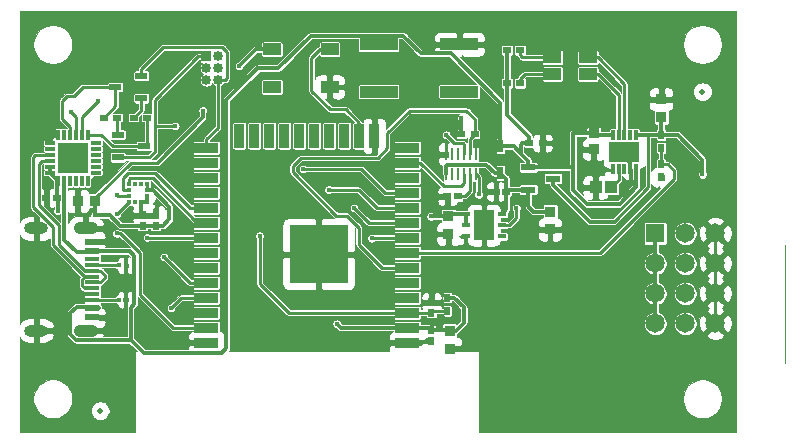
<source format=gbr>
G04 #@! TF.GenerationSoftware,KiCad,Pcbnew,(5.1.5)-3*
G04 #@! TF.CreationDate,2020-03-30T16:28:43-04:00*
G04 #@! TF.ProjectId,amp,616d702e-6b69-4636-9164-5f7063625858,0.6.0*
G04 #@! TF.SameCoordinates,Original*
G04 #@! TF.FileFunction,Copper,L1,Top*
G04 #@! TF.FilePolarity,Positive*
%FSLAX46Y46*%
G04 Gerber Fmt 4.6, Leading zero omitted, Abs format (unit mm)*
G04 Created by KiCad (PCBNEW (5.1.5)-3) date 2020-03-30 16:28:43*
%MOMM*%
%LPD*%
G04 APERTURE LIST*
%ADD10C,0.500000*%
%ADD11R,0.380000X0.400000*%
%ADD12R,1.150000X0.300000*%
%ADD13R,1.150000X0.600000*%
%ADD14O,2.100000X1.050000*%
%ADD15O,2.000000X1.000000*%
%ADD16C,1.650000*%
%ADD17R,1.650000X1.650000*%
%ADD18R,3.200000X1.000000*%
%ADD19R,0.750000X0.600000*%
%ADD20R,0.650000X0.620000*%
%ADD21R,0.940000X0.810000*%
%ADD22R,0.500000X1.050000*%
%ADD23R,0.850000X0.300000*%
%ADD24R,0.300000X0.850000*%
%ADD25R,2.550000X2.550000*%
%ADD26R,0.250000X1.000000*%
%ADD27R,0.800000X0.400000*%
%ADD28R,1.750000X2.500000*%
%ADD29R,1.500000X1.000000*%
%ADD30R,2.600000X1.700000*%
%ADD31R,1.050000X0.600000*%
%ADD32R,1.300000X0.600000*%
%ADD33R,0.600000X0.700000*%
%ADD34R,1.100000X1.000000*%
%ADD35R,0.620000X0.650000*%
%ADD36R,0.660400X0.508000*%
%ADD37R,5.000000X5.000000*%
%ADD38R,2.000000X0.900000*%
%ADD39R,0.900000X2.000000*%
%ADD40R,0.350000X0.375000*%
%ADD41R,0.375000X0.350000*%
%ADD42R,0.508000X0.660400*%
%ADD43O,0.850000X0.850000*%
%ADD44R,0.850000X0.850000*%
%ADD45R,0.970000X0.960000*%
%ADD46R,0.960000X0.970000*%
%ADD47C,0.450000*%
%ADD48C,0.088900*%
%ADD49C,0.250000*%
%ADD50C,0.320000*%
%ADD51C,0.100000*%
G04 APERTURE END LIST*
D10*
X113000000Y-39000000D03*
X62000000Y-66000000D03*
D11*
X64162000Y-56600000D03*
X63600000Y-56600000D03*
X63619000Y-53700000D03*
X64181000Y-53700000D03*
D12*
X61355000Y-53150000D03*
X61355000Y-53650000D03*
X61355000Y-54150000D03*
X61355000Y-56650000D03*
X61355000Y-56150000D03*
X61355000Y-55650000D03*
X61355000Y-54650000D03*
X61355000Y-55150000D03*
D13*
X61355000Y-57300000D03*
X61355000Y-52500000D03*
X61355000Y-58100000D03*
X61355000Y-51700000D03*
D14*
X60780000Y-59220000D03*
X60780000Y-50580000D03*
D15*
X56600000Y-59220000D03*
X56600000Y-50580000D03*
D16*
X114080000Y-58620000D03*
X111540000Y-58620000D03*
X109000000Y-58620000D03*
X114080000Y-56080000D03*
X111540000Y-56080000D03*
X109000000Y-56080000D03*
X114080000Y-53540000D03*
X111540000Y-53540000D03*
X109000000Y-53540000D03*
X114080000Y-51000000D03*
X111540000Y-51000000D03*
D17*
X109000000Y-51000000D03*
D18*
X92400000Y-39000000D03*
X92400000Y-35000000D03*
X85600000Y-35000000D03*
X85600000Y-39000000D03*
D19*
X96450000Y-35500000D03*
X97550000Y-35500000D03*
X96450000Y-38300000D03*
X97550000Y-38300000D03*
D20*
X91410000Y-47850000D03*
X92290000Y-47850000D03*
D21*
X103800000Y-43870000D03*
X103800000Y-42530000D03*
D22*
X95900000Y-43612000D03*
X95900000Y-45888000D03*
D23*
X57750000Y-43350000D03*
X57750000Y-43850000D03*
X57750000Y-44350000D03*
X57750000Y-44850000D03*
X57750000Y-45350000D03*
X57750000Y-45850000D03*
D24*
X58450000Y-46550000D03*
X58950000Y-46550000D03*
X59450000Y-46550000D03*
X59950000Y-46550000D03*
X60450000Y-46550000D03*
X60950000Y-46550000D03*
D23*
X61650000Y-45850000D03*
X61650000Y-45350000D03*
X61650000Y-44850000D03*
X61650000Y-44350000D03*
X61650000Y-43850000D03*
X61650000Y-43350000D03*
D24*
X60950000Y-42650000D03*
X60450000Y-42650000D03*
X59950000Y-42650000D03*
X59450000Y-42650000D03*
X58950000Y-42650000D03*
X58450000Y-42650000D03*
D25*
X59700000Y-44600000D03*
D26*
X91300000Y-46000000D03*
X91800000Y-46000000D03*
X92300000Y-46000000D03*
X92800000Y-46000000D03*
X93300000Y-46000000D03*
X93800000Y-46000000D03*
X93800000Y-44300000D03*
X93300000Y-44300000D03*
X92800000Y-44300000D03*
X92300000Y-44300000D03*
X91800000Y-44300000D03*
X91300000Y-44300000D03*
D27*
X93000000Y-49350000D03*
X93000000Y-50300000D03*
X93000000Y-51250000D03*
X96000000Y-51250000D03*
X96000000Y-50300000D03*
X96000000Y-49350000D03*
D28*
X94500000Y-50300000D03*
D29*
X100300000Y-36100000D03*
X103300000Y-36100000D03*
X100300000Y-37500000D03*
X103300000Y-37500000D03*
D24*
X107400000Y-42650000D03*
X106900000Y-42650000D03*
X106400000Y-42650000D03*
X105900000Y-42650000D03*
X105400000Y-42650000D03*
X105400000Y-45550000D03*
X105900000Y-45550000D03*
X106400000Y-45550000D03*
X106900000Y-45550000D03*
X107400000Y-45550000D03*
D30*
X106400000Y-44100000D03*
D31*
X63300000Y-38600000D03*
X65500000Y-37650000D03*
X65500000Y-39550000D03*
X65700000Y-43600000D03*
X63500000Y-44550000D03*
X63500000Y-42650000D03*
D32*
X100350000Y-46350000D03*
X98250000Y-47300000D03*
X98250000Y-45400000D03*
D33*
X109500000Y-42650000D03*
X109500000Y-43750000D03*
X109500000Y-46250000D03*
X109500000Y-45150000D03*
D34*
X103950000Y-47100000D03*
X105250000Y-47100000D03*
D35*
X66700000Y-50340000D03*
X66700000Y-49460000D03*
D36*
X92591200Y-42600000D03*
X93708800Y-42600000D03*
D37*
X80500000Y-52755000D03*
D38*
X88000000Y-60255000D03*
X88000000Y-58985000D03*
X88000000Y-57715000D03*
X88000000Y-56445000D03*
X88000000Y-55175000D03*
X88000000Y-53905000D03*
X88000000Y-52635000D03*
X88000000Y-51365000D03*
X88000000Y-50095000D03*
X88000000Y-48825000D03*
X88000000Y-47555000D03*
X88000000Y-46285000D03*
X88000000Y-45015000D03*
X88000000Y-43745000D03*
D39*
X85215000Y-42745000D03*
X83945000Y-42745000D03*
X82675000Y-42745000D03*
X81405000Y-42745000D03*
X80135000Y-42745000D03*
X78865000Y-42745000D03*
X77595000Y-42745000D03*
X76325000Y-42745000D03*
X75055000Y-42745000D03*
X73785000Y-42745000D03*
D38*
X71000000Y-43745000D03*
X71000000Y-45015000D03*
X71000000Y-46285000D03*
X71000000Y-47555000D03*
X71000000Y-48825000D03*
X71000000Y-50095000D03*
X71000000Y-51365000D03*
X71000000Y-52635000D03*
X71000000Y-53905000D03*
X71000000Y-55175000D03*
X71000000Y-56445000D03*
X71000000Y-57715000D03*
X71000000Y-58985000D03*
X71000000Y-60255000D03*
D29*
X81450000Y-38600000D03*
X81450000Y-35400000D03*
X76550000Y-38600000D03*
X76550000Y-35400000D03*
D40*
X64950000Y-46837500D03*
X65450000Y-46837500D03*
X65450000Y-48362500D03*
X64950000Y-48362500D03*
D41*
X65962500Y-46850000D03*
X64437500Y-46850000D03*
X65962500Y-48350000D03*
X64437500Y-48350000D03*
X65962500Y-47850000D03*
X65962500Y-47350000D03*
X64437500Y-47850000D03*
X64437500Y-47350000D03*
D36*
X64841200Y-41200000D03*
X65958800Y-41200000D03*
D20*
X58340000Y-48000000D03*
X57460000Y-48000000D03*
D35*
X65600000Y-49460000D03*
X65600000Y-50340000D03*
D36*
X63458800Y-41200000D03*
X62341200Y-41200000D03*
D20*
X96400000Y-47450000D03*
X95520000Y-47450000D03*
D42*
X91400000Y-57558800D03*
X91400000Y-56441200D03*
D43*
X72000000Y-38000000D03*
X71000000Y-38000000D03*
X72000000Y-37000000D03*
X71000000Y-37000000D03*
X72000000Y-36000000D03*
D44*
X71000000Y-36000000D03*
D36*
X98341200Y-43350000D03*
X99458800Y-43350000D03*
D45*
X100100000Y-49145000D03*
X100100000Y-50655000D03*
X109500000Y-41155000D03*
X109500000Y-39645000D03*
X91500000Y-49545000D03*
X91500000Y-51055000D03*
D46*
X60095000Y-48250000D03*
X61605000Y-48250000D03*
D35*
X90000000Y-59210000D03*
X90000000Y-60090000D03*
D45*
X91600000Y-59240000D03*
X91600000Y-60750000D03*
D35*
X90060000Y-56820000D03*
X90060000Y-57700000D03*
D47*
X92400000Y-39100000D03*
X60100000Y-48200000D03*
X57500000Y-46800000D03*
X106400000Y-44100000D03*
X109500000Y-46200000D03*
X65600000Y-49460000D03*
X59700000Y-44600000D03*
X66900000Y-59800000D03*
X75500000Y-51200000D03*
X68350000Y-41900000D03*
X58400000Y-49100000D03*
X61550000Y-49450000D03*
X90000000Y-49550000D03*
X92600000Y-41200000D03*
X82050000Y-58650000D03*
X70700000Y-40600000D03*
X73775000Y-36825000D03*
X67400000Y-53000000D03*
X59500000Y-40700000D03*
X68000000Y-57300000D03*
X61800000Y-39800000D03*
X97250000Y-48850000D03*
X91300000Y-42650000D03*
X94050000Y-47700000D03*
X113000000Y-46000000D03*
X63400000Y-51000000D03*
X63425000Y-49350000D03*
X66000000Y-51350000D03*
X63400000Y-47750000D03*
X79200000Y-45550000D03*
X83500000Y-48850000D03*
X81350000Y-47300000D03*
X85000000Y-51400000D03*
D48*
X120000000Y-62000000D02*
X120000000Y-52000000D01*
D49*
X114080000Y-51000000D02*
X114080000Y-58620000D01*
D48*
X106400000Y-44536100D02*
X106400000Y-44100000D01*
D50*
X106900000Y-45036100D02*
X106400000Y-44536100D01*
X106900000Y-45550000D02*
X106900000Y-45036100D01*
X65962500Y-47850000D02*
X65962500Y-48350000D01*
D48*
X65462500Y-48350000D02*
X65450000Y-48362500D01*
D50*
X65962500Y-48350000D02*
X65462500Y-48350000D01*
D48*
X65450000Y-49310000D02*
X65600000Y-49460000D01*
D50*
X65450000Y-48362500D02*
X65450000Y-49310000D01*
X66301100Y-49460000D02*
X65600000Y-49460000D01*
D48*
X66700000Y-49460000D02*
X66301100Y-49460000D01*
X65600000Y-49460000D02*
X65600000Y-49460000D01*
D50*
X113000000Y-46000000D02*
X113000000Y-46000000D01*
D49*
X64275000Y-44550000D02*
X63500000Y-44550000D01*
X66160002Y-44550000D02*
X64275000Y-44550000D01*
X66614001Y-44096001D02*
X66160002Y-44550000D01*
X70325000Y-36000000D02*
X66614001Y-39710999D01*
X71000000Y-36000000D02*
X70325000Y-36000000D01*
X66628002Y-41900000D02*
X68350000Y-41900000D01*
X66614001Y-41885999D02*
X66628002Y-41900000D01*
X66614001Y-41885999D02*
X66614001Y-44096001D01*
X66614001Y-39710999D02*
X66614001Y-41885999D01*
X77965000Y-57715000D02*
X88000000Y-57715000D01*
X75500000Y-51200000D02*
X75500000Y-55250000D01*
X75500000Y-55250000D02*
X77965000Y-57715000D01*
D48*
X90201200Y-57558800D02*
X90060000Y-57700000D01*
D49*
X91400000Y-57558800D02*
X90201200Y-57558800D01*
D48*
X88015000Y-57700000D02*
X88000000Y-57715000D01*
D49*
X90060000Y-57700000D02*
X88015000Y-57700000D01*
D50*
X58450000Y-46550000D02*
X57750000Y-45850000D01*
X57750000Y-45850000D02*
X57750000Y-45350000D01*
D49*
X65962500Y-46850000D02*
X65962500Y-47350000D01*
D50*
X93000000Y-50300000D02*
X93000000Y-49350000D01*
X91695000Y-49350000D02*
X91500000Y-49545000D01*
X93000000Y-49350000D02*
X91695000Y-49350000D01*
X88085000Y-58900000D02*
X88000000Y-58985000D01*
X91335000Y-56450000D02*
X91258800Y-56450000D01*
X82385000Y-58985000D02*
X82050000Y-58650000D01*
X88000000Y-58985000D02*
X82385000Y-58985000D01*
X92591200Y-42600000D02*
X92591200Y-42096000D01*
X90005000Y-49545000D02*
X90000000Y-49550000D01*
X91500000Y-49545000D02*
X90005000Y-49545000D01*
X66865676Y-45000009D02*
X70700000Y-41165685D01*
X70700000Y-41165685D02*
X70700000Y-40600000D01*
D49*
X61605000Y-47984680D02*
X64589671Y-45000009D01*
X64589671Y-45000009D02*
X66865676Y-45000009D01*
D50*
X61605000Y-48250000D02*
X61605000Y-47984680D01*
X58340000Y-46660000D02*
X58450000Y-46550000D01*
X58340000Y-48000000D02*
X58340000Y-46660000D01*
X62451998Y-49450000D02*
X61550000Y-49450000D01*
X65600000Y-50340000D02*
X66700000Y-50340000D01*
X66470000Y-47350000D02*
X67850000Y-48730000D01*
X65962500Y-47350000D02*
X66470000Y-47350000D01*
X67850000Y-49820000D02*
X67330000Y-50340000D01*
X67330000Y-50340000D02*
X66700000Y-50340000D01*
X67850000Y-48730000D02*
X67850000Y-49820000D01*
X58400000Y-48060000D02*
X58340000Y-48000000D01*
X58400000Y-49100000D02*
X58400000Y-48060000D01*
X89775000Y-58985000D02*
X90000000Y-59210000D01*
X88000000Y-58985000D02*
X89775000Y-58985000D01*
X91270000Y-59210000D02*
X91300000Y-59240000D01*
X90000000Y-59210000D02*
X91270000Y-59210000D01*
X92105000Y-59240000D02*
X92800000Y-58545000D01*
X91300000Y-59240000D02*
X92105000Y-59240000D01*
X91974000Y-56441200D02*
X91400000Y-56441200D01*
X92800000Y-57267200D02*
X91974000Y-56441200D01*
X92800000Y-58545000D02*
X92800000Y-57267200D01*
X92591200Y-41208800D02*
X92600000Y-41200000D01*
X92591200Y-42600000D02*
X92591200Y-41208800D01*
X109000000Y-51000000D02*
X109000000Y-58620000D01*
X61868198Y-49450000D02*
X61550000Y-49450000D01*
X62823626Y-49450000D02*
X61868198Y-49450000D01*
X63713626Y-50340000D02*
X62823626Y-49450000D01*
X65600000Y-50340000D02*
X63713626Y-50340000D01*
X61605000Y-49395000D02*
X61550000Y-49450000D01*
X61605000Y-48250000D02*
X61605000Y-49395000D01*
X75200000Y-35400000D02*
X73775000Y-36825000D01*
X76550000Y-35400000D02*
X75200000Y-35400000D01*
X96400000Y-43612000D02*
X95900000Y-43612000D01*
X97012000Y-43612000D02*
X96400000Y-43612000D01*
X98250000Y-45400000D02*
X98250000Y-44850000D01*
X97600000Y-43511000D02*
X97600000Y-44250000D01*
X97761000Y-43350000D02*
X97600000Y-43511000D01*
X98250000Y-44850000D02*
X97600000Y-44250000D01*
X97600000Y-44250000D02*
X97012000Y-43612000D01*
X96450000Y-37750000D02*
X96450000Y-35500000D01*
X96450000Y-38300000D02*
X96450000Y-37750000D01*
X107400000Y-46585002D02*
X107400000Y-45550000D01*
X106000000Y-48500000D02*
X107400000Y-47100000D01*
X103800000Y-42530000D02*
X102030000Y-42530000D01*
X107400000Y-47100000D02*
X107400000Y-46585002D01*
X102030000Y-47330000D02*
X103200000Y-48500000D01*
X103200000Y-48500000D02*
X106000000Y-48500000D01*
X102030000Y-45480000D02*
X101950000Y-45400000D01*
X102030000Y-45480000D02*
X102030000Y-47330000D01*
X101950000Y-45400000D02*
X98250000Y-45400000D01*
X102030000Y-42530000D02*
X102030000Y-45480000D01*
X103920000Y-42650000D02*
X103800000Y-42530000D01*
X105400000Y-42650000D02*
X103920000Y-42650000D01*
X98341200Y-43350000D02*
X97761000Y-43350000D01*
X96450000Y-38850000D02*
X96450000Y-38300000D01*
X96450000Y-40954800D02*
X96450000Y-38850000D01*
X98341200Y-42846000D02*
X96450000Y-40954800D01*
X98341200Y-43350000D02*
X98341200Y-42846000D01*
X61355000Y-57300000D02*
X61878022Y-57300000D01*
X63819022Y-52500000D02*
X64500000Y-52500000D01*
X61355000Y-52500000D02*
X63819022Y-52500000D01*
X64500000Y-52500000D02*
X64900000Y-52900000D01*
X64900000Y-52900000D02*
X64900000Y-57000000D01*
X64600000Y-57300000D02*
X64900000Y-57000000D01*
X64600000Y-60021978D02*
X64600000Y-57300000D01*
X58950000Y-51529374D02*
X58950000Y-46550000D01*
X60004527Y-52583901D02*
X58950000Y-51529374D01*
X61355000Y-52500000D02*
X61271099Y-52583901D01*
X61271099Y-52583901D02*
X60004527Y-52583901D01*
X59962504Y-60021978D02*
X64600000Y-60021978D01*
X59481090Y-57739536D02*
X59481090Y-59540564D01*
X60004527Y-57216099D02*
X59481090Y-57739536D01*
X59481090Y-59540564D02*
X59962504Y-60021978D01*
X61271099Y-57216099D02*
X60004527Y-57216099D01*
X61355000Y-57300000D02*
X61271099Y-57216099D01*
X65678022Y-61100000D02*
X64600000Y-60021978D01*
X91696923Y-35748901D02*
X89148901Y-35748901D01*
X79848901Y-34251099D02*
X77100000Y-37000000D01*
X72300000Y-61100000D02*
X65678022Y-61100000D01*
X87651099Y-34251099D02*
X79848901Y-34251099D01*
X95900000Y-39951978D02*
X91696923Y-35748901D01*
X77100000Y-37000000D02*
X75400000Y-37000000D01*
X72700000Y-60700000D02*
X72300000Y-61100000D01*
X89148901Y-35748901D02*
X87651099Y-34251099D01*
X95900000Y-43612000D02*
X95900000Y-39951978D01*
X75400000Y-37000000D02*
X72700000Y-39700000D01*
X72700000Y-39700000D02*
X72700000Y-60700000D01*
D49*
X80611100Y-35400000D02*
X79900000Y-36111100D01*
X81450000Y-35400000D02*
X80611100Y-35400000D01*
X79900000Y-36111100D02*
X79900000Y-38900000D01*
X79900000Y-38900000D02*
X81500000Y-40500000D01*
X83945000Y-41656100D02*
X83945000Y-42745000D01*
X82788900Y-40500000D02*
X83945000Y-41656100D01*
X81500000Y-40500000D02*
X82788900Y-40500000D01*
X63300000Y-40241200D02*
X62341200Y-41200000D01*
X63300000Y-38600000D02*
X63300000Y-40241200D01*
X60526998Y-38600000D02*
X59776998Y-39350000D01*
X63300000Y-38600000D02*
X60526998Y-38600000D01*
X59776998Y-39350000D02*
X59200000Y-39350000D01*
X59450000Y-41975000D02*
X59450000Y-42650000D01*
X58774999Y-41299999D02*
X59450000Y-41975000D01*
X58774999Y-39775001D02*
X58774999Y-41299999D01*
X59200000Y-39350000D02*
X58774999Y-39775001D01*
X59950000Y-41150000D02*
X59950000Y-42650000D01*
X59500000Y-40700000D02*
X59950000Y-41150000D01*
X69575000Y-55175000D02*
X67400000Y-53000000D01*
X71000000Y-55175000D02*
X69575000Y-55175000D01*
X60450000Y-41975000D02*
X60450000Y-42650000D01*
X60450000Y-41150000D02*
X60450000Y-42650000D01*
X61800000Y-39800000D02*
X60450000Y-41150000D01*
X68855000Y-56445000D02*
X68000000Y-57300000D01*
X71000000Y-56445000D02*
X68855000Y-56445000D01*
X62110002Y-42650000D02*
X61350000Y-42650000D01*
X61350000Y-42650000D02*
X60950000Y-42650000D01*
X63060002Y-43600000D02*
X62110002Y-42650000D01*
X65700000Y-43600000D02*
X63060002Y-43600000D01*
X65958800Y-43341200D02*
X65700000Y-43600000D01*
X65958800Y-41200000D02*
X65958800Y-43341200D01*
X96200000Y-50300000D02*
X96000000Y-50300000D01*
X97250000Y-49415685D02*
X97250000Y-48850000D01*
X97250000Y-49700000D02*
X97250000Y-49415685D01*
X96650000Y-50300000D02*
X97250000Y-49700000D01*
X96000000Y-50300000D02*
X96650000Y-50300000D01*
X92700000Y-43350000D02*
X92800000Y-43450000D01*
X92800000Y-43450000D02*
X92800000Y-43550000D01*
X92000000Y-43350000D02*
X92700000Y-43350000D01*
X92800000Y-43550000D02*
X92800000Y-44300000D01*
X91300000Y-42650000D02*
X92000000Y-43350000D01*
X94050000Y-46250000D02*
X93800000Y-46000000D01*
X94050000Y-47700000D02*
X94050000Y-46250000D01*
X92800000Y-46750000D02*
X92800000Y-46000000D01*
X89104998Y-45015000D02*
X91089998Y-47000000D01*
X92550000Y-47000000D02*
X92800000Y-46750000D01*
X91089998Y-47000000D02*
X92550000Y-47000000D01*
X88000000Y-45015000D02*
X89104998Y-45015000D01*
X105900000Y-46450000D02*
X105900000Y-45550000D01*
X105250000Y-47100000D02*
X105900000Y-46450000D01*
D50*
X109500000Y-41155000D02*
X109500000Y-42650000D01*
X103450000Y-50000000D02*
X105500000Y-50000000D01*
X100350000Y-46350000D02*
X100350000Y-46900000D01*
X100350000Y-46900000D02*
X103450000Y-50000000D01*
D49*
X108400000Y-47100000D02*
X108400000Y-42650000D01*
D50*
X107400000Y-42650000D02*
X108400000Y-42650000D01*
D49*
X105500000Y-50000000D02*
X108400000Y-47100000D01*
D50*
X108400000Y-42650000D02*
X109500000Y-42650000D01*
X110050000Y-42650000D02*
X109500000Y-42650000D01*
X110899490Y-42650000D02*
X110050000Y-42650000D01*
X113000000Y-44750510D02*
X110899490Y-42650000D01*
X113000000Y-46000000D02*
X113000000Y-44750510D01*
D49*
X72000000Y-42045000D02*
X72000000Y-38601040D01*
X72000000Y-38601040D02*
X72000000Y-38000000D01*
X71000000Y-43045000D02*
X72000000Y-42045000D01*
X71000000Y-43745000D02*
X71000000Y-43045000D01*
X65500000Y-37100000D02*
X65500000Y-37650000D01*
X67350001Y-35249999D02*
X65500000Y-37100000D01*
X72360001Y-35249999D02*
X67350001Y-35249999D01*
X72750001Y-35639999D02*
X72360001Y-35249999D01*
X72750001Y-37851039D02*
X72750001Y-35639999D01*
X72601040Y-38000000D02*
X72750001Y-37851039D01*
X72000000Y-38000000D02*
X72601040Y-38000000D01*
X63458800Y-42608800D02*
X63500000Y-42650000D01*
X63458800Y-41200000D02*
X63458800Y-42608800D01*
X104350002Y-52635000D02*
X110600000Y-46385002D01*
X88000000Y-52635000D02*
X104350002Y-52635000D01*
X110050000Y-45150000D02*
X109500000Y-45150000D01*
X110600000Y-45700000D02*
X110050000Y-45150000D01*
X110600000Y-46385002D02*
X110600000Y-45700000D01*
X109500000Y-45150000D02*
X109500000Y-43750000D01*
X64425000Y-48350000D02*
X63425000Y-49350000D01*
X64437500Y-48350000D02*
X64425000Y-48350000D01*
X63718198Y-51000000D02*
X63400000Y-51000000D01*
X65398351Y-52680153D02*
X63718198Y-51000000D01*
X65398351Y-55228711D02*
X65398351Y-52680153D01*
X71000000Y-58985000D02*
X69154640Y-58985000D01*
X68185000Y-58985000D02*
X69154640Y-58985000D01*
X65398351Y-56198351D02*
X68185000Y-58985000D01*
X65398351Y-55228711D02*
X65398351Y-56198351D01*
X63500000Y-47850000D02*
X63400000Y-47750000D01*
X64437500Y-47850000D02*
X63500000Y-47850000D01*
D48*
X66015000Y-51365000D02*
X66000000Y-51350000D01*
D49*
X71000000Y-51365000D02*
X66015000Y-51365000D01*
X63989998Y-47350000D02*
X64000000Y-47350000D01*
X63924999Y-47285001D02*
X63989998Y-47350000D01*
X63924999Y-46301091D02*
X63924999Y-47285001D01*
X64351100Y-45874990D02*
X63924999Y-46301091D01*
X66651397Y-45874989D02*
X64351100Y-45874990D01*
X69601408Y-48825000D02*
X66651397Y-45874989D01*
X64000000Y-47350000D02*
X64437500Y-47350000D01*
X71000000Y-48825000D02*
X69601408Y-48825000D01*
X96550000Y-47300000D02*
X96400000Y-47450000D01*
D50*
X98250000Y-47300000D02*
X96550000Y-47300000D01*
X96400000Y-46388000D02*
X95900000Y-45888000D01*
X96400000Y-47450000D02*
X96400000Y-46388000D01*
X96400000Y-48950000D02*
X96000000Y-49350000D01*
X96400000Y-47450000D02*
X96400000Y-48950000D01*
X98250000Y-47300000D02*
X98250000Y-48700000D01*
X98695000Y-49145000D02*
X100100000Y-49145000D01*
X98250000Y-48700000D02*
X98695000Y-49145000D01*
X91300000Y-45250000D02*
X91300000Y-46000000D01*
X91375001Y-45174999D02*
X91300000Y-45250000D01*
X94686999Y-45174999D02*
X91375001Y-45174999D01*
X95400000Y-45888000D02*
X94686999Y-45174999D01*
X95900000Y-45888000D02*
X95400000Y-45888000D01*
D49*
X93300000Y-46750000D02*
X93300000Y-46000000D01*
X93300000Y-47415000D02*
X93300000Y-46750000D01*
X92865000Y-47850000D02*
X93300000Y-47415000D01*
X92290000Y-47850000D02*
X92865000Y-47850000D01*
X56809999Y-45115001D02*
X56809999Y-48609999D01*
X57075000Y-44850000D02*
X56809999Y-45115001D01*
X57750000Y-44850000D02*
X57075000Y-44850000D01*
X62018900Y-54150000D02*
X62400000Y-54531100D01*
X61355000Y-54150000D02*
X62018900Y-54150000D01*
X62018900Y-55150000D02*
X61355000Y-55150000D01*
X62400000Y-54768900D02*
X62018900Y-55150000D01*
X62400000Y-54531100D02*
X62400000Y-54768900D01*
X56809999Y-48609999D02*
X58500000Y-50300000D01*
X60691100Y-54150000D02*
X61355000Y-54150000D01*
X58500000Y-51958900D02*
X60691100Y-54150000D01*
X58500000Y-50300000D02*
X58500000Y-51958900D01*
X57725001Y-44374999D02*
X57750000Y-44350000D01*
X56525001Y-44374999D02*
X57725001Y-44374999D01*
X56359989Y-48796399D02*
X56359989Y-44540011D01*
X56359989Y-44540011D02*
X56525001Y-44374999D01*
X60691100Y-54650000D02*
X60500000Y-54841100D01*
X60691100Y-55650000D02*
X61355000Y-55650000D01*
X60500000Y-55458900D02*
X60691100Y-55650000D01*
X60500000Y-54841100D02*
X60500000Y-55458900D01*
X56359989Y-48796399D02*
X57363590Y-49800000D01*
X57363590Y-49800000D02*
X58000000Y-50436410D01*
X58000000Y-51958900D02*
X60691100Y-54650000D01*
X58000000Y-50436410D02*
X58000000Y-51958900D01*
X60691100Y-54650000D02*
X61355000Y-54650000D01*
X63550000Y-56650000D02*
X63600000Y-56600000D01*
X61355000Y-56650000D02*
X63550000Y-56650000D01*
X63569000Y-53650000D02*
X63619000Y-53700000D01*
X61355000Y-53650000D02*
X63569000Y-53650000D01*
X86116410Y-47555000D02*
X84111410Y-45550000D01*
X79765685Y-45550000D02*
X79200000Y-45550000D01*
X84111410Y-45550000D02*
X79765685Y-45550000D01*
X88000000Y-47555000D02*
X86116410Y-47555000D01*
X84745000Y-50095000D02*
X83500000Y-48850000D01*
X88000000Y-50095000D02*
X84745000Y-50095000D01*
X88000000Y-48825000D02*
X85425000Y-48825000D01*
X83900000Y-47300000D02*
X81350000Y-47300000D01*
X85425000Y-48825000D02*
X83900000Y-47300000D01*
X85035000Y-51365000D02*
X85000000Y-51400000D01*
X88000000Y-51365000D02*
X85035000Y-51365000D01*
X65500000Y-40541200D02*
X64841200Y-41200000D01*
X65500000Y-39550000D02*
X65500000Y-40541200D01*
X64537501Y-46324999D02*
X64437500Y-46425000D01*
X70234998Y-50095000D02*
X66464997Y-46324999D01*
X64437500Y-46425000D02*
X64437500Y-46850000D01*
X66464997Y-46324999D02*
X64537501Y-46324999D01*
X71000000Y-50095000D02*
X70234998Y-50095000D01*
D48*
X99461100Y-36100000D02*
X100300000Y-36100000D01*
D49*
X97550000Y-35888900D02*
X97761100Y-36100000D01*
X97761100Y-36100000D02*
X99461100Y-36100000D01*
X97550000Y-35500000D02*
X97550000Y-35888900D01*
X97550000Y-37911100D02*
X97550000Y-38300000D01*
X97961100Y-37500000D02*
X97550000Y-37911100D01*
X100300000Y-37500000D02*
X97961100Y-37500000D01*
X104138900Y-36100000D02*
X106400000Y-38361100D01*
X106400000Y-42136100D02*
X106400000Y-42650000D01*
X103300000Y-36100000D02*
X104138900Y-36100000D01*
X106400000Y-38361100D02*
X106400000Y-42136100D01*
D48*
X105900000Y-42375000D02*
X105900000Y-42650000D01*
D49*
X105900000Y-42136100D02*
X105900000Y-42650000D01*
X104138900Y-37500000D02*
X105900000Y-39261100D01*
X105900000Y-39261100D02*
X105900000Y-42136100D01*
X103300000Y-37500000D02*
X104138900Y-37500000D01*
X93300000Y-43008800D02*
X93708800Y-42600000D01*
X93300000Y-44300000D02*
X93300000Y-43008800D01*
X83900000Y-51950000D02*
X85855000Y-53905000D01*
X83900000Y-50500000D02*
X83900000Y-51950000D01*
X82900000Y-49500000D02*
X83900000Y-50500000D01*
X86300000Y-42500000D02*
X86300000Y-43350032D01*
X93000000Y-40600000D02*
X88200000Y-40600000D01*
X93708800Y-41308800D02*
X93000000Y-40600000D01*
D48*
X85855000Y-53905000D02*
X85850000Y-53900000D01*
D49*
X88200000Y-40600000D02*
X86300000Y-42500000D01*
X85050032Y-44600000D02*
X79000000Y-44600000D01*
X79000000Y-44600000D02*
X78300000Y-45300000D01*
X78300000Y-45300000D02*
X78300000Y-45800000D01*
X78300000Y-45800000D02*
X82000000Y-49500000D01*
X93708800Y-42600000D02*
X93708800Y-41308800D01*
X82000000Y-49500000D02*
X82900000Y-49500000D01*
X88000000Y-53905000D02*
X85855000Y-53905000D01*
X86300000Y-43350032D02*
X86300000Y-43800000D01*
X85500000Y-44600000D02*
X85050032Y-44600000D01*
X86300000Y-43800000D02*
X85500000Y-44600000D01*
D51*
G36*
X115800000Y-32990183D02*
G01*
X115800000Y-32990184D01*
X115800001Y-67800000D01*
X94050000Y-67800000D01*
X94050000Y-64837489D01*
X111350000Y-64837489D01*
X111350000Y-65162511D01*
X111413408Y-65481287D01*
X111537789Y-65781568D01*
X111718361Y-66051814D01*
X111948186Y-66281639D01*
X112218432Y-66462211D01*
X112518713Y-66586592D01*
X112837489Y-66650000D01*
X113162511Y-66650000D01*
X113481287Y-66586592D01*
X113781568Y-66462211D01*
X114051814Y-66281639D01*
X114281639Y-66051814D01*
X114462211Y-65781568D01*
X114586592Y-65481287D01*
X114650000Y-65162511D01*
X114650000Y-64837489D01*
X114586592Y-64518713D01*
X114462211Y-64218432D01*
X114281639Y-63948186D01*
X114051814Y-63718361D01*
X113781568Y-63537789D01*
X113481287Y-63413408D01*
X113162511Y-63350000D01*
X112837489Y-63350000D01*
X112518713Y-63413408D01*
X112218432Y-63537789D01*
X111948186Y-63718361D01*
X111718361Y-63948186D01*
X111537789Y-64218432D01*
X111413408Y-64518713D01*
X111350000Y-64837489D01*
X94050000Y-64837489D01*
X94050000Y-61000000D01*
X94049039Y-60990245D01*
X94046194Y-60980866D01*
X94041573Y-60972221D01*
X94035355Y-60964645D01*
X94027779Y-60958427D01*
X94019134Y-60953806D01*
X94009755Y-60950961D01*
X94000000Y-60950000D01*
X91376000Y-60950000D01*
X91376000Y-60546000D01*
X91396000Y-60546000D01*
X91396000Y-60526000D01*
X91804000Y-60526000D01*
X91804000Y-60546000D01*
X92503500Y-60546000D01*
X92643000Y-60406500D01*
X92645700Y-60270000D01*
X92634926Y-60160613D01*
X92603019Y-60055429D01*
X92551205Y-59958492D01*
X92481475Y-59873525D01*
X92396508Y-59803795D01*
X92299571Y-59751981D01*
X92234519Y-59732248D01*
X92235725Y-59720000D01*
X92235725Y-59636421D01*
X113352079Y-59636421D01*
X113437048Y-59852013D01*
X113689756Y-59953773D01*
X113957461Y-60004277D01*
X114229875Y-60001586D01*
X114496529Y-59945799D01*
X114722952Y-59852013D01*
X114807921Y-59636421D01*
X114080000Y-58908500D01*
X113352079Y-59636421D01*
X92235725Y-59636421D01*
X92235725Y-59521631D01*
X92278060Y-59499002D01*
X92325263Y-59460263D01*
X92334970Y-59448435D01*
X93008441Y-58774965D01*
X93020263Y-58765263D01*
X93059002Y-58718060D01*
X93087788Y-58664206D01*
X93105514Y-58605770D01*
X93110000Y-58560220D01*
X93110000Y-58560211D01*
X93111498Y-58545001D01*
X93110000Y-58529791D01*
X93110000Y-57282409D01*
X93111498Y-57267199D01*
X93110000Y-57251989D01*
X93110000Y-57251980D01*
X93105514Y-57206430D01*
X93087788Y-57147994D01*
X93059002Y-57094140D01*
X93020263Y-57046937D01*
X93008440Y-57037234D01*
X92203971Y-56232765D01*
X92194263Y-56220937D01*
X92147060Y-56182198D01*
X92093206Y-56153412D01*
X92034770Y-56135686D01*
X91989220Y-56131200D01*
X91989210Y-56131200D01*
X91974000Y-56129702D01*
X91958790Y-56131200D01*
X91804725Y-56131200D01*
X91804725Y-56111000D01*
X91801829Y-56081595D01*
X91793252Y-56053320D01*
X91779323Y-56027262D01*
X91760579Y-56004421D01*
X91737738Y-55985677D01*
X91711680Y-55971748D01*
X91683405Y-55963171D01*
X91654000Y-55960275D01*
X91146000Y-55960275D01*
X91116595Y-55963171D01*
X91088320Y-55971748D01*
X91062262Y-55985677D01*
X91039421Y-56004421D01*
X91020677Y-56027262D01*
X91006748Y-56053320D01*
X90998171Y-56081595D01*
X90995275Y-56111000D01*
X90995275Y-56285402D01*
X90971012Y-56330794D01*
X90953286Y-56389230D01*
X90947301Y-56450000D01*
X90953286Y-56510770D01*
X90971012Y-56569206D01*
X90995275Y-56614598D01*
X90995275Y-56771400D01*
X90998171Y-56800805D01*
X91006748Y-56829080D01*
X91020677Y-56855138D01*
X91039421Y-56877979D01*
X91062262Y-56896723D01*
X91088320Y-56910652D01*
X91116595Y-56919229D01*
X91146000Y-56922125D01*
X91654000Y-56922125D01*
X91683405Y-56919229D01*
X91711680Y-56910652D01*
X91737738Y-56896723D01*
X91760579Y-56877979D01*
X91779323Y-56855138D01*
X91793252Y-56829080D01*
X91801829Y-56800805D01*
X91804725Y-56771400D01*
X91804725Y-56751200D01*
X91845595Y-56751200D01*
X92490001Y-57395607D01*
X92490000Y-58416594D01*
X92217293Y-58689301D01*
X92210323Y-58676262D01*
X92191579Y-58653421D01*
X92168738Y-58634677D01*
X92142680Y-58620748D01*
X92114405Y-58612171D01*
X92085000Y-58609275D01*
X91115000Y-58609275D01*
X91085595Y-58612171D01*
X91057320Y-58620748D01*
X91031262Y-58634677D01*
X91008421Y-58653421D01*
X90989677Y-58676262D01*
X90975748Y-58702320D01*
X90967171Y-58730595D01*
X90964275Y-58760000D01*
X90964275Y-58900000D01*
X90460725Y-58900000D01*
X90460725Y-58885000D01*
X90457829Y-58855595D01*
X90449252Y-58827320D01*
X90435323Y-58801262D01*
X90416579Y-58778421D01*
X90393738Y-58759677D01*
X90367680Y-58745748D01*
X90339405Y-58737171D01*
X90310000Y-58734275D01*
X89958145Y-58734275D01*
X89948060Y-58725998D01*
X89894206Y-58697212D01*
X89835770Y-58679486D01*
X89790220Y-58675000D01*
X89790210Y-58675000D01*
X89775000Y-58673502D01*
X89759790Y-58675000D01*
X89150725Y-58675000D01*
X89150725Y-58535000D01*
X89147829Y-58505595D01*
X89139252Y-58477320D01*
X89125323Y-58451262D01*
X89106579Y-58428421D01*
X89083738Y-58409677D01*
X89057680Y-58395748D01*
X89029405Y-58387171D01*
X89000000Y-58384275D01*
X87000000Y-58384275D01*
X86970595Y-58387171D01*
X86942320Y-58395748D01*
X86916262Y-58409677D01*
X86893421Y-58428421D01*
X86874677Y-58451262D01*
X86860748Y-58477320D01*
X86852171Y-58505595D01*
X86849275Y-58535000D01*
X86849275Y-58675000D01*
X82513406Y-58675000D01*
X82418427Y-58580022D01*
X82410589Y-58540617D01*
X82382320Y-58472371D01*
X82341281Y-58410952D01*
X82289048Y-58358719D01*
X82227629Y-58317680D01*
X82159383Y-58289411D01*
X82086934Y-58275000D01*
X82013066Y-58275000D01*
X81940617Y-58289411D01*
X81872371Y-58317680D01*
X81810952Y-58358719D01*
X81758719Y-58410952D01*
X81717680Y-58472371D01*
X81689411Y-58540617D01*
X81675000Y-58613066D01*
X81675000Y-58686934D01*
X81689411Y-58759383D01*
X81717680Y-58827629D01*
X81758719Y-58889048D01*
X81810952Y-58941281D01*
X81872371Y-58982320D01*
X81940617Y-59010589D01*
X81980022Y-59018427D01*
X82155034Y-59193440D01*
X82164737Y-59205263D01*
X82176559Y-59214965D01*
X82211940Y-59244002D01*
X82265794Y-59272788D01*
X82324230Y-59290514D01*
X82385000Y-59296499D01*
X82400220Y-59295000D01*
X86770427Y-59295000D01*
X86688492Y-59338795D01*
X86603525Y-59408525D01*
X86533795Y-59493492D01*
X86481981Y-59590429D01*
X86450074Y-59695613D01*
X86439300Y-59805000D01*
X86442000Y-59911500D01*
X86581500Y-60051000D01*
X87796000Y-60051000D01*
X87796000Y-60031000D01*
X88204000Y-60031000D01*
X88204000Y-60051000D01*
X89418500Y-60051000D01*
X89558000Y-59911500D01*
X89558646Y-59886000D01*
X89796000Y-59886000D01*
X89796000Y-59866000D01*
X90204000Y-59866000D01*
X90204000Y-59886000D01*
X90224000Y-59886000D01*
X90224000Y-60294000D01*
X90204000Y-60294000D01*
X90204000Y-60314000D01*
X89796000Y-60314000D01*
X89796000Y-60294000D01*
X89271500Y-60294000D01*
X89132000Y-60433500D01*
X89133772Y-60459000D01*
X88204000Y-60459000D01*
X88204000Y-60479000D01*
X87796000Y-60479000D01*
X87796000Y-60459000D01*
X86581500Y-60459000D01*
X86442000Y-60598500D01*
X86439300Y-60705000D01*
X86450074Y-60814387D01*
X86481981Y-60919571D01*
X86498246Y-60950000D01*
X72888406Y-60950000D01*
X72908440Y-60929966D01*
X72920263Y-60920263D01*
X72959002Y-60873060D01*
X72987788Y-60819206D01*
X73005514Y-60760770D01*
X73010000Y-60715220D01*
X73010000Y-60715211D01*
X73011498Y-60700001D01*
X73010000Y-60684791D01*
X73010000Y-51163066D01*
X75125000Y-51163066D01*
X75125000Y-51236934D01*
X75139411Y-51309383D01*
X75167680Y-51377629D01*
X75208719Y-51439048D01*
X75225000Y-51455329D01*
X75225001Y-55236487D01*
X75223670Y-55250000D01*
X75228980Y-55303909D01*
X75241565Y-55345395D01*
X75244705Y-55355747D01*
X75270241Y-55403521D01*
X75304606Y-55445395D01*
X75315095Y-55454003D01*
X77760997Y-57899906D01*
X77769605Y-57910395D01*
X77811479Y-57944760D01*
X77859253Y-57970296D01*
X77881513Y-57977048D01*
X77911090Y-57986020D01*
X77916154Y-57986519D01*
X77951497Y-57990000D01*
X77951504Y-57990000D01*
X77964999Y-57991329D01*
X77978494Y-57990000D01*
X86849275Y-57990000D01*
X86849275Y-58165000D01*
X86852171Y-58194405D01*
X86860748Y-58222680D01*
X86874677Y-58248738D01*
X86893421Y-58271579D01*
X86916262Y-58290323D01*
X86942320Y-58304252D01*
X86970595Y-58312829D01*
X87000000Y-58315725D01*
X89000000Y-58315725D01*
X89029405Y-58312829D01*
X89057680Y-58304252D01*
X89083738Y-58290323D01*
X89106579Y-58271579D01*
X89125323Y-58248738D01*
X89139252Y-58222680D01*
X89147829Y-58194405D01*
X89150725Y-58165000D01*
X89150725Y-57975000D01*
X89599275Y-57975000D01*
X89599275Y-58025000D01*
X89602171Y-58054405D01*
X89610748Y-58082680D01*
X89624677Y-58108738D01*
X89643421Y-58131579D01*
X89666262Y-58150323D01*
X89692320Y-58164252D01*
X89720595Y-58172829D01*
X89750000Y-58175725D01*
X90370000Y-58175725D01*
X90399405Y-58172829D01*
X90427680Y-58164252D01*
X90453738Y-58150323D01*
X90476579Y-58131579D01*
X90495323Y-58108738D01*
X90509252Y-58082680D01*
X90517829Y-58054405D01*
X90520725Y-58025000D01*
X90520725Y-57833800D01*
X90995275Y-57833800D01*
X90995275Y-57889000D01*
X90998171Y-57918405D01*
X91006748Y-57946680D01*
X91020677Y-57972738D01*
X91039421Y-57995579D01*
X91062262Y-58014323D01*
X91088320Y-58028252D01*
X91116595Y-58036829D01*
X91146000Y-58039725D01*
X91654000Y-58039725D01*
X91683405Y-58036829D01*
X91711680Y-58028252D01*
X91737738Y-58014323D01*
X91760579Y-57995579D01*
X91779323Y-57972738D01*
X91793252Y-57946680D01*
X91801829Y-57918405D01*
X91804725Y-57889000D01*
X91804725Y-57228600D01*
X91801829Y-57199195D01*
X91793252Y-57170920D01*
X91779323Y-57144862D01*
X91760579Y-57122021D01*
X91737738Y-57103277D01*
X91711680Y-57089348D01*
X91683405Y-57080771D01*
X91654000Y-57077875D01*
X91146000Y-57077875D01*
X91116595Y-57080771D01*
X91088320Y-57089348D01*
X91062262Y-57103277D01*
X91039421Y-57122021D01*
X91020677Y-57144862D01*
X91006748Y-57170920D01*
X90998171Y-57199195D01*
X90995275Y-57228600D01*
X90995275Y-57283800D01*
X90910530Y-57283800D01*
X90922747Y-57239101D01*
X90928000Y-57163500D01*
X90788500Y-57024000D01*
X90264000Y-57024000D01*
X90264000Y-57044000D01*
X89856000Y-57044000D01*
X89856000Y-57024000D01*
X89331500Y-57024000D01*
X89192000Y-57163500D01*
X89197253Y-57239101D01*
X89226232Y-57345128D01*
X89266118Y-57425000D01*
X89150725Y-57425000D01*
X89150725Y-57265000D01*
X89147829Y-57235595D01*
X89139252Y-57207320D01*
X89125323Y-57181262D01*
X89106579Y-57158421D01*
X89083738Y-57139677D01*
X89057680Y-57125748D01*
X89029405Y-57117171D01*
X89000000Y-57114275D01*
X87000000Y-57114275D01*
X86970595Y-57117171D01*
X86942320Y-57125748D01*
X86916262Y-57139677D01*
X86893421Y-57158421D01*
X86874677Y-57181262D01*
X86860748Y-57207320D01*
X86852171Y-57235595D01*
X86849275Y-57265000D01*
X86849275Y-57440000D01*
X78078909Y-57440000D01*
X76633909Y-55995000D01*
X86849275Y-55995000D01*
X86849275Y-56895000D01*
X86852171Y-56924405D01*
X86860748Y-56952680D01*
X86874677Y-56978738D01*
X86893421Y-57001579D01*
X86916262Y-57020323D01*
X86942320Y-57034252D01*
X86970595Y-57042829D01*
X87000000Y-57045725D01*
X89000000Y-57045725D01*
X89029405Y-57042829D01*
X89057680Y-57034252D01*
X89083738Y-57020323D01*
X89106579Y-57001579D01*
X89125323Y-56978738D01*
X89139252Y-56952680D01*
X89147829Y-56924405D01*
X89150725Y-56895000D01*
X89150725Y-56476500D01*
X89192000Y-56476500D01*
X89331500Y-56616000D01*
X89856000Y-56616000D01*
X89856000Y-56076500D01*
X90264000Y-56076500D01*
X90264000Y-56616000D01*
X90788500Y-56616000D01*
X90928000Y-56476500D01*
X90922747Y-56400899D01*
X90893768Y-56294872D01*
X90844661Y-56196535D01*
X90777313Y-56109668D01*
X90694312Y-56037610D01*
X90598848Y-55983128D01*
X90494590Y-55948317D01*
X90403500Y-55937000D01*
X90264000Y-56076500D01*
X89856000Y-56076500D01*
X89716500Y-55937000D01*
X89625410Y-55948317D01*
X89521152Y-55983128D01*
X89425688Y-56037610D01*
X89342687Y-56109668D01*
X89275339Y-56196535D01*
X89226232Y-56294872D01*
X89197253Y-56400899D01*
X89192000Y-56476500D01*
X89150725Y-56476500D01*
X89150725Y-55995000D01*
X89147829Y-55965595D01*
X89139252Y-55937320D01*
X89125323Y-55911262D01*
X89106579Y-55888421D01*
X89083738Y-55869677D01*
X89057680Y-55855748D01*
X89029405Y-55847171D01*
X89000000Y-55844275D01*
X87000000Y-55844275D01*
X86970595Y-55847171D01*
X86942320Y-55855748D01*
X86916262Y-55869677D01*
X86893421Y-55888421D01*
X86874677Y-55911262D01*
X86860748Y-55937320D01*
X86852171Y-55965595D01*
X86849275Y-55995000D01*
X76633909Y-55995000D01*
X75893909Y-55255000D01*
X77439300Y-55255000D01*
X77450074Y-55364387D01*
X77481981Y-55469571D01*
X77533795Y-55566508D01*
X77603525Y-55651475D01*
X77688492Y-55721205D01*
X77785429Y-55773019D01*
X77890613Y-55804926D01*
X78000000Y-55815700D01*
X80156500Y-55813000D01*
X80296000Y-55673500D01*
X80296000Y-52959000D01*
X80704000Y-52959000D01*
X80704000Y-55673500D01*
X80843500Y-55813000D01*
X83000000Y-55815700D01*
X83109387Y-55804926D01*
X83214571Y-55773019D01*
X83311508Y-55721205D01*
X83396475Y-55651475D01*
X83466205Y-55566508D01*
X83518019Y-55469571D01*
X83549926Y-55364387D01*
X83560700Y-55255000D01*
X83560037Y-54725000D01*
X86849275Y-54725000D01*
X86849275Y-55625000D01*
X86852171Y-55654405D01*
X86860748Y-55682680D01*
X86874677Y-55708738D01*
X86893421Y-55731579D01*
X86916262Y-55750323D01*
X86942320Y-55764252D01*
X86970595Y-55772829D01*
X87000000Y-55775725D01*
X89000000Y-55775725D01*
X89029405Y-55772829D01*
X89057680Y-55764252D01*
X89083738Y-55750323D01*
X89106579Y-55731579D01*
X89125323Y-55708738D01*
X89139252Y-55682680D01*
X89147829Y-55654405D01*
X89150725Y-55625000D01*
X89150725Y-54725000D01*
X89147829Y-54695595D01*
X89139252Y-54667320D01*
X89125323Y-54641262D01*
X89106579Y-54618421D01*
X89083738Y-54599677D01*
X89057680Y-54585748D01*
X89029405Y-54577171D01*
X89000000Y-54574275D01*
X87000000Y-54574275D01*
X86970595Y-54577171D01*
X86942320Y-54585748D01*
X86916262Y-54599677D01*
X86893421Y-54618421D01*
X86874677Y-54641262D01*
X86860748Y-54667320D01*
X86852171Y-54695595D01*
X86849275Y-54725000D01*
X83560037Y-54725000D01*
X83558000Y-53098500D01*
X83418500Y-52959000D01*
X80704000Y-52959000D01*
X80296000Y-52959000D01*
X77581500Y-52959000D01*
X77442000Y-53098500D01*
X77439300Y-55255000D01*
X75893909Y-55255000D01*
X75775000Y-55136092D01*
X75775000Y-51455329D01*
X75791281Y-51439048D01*
X75832320Y-51377629D01*
X75860589Y-51309383D01*
X75875000Y-51236934D01*
X75875000Y-51163066D01*
X75860589Y-51090617D01*
X75832320Y-51022371D01*
X75791281Y-50960952D01*
X75739048Y-50908719D01*
X75677629Y-50867680D01*
X75609383Y-50839411D01*
X75536934Y-50825000D01*
X75463066Y-50825000D01*
X75390617Y-50839411D01*
X75322371Y-50867680D01*
X75260952Y-50908719D01*
X75208719Y-50960952D01*
X75167680Y-51022371D01*
X75139411Y-51090617D01*
X75125000Y-51163066D01*
X73010000Y-51163066D01*
X73010000Y-50255000D01*
X77439300Y-50255000D01*
X77442000Y-52411500D01*
X77581500Y-52551000D01*
X80296000Y-52551000D01*
X80296000Y-49836500D01*
X80156500Y-49697000D01*
X78000000Y-49694300D01*
X77890613Y-49705074D01*
X77785429Y-49736981D01*
X77688492Y-49788795D01*
X77603525Y-49858525D01*
X77533795Y-49943492D01*
X77481981Y-50040429D01*
X77450074Y-50145613D01*
X77439300Y-50255000D01*
X73010000Y-50255000D01*
X73010000Y-45300000D01*
X78023670Y-45300000D01*
X78025000Y-45313503D01*
X78025001Y-45786488D01*
X78023670Y-45800000D01*
X78028980Y-45853909D01*
X78042742Y-45899275D01*
X78044705Y-45905747D01*
X78070241Y-45953521D01*
X78104606Y-45995395D01*
X78115095Y-46004003D01*
X81795997Y-49684906D01*
X81804605Y-49695395D01*
X81805094Y-49695796D01*
X80843500Y-49697000D01*
X80704000Y-49836500D01*
X80704000Y-52551000D01*
X83418500Y-52551000D01*
X83558000Y-52411500D01*
X83560332Y-50549240D01*
X83625000Y-50613908D01*
X83625001Y-51936487D01*
X83623670Y-51950000D01*
X83628980Y-52003909D01*
X83644705Y-52055747D01*
X83670241Y-52103521D01*
X83704606Y-52145395D01*
X83715095Y-52154003D01*
X85650992Y-54089900D01*
X85659605Y-54100395D01*
X85701479Y-54134760D01*
X85729991Y-54150000D01*
X85749253Y-54160296D01*
X85801091Y-54176020D01*
X85855000Y-54181330D01*
X85868503Y-54180000D01*
X86849275Y-54180000D01*
X86849275Y-54355000D01*
X86852171Y-54384405D01*
X86860748Y-54412680D01*
X86874677Y-54438738D01*
X86893421Y-54461579D01*
X86916262Y-54480323D01*
X86942320Y-54494252D01*
X86970595Y-54502829D01*
X87000000Y-54505725D01*
X89000000Y-54505725D01*
X89029405Y-54502829D01*
X89057680Y-54494252D01*
X89083738Y-54480323D01*
X89106579Y-54461579D01*
X89125323Y-54438738D01*
X89139252Y-54412680D01*
X89147829Y-54384405D01*
X89150725Y-54355000D01*
X89150725Y-53455000D01*
X89147829Y-53425595D01*
X89139252Y-53397320D01*
X89125323Y-53371262D01*
X89106579Y-53348421D01*
X89083738Y-53329677D01*
X89057680Y-53315748D01*
X89029405Y-53307171D01*
X89000000Y-53304275D01*
X87000000Y-53304275D01*
X86970595Y-53307171D01*
X86942320Y-53315748D01*
X86916262Y-53329677D01*
X86893421Y-53348421D01*
X86874677Y-53371262D01*
X86860748Y-53397320D01*
X86852171Y-53425595D01*
X86849275Y-53455000D01*
X86849275Y-53630000D01*
X85968908Y-53630000D01*
X84175000Y-51836092D01*
X84175000Y-51363066D01*
X84625000Y-51363066D01*
X84625000Y-51436934D01*
X84639411Y-51509383D01*
X84667680Y-51577629D01*
X84708719Y-51639048D01*
X84760952Y-51691281D01*
X84822371Y-51732320D01*
X84890617Y-51760589D01*
X84963066Y-51775000D01*
X85036934Y-51775000D01*
X85109383Y-51760589D01*
X85177629Y-51732320D01*
X85239048Y-51691281D01*
X85290329Y-51640000D01*
X86849275Y-51640000D01*
X86849275Y-51815000D01*
X86852171Y-51844405D01*
X86860748Y-51872680D01*
X86874677Y-51898738D01*
X86893421Y-51921579D01*
X86916262Y-51940323D01*
X86942320Y-51954252D01*
X86970595Y-51962829D01*
X87000000Y-51965725D01*
X89000000Y-51965725D01*
X89029405Y-51962829D01*
X89057680Y-51954252D01*
X89083738Y-51940323D01*
X89106579Y-51921579D01*
X89125323Y-51898738D01*
X89139252Y-51872680D01*
X89147829Y-51844405D01*
X89150725Y-51815000D01*
X89150725Y-51535000D01*
X90454300Y-51535000D01*
X90465074Y-51644387D01*
X90496981Y-51749571D01*
X90548795Y-51846508D01*
X90618525Y-51931475D01*
X90703492Y-52001205D01*
X90800429Y-52053019D01*
X90905613Y-52084926D01*
X91015000Y-52095700D01*
X91156500Y-52093000D01*
X91296000Y-51953500D01*
X91296000Y-51259000D01*
X90596500Y-51259000D01*
X90457000Y-51398500D01*
X90454300Y-51535000D01*
X89150725Y-51535000D01*
X89150725Y-50915000D01*
X89147829Y-50885595D01*
X89139252Y-50857320D01*
X89125323Y-50831262D01*
X89106579Y-50808421D01*
X89083738Y-50789677D01*
X89057680Y-50775748D01*
X89029405Y-50767171D01*
X89000000Y-50764275D01*
X87000000Y-50764275D01*
X86970595Y-50767171D01*
X86942320Y-50775748D01*
X86916262Y-50789677D01*
X86893421Y-50808421D01*
X86874677Y-50831262D01*
X86860748Y-50857320D01*
X86852171Y-50885595D01*
X86849275Y-50915000D01*
X86849275Y-51090000D01*
X85211033Y-51090000D01*
X85177629Y-51067680D01*
X85109383Y-51039411D01*
X85036934Y-51025000D01*
X84963066Y-51025000D01*
X84890617Y-51039411D01*
X84822371Y-51067680D01*
X84760952Y-51108719D01*
X84708719Y-51160952D01*
X84667680Y-51222371D01*
X84639411Y-51290617D01*
X84625000Y-51363066D01*
X84175000Y-51363066D01*
X84175000Y-50513503D01*
X84176330Y-50500000D01*
X84171020Y-50446091D01*
X84155296Y-50394253D01*
X84142332Y-50370000D01*
X84129760Y-50346479D01*
X84095395Y-50304605D01*
X84084900Y-50295992D01*
X83104008Y-49315100D01*
X83095395Y-49304605D01*
X83053521Y-49270240D01*
X83005747Y-49244704D01*
X82953909Y-49228980D01*
X82913503Y-49225000D01*
X82900000Y-49223670D01*
X82886497Y-49225000D01*
X82113909Y-49225000D01*
X81701975Y-48813066D01*
X83125000Y-48813066D01*
X83125000Y-48886934D01*
X83139411Y-48959383D01*
X83167680Y-49027629D01*
X83208719Y-49089048D01*
X83260952Y-49141281D01*
X83322371Y-49182320D01*
X83390617Y-49210589D01*
X83463066Y-49225000D01*
X83486092Y-49225000D01*
X84540997Y-50279906D01*
X84549605Y-50290395D01*
X84591479Y-50324760D01*
X84619989Y-50339999D01*
X84639252Y-50350296D01*
X84691090Y-50366020D01*
X84745000Y-50371330D01*
X84758503Y-50370000D01*
X86849275Y-50370000D01*
X86849275Y-50545000D01*
X86852171Y-50574405D01*
X86860748Y-50602680D01*
X86874677Y-50628738D01*
X86893421Y-50651579D01*
X86916262Y-50670323D01*
X86942320Y-50684252D01*
X86970595Y-50692829D01*
X87000000Y-50695725D01*
X89000000Y-50695725D01*
X89029405Y-50692829D01*
X89057680Y-50684252D01*
X89083738Y-50670323D01*
X89106579Y-50651579D01*
X89125323Y-50628738D01*
X89139252Y-50602680D01*
X89147829Y-50574405D01*
X89150725Y-50545000D01*
X89150725Y-49645000D01*
X89147829Y-49615595D01*
X89139252Y-49587320D01*
X89125323Y-49561262D01*
X89106579Y-49538421D01*
X89083738Y-49519677D01*
X89071371Y-49513066D01*
X89625000Y-49513066D01*
X89625000Y-49586934D01*
X89639411Y-49659383D01*
X89667680Y-49727629D01*
X89708719Y-49789048D01*
X89760952Y-49841281D01*
X89822371Y-49882320D01*
X89890617Y-49910589D01*
X89963066Y-49925000D01*
X90036934Y-49925000D01*
X90109383Y-49910589D01*
X90177629Y-49882320D01*
X90218516Y-49855000D01*
X90864275Y-49855000D01*
X90864275Y-50025000D01*
X90865481Y-50037248D01*
X90800429Y-50056981D01*
X90703492Y-50108795D01*
X90618525Y-50178525D01*
X90548795Y-50263492D01*
X90496981Y-50360429D01*
X90465074Y-50465613D01*
X90454300Y-50575000D01*
X90457000Y-50711500D01*
X90596500Y-50851000D01*
X91296000Y-50851000D01*
X91296000Y-50831000D01*
X91704000Y-50831000D01*
X91704000Y-50851000D01*
X91724000Y-50851000D01*
X91724000Y-51259000D01*
X91704000Y-51259000D01*
X91704000Y-51953500D01*
X91843500Y-52093000D01*
X91985000Y-52095700D01*
X92094387Y-52084926D01*
X92199571Y-52053019D01*
X92296508Y-52001205D01*
X92356255Y-51952172D01*
X92419960Y-51981009D01*
X92527014Y-52005929D01*
X92636873Y-52009486D01*
X92656500Y-52008000D01*
X92796000Y-51868500D01*
X92796000Y-51400000D01*
X92543030Y-51400000D01*
X92543000Y-51398500D01*
X92403502Y-51259002D01*
X92543000Y-51259002D01*
X92543000Y-51100000D01*
X92796000Y-51100000D01*
X92796000Y-51050000D01*
X93065789Y-51050000D01*
X93064300Y-51550000D01*
X93075074Y-51659387D01*
X93106981Y-51764571D01*
X93158795Y-51861508D01*
X93228525Y-51946475D01*
X93313492Y-52016205D01*
X93410429Y-52068019D01*
X93515613Y-52099926D01*
X93625000Y-52110700D01*
X94156500Y-52108000D01*
X94296000Y-51968500D01*
X94296000Y-50504000D01*
X94276000Y-50504000D01*
X94276000Y-50096000D01*
X94296000Y-50096000D01*
X94296000Y-48631500D01*
X94156500Y-48492000D01*
X93625000Y-48489300D01*
X93515613Y-48500074D01*
X93410429Y-48531981D01*
X93313492Y-48583795D01*
X93228525Y-48653525D01*
X93158795Y-48738492D01*
X93106981Y-48835429D01*
X93075074Y-48940613D01*
X93069296Y-48999275D01*
X92600000Y-48999275D01*
X92570595Y-49002171D01*
X92542320Y-49010748D01*
X92516262Y-49024677D01*
X92497590Y-49040000D01*
X92133263Y-49040000D01*
X92132829Y-49035595D01*
X92124252Y-49007320D01*
X92110323Y-48981262D01*
X92091579Y-48958421D01*
X92068738Y-48939677D01*
X92042680Y-48925748D01*
X92014405Y-48917171D01*
X91985000Y-48914275D01*
X91015000Y-48914275D01*
X90985595Y-48917171D01*
X90957320Y-48925748D01*
X90931262Y-48939677D01*
X90908421Y-48958421D01*
X90889677Y-48981262D01*
X90875748Y-49007320D01*
X90867171Y-49035595D01*
X90864275Y-49065000D01*
X90864275Y-49235000D01*
X90203550Y-49235000D01*
X90177629Y-49217680D01*
X90109383Y-49189411D01*
X90036934Y-49175000D01*
X89963066Y-49175000D01*
X89890617Y-49189411D01*
X89822371Y-49217680D01*
X89760952Y-49258719D01*
X89708719Y-49310952D01*
X89667680Y-49372371D01*
X89639411Y-49440617D01*
X89625000Y-49513066D01*
X89071371Y-49513066D01*
X89057680Y-49505748D01*
X89029405Y-49497171D01*
X89000000Y-49494275D01*
X87000000Y-49494275D01*
X86970595Y-49497171D01*
X86942320Y-49505748D01*
X86916262Y-49519677D01*
X86893421Y-49538421D01*
X86874677Y-49561262D01*
X86860748Y-49587320D01*
X86852171Y-49615595D01*
X86849275Y-49645000D01*
X86849275Y-49820000D01*
X84858909Y-49820000D01*
X83875000Y-48836092D01*
X83875000Y-48813066D01*
X83860589Y-48740617D01*
X83832320Y-48672371D01*
X83791281Y-48610952D01*
X83739048Y-48558719D01*
X83677629Y-48517680D01*
X83609383Y-48489411D01*
X83536934Y-48475000D01*
X83463066Y-48475000D01*
X83390617Y-48489411D01*
X83322371Y-48517680D01*
X83260952Y-48558719D01*
X83208719Y-48610952D01*
X83167680Y-48672371D01*
X83139411Y-48740617D01*
X83125000Y-48813066D01*
X81701975Y-48813066D01*
X80151975Y-47263066D01*
X80975000Y-47263066D01*
X80975000Y-47336934D01*
X80989411Y-47409383D01*
X81017680Y-47477629D01*
X81058719Y-47539048D01*
X81110952Y-47591281D01*
X81172371Y-47632320D01*
X81240617Y-47660589D01*
X81313066Y-47675000D01*
X81386934Y-47675000D01*
X81459383Y-47660589D01*
X81527629Y-47632320D01*
X81589048Y-47591281D01*
X81605329Y-47575000D01*
X83786092Y-47575000D01*
X85220997Y-49009906D01*
X85229605Y-49020395D01*
X85271479Y-49054760D01*
X85309345Y-49075000D01*
X85319253Y-49080296D01*
X85371091Y-49096020D01*
X85425000Y-49101330D01*
X85438503Y-49100000D01*
X86849275Y-49100000D01*
X86849275Y-49275000D01*
X86852171Y-49304405D01*
X86860748Y-49332680D01*
X86874677Y-49358738D01*
X86893421Y-49381579D01*
X86916262Y-49400323D01*
X86942320Y-49414252D01*
X86970595Y-49422829D01*
X87000000Y-49425725D01*
X89000000Y-49425725D01*
X89029405Y-49422829D01*
X89057680Y-49414252D01*
X89083738Y-49400323D01*
X89106579Y-49381579D01*
X89125323Y-49358738D01*
X89139252Y-49332680D01*
X89147829Y-49304405D01*
X89150725Y-49275000D01*
X89150725Y-48375000D01*
X89147829Y-48345595D01*
X89139252Y-48317320D01*
X89125323Y-48291262D01*
X89106579Y-48268421D01*
X89083738Y-48249677D01*
X89057680Y-48235748D01*
X89029405Y-48227171D01*
X89000000Y-48224275D01*
X87000000Y-48224275D01*
X86970595Y-48227171D01*
X86942320Y-48235748D01*
X86916262Y-48249677D01*
X86893421Y-48268421D01*
X86874677Y-48291262D01*
X86860748Y-48317320D01*
X86852171Y-48345595D01*
X86849275Y-48375000D01*
X86849275Y-48550000D01*
X85538909Y-48550000D01*
X85182409Y-48193500D01*
X90527000Y-48193500D01*
X90538317Y-48284590D01*
X90573128Y-48388848D01*
X90627610Y-48484312D01*
X90699668Y-48567313D01*
X90786535Y-48634661D01*
X90884872Y-48683768D01*
X90990899Y-48712747D01*
X91066500Y-48718000D01*
X91206000Y-48578500D01*
X91206000Y-48054000D01*
X90666500Y-48054000D01*
X90527000Y-48193500D01*
X85182409Y-48193500D01*
X84104008Y-47115100D01*
X84095395Y-47104605D01*
X84053521Y-47070240D01*
X84005747Y-47044704D01*
X83953909Y-47028980D01*
X83913503Y-47025000D01*
X83900000Y-47023670D01*
X83886497Y-47025000D01*
X81605329Y-47025000D01*
X81589048Y-47008719D01*
X81527629Y-46967680D01*
X81459383Y-46939411D01*
X81386934Y-46925000D01*
X81313066Y-46925000D01*
X81240617Y-46939411D01*
X81172371Y-46967680D01*
X81110952Y-47008719D01*
X81058719Y-47060952D01*
X81017680Y-47122371D01*
X80989411Y-47190617D01*
X80975000Y-47263066D01*
X80151975Y-47263066D01*
X78575000Y-45686092D01*
X78575000Y-45513066D01*
X78825000Y-45513066D01*
X78825000Y-45586934D01*
X78839411Y-45659383D01*
X78867680Y-45727629D01*
X78908719Y-45789048D01*
X78960952Y-45841281D01*
X79022371Y-45882320D01*
X79090617Y-45910589D01*
X79163066Y-45925000D01*
X79236934Y-45925000D01*
X79309383Y-45910589D01*
X79377629Y-45882320D01*
X79439048Y-45841281D01*
X79455329Y-45825000D01*
X83997502Y-45825000D01*
X85912407Y-47739906D01*
X85921015Y-47750395D01*
X85962889Y-47784760D01*
X86010663Y-47810296D01*
X86043967Y-47820398D01*
X86062500Y-47826020D01*
X86116409Y-47831330D01*
X86129912Y-47830000D01*
X86849275Y-47830000D01*
X86849275Y-48005000D01*
X86852171Y-48034405D01*
X86860748Y-48062680D01*
X86874677Y-48088738D01*
X86893421Y-48111579D01*
X86916262Y-48130323D01*
X86942320Y-48144252D01*
X86970595Y-48152829D01*
X87000000Y-48155725D01*
X89000000Y-48155725D01*
X89029405Y-48152829D01*
X89057680Y-48144252D01*
X89083738Y-48130323D01*
X89106579Y-48111579D01*
X89125323Y-48088738D01*
X89139252Y-48062680D01*
X89147829Y-48034405D01*
X89150725Y-48005000D01*
X89150725Y-47105000D01*
X89147829Y-47075595D01*
X89139252Y-47047320D01*
X89125323Y-47021262D01*
X89106579Y-46998421D01*
X89083738Y-46979677D01*
X89057680Y-46965748D01*
X89029405Y-46957171D01*
X89000000Y-46954275D01*
X87000000Y-46954275D01*
X86970595Y-46957171D01*
X86942320Y-46965748D01*
X86916262Y-46979677D01*
X86893421Y-46998421D01*
X86874677Y-47021262D01*
X86860748Y-47047320D01*
X86852171Y-47075595D01*
X86849275Y-47105000D01*
X86849275Y-47280000D01*
X86230319Y-47280000D01*
X84785319Y-45835000D01*
X86849275Y-45835000D01*
X86849275Y-46735000D01*
X86852171Y-46764405D01*
X86860748Y-46792680D01*
X86874677Y-46818738D01*
X86893421Y-46841579D01*
X86916262Y-46860323D01*
X86942320Y-46874252D01*
X86970595Y-46882829D01*
X87000000Y-46885725D01*
X89000000Y-46885725D01*
X89029405Y-46882829D01*
X89057680Y-46874252D01*
X89083738Y-46860323D01*
X89106579Y-46841579D01*
X89125323Y-46818738D01*
X89139252Y-46792680D01*
X89147829Y-46764405D01*
X89150725Y-46735000D01*
X89150725Y-45835000D01*
X89147829Y-45805595D01*
X89139252Y-45777320D01*
X89125323Y-45751262D01*
X89106579Y-45728421D01*
X89083738Y-45709677D01*
X89057680Y-45695748D01*
X89029405Y-45687171D01*
X89000000Y-45684275D01*
X87000000Y-45684275D01*
X86970595Y-45687171D01*
X86942320Y-45695748D01*
X86916262Y-45709677D01*
X86893421Y-45728421D01*
X86874677Y-45751262D01*
X86860748Y-45777320D01*
X86852171Y-45805595D01*
X86849275Y-45835000D01*
X84785319Y-45835000D01*
X84315418Y-45365100D01*
X84306805Y-45354605D01*
X84264931Y-45320240D01*
X84217157Y-45294704D01*
X84165319Y-45278980D01*
X84124913Y-45275000D01*
X84111410Y-45273670D01*
X84097907Y-45275000D01*
X79455329Y-45275000D01*
X79439048Y-45258719D01*
X79377629Y-45217680D01*
X79309383Y-45189411D01*
X79236934Y-45175000D01*
X79163066Y-45175000D01*
X79090617Y-45189411D01*
X79022371Y-45217680D01*
X78960952Y-45258719D01*
X78908719Y-45310952D01*
X78867680Y-45372371D01*
X78839411Y-45440617D01*
X78825000Y-45513066D01*
X78575000Y-45513066D01*
X78575000Y-45413908D01*
X79113909Y-44875000D01*
X85486497Y-44875000D01*
X85500000Y-44876330D01*
X85527006Y-44873670D01*
X85553909Y-44871020D01*
X85605747Y-44855296D01*
X85653521Y-44829760D01*
X85695395Y-44795395D01*
X85704008Y-44784900D01*
X86484905Y-44004004D01*
X86495395Y-43995395D01*
X86529760Y-43953521D01*
X86549006Y-43917514D01*
X86555296Y-43905748D01*
X86571020Y-43853910D01*
X86576330Y-43800000D01*
X86575000Y-43786497D01*
X86575000Y-43295000D01*
X86849275Y-43295000D01*
X86849275Y-44195000D01*
X86852171Y-44224405D01*
X86860748Y-44252680D01*
X86874677Y-44278738D01*
X86893421Y-44301579D01*
X86916262Y-44320323D01*
X86942320Y-44334252D01*
X86970595Y-44342829D01*
X87000000Y-44345725D01*
X89000000Y-44345725D01*
X89029405Y-44342829D01*
X89057680Y-44334252D01*
X89083738Y-44320323D01*
X89106579Y-44301579D01*
X89125323Y-44278738D01*
X89139252Y-44252680D01*
X89147829Y-44224405D01*
X89150725Y-44195000D01*
X89150725Y-43832157D01*
X90615223Y-43832157D01*
X90617000Y-43956500D01*
X90756500Y-44096000D01*
X91225000Y-44096000D01*
X91225000Y-43381500D01*
X91085500Y-43242000D01*
X91034254Y-43257252D01*
X90931074Y-43295139D01*
X90837267Y-43352428D01*
X90756440Y-43426916D01*
X90691697Y-43515742D01*
X90645528Y-43615491D01*
X90619705Y-43722332D01*
X90615223Y-43832157D01*
X89150725Y-43832157D01*
X89150725Y-43295000D01*
X89147829Y-43265595D01*
X89139252Y-43237320D01*
X89125323Y-43211262D01*
X89106579Y-43188421D01*
X89083738Y-43169677D01*
X89057680Y-43155748D01*
X89029405Y-43147171D01*
X89000000Y-43144275D01*
X87000000Y-43144275D01*
X86970595Y-43147171D01*
X86942320Y-43155748D01*
X86916262Y-43169677D01*
X86893421Y-43188421D01*
X86874677Y-43211262D01*
X86860748Y-43237320D01*
X86852171Y-43265595D01*
X86849275Y-43295000D01*
X86575000Y-43295000D01*
X86575000Y-42613908D01*
X88313909Y-40875000D01*
X92411416Y-40875000D01*
X92360952Y-40908719D01*
X92308719Y-40960952D01*
X92267680Y-41022371D01*
X92239411Y-41090617D01*
X92225000Y-41163066D01*
X92225000Y-41236934D01*
X92239411Y-41309383D01*
X92267680Y-41377629D01*
X92281201Y-41397864D01*
X92281200Y-42195275D01*
X92261000Y-42195275D01*
X92231595Y-42198171D01*
X92203320Y-42206748D01*
X92177262Y-42220677D01*
X92154421Y-42239421D01*
X92135677Y-42262262D01*
X92121748Y-42288320D01*
X92113171Y-42316595D01*
X92110275Y-42346000D01*
X92110275Y-42854000D01*
X92113171Y-42883405D01*
X92121748Y-42911680D01*
X92135677Y-42937738D01*
X92154421Y-42960579D01*
X92177262Y-42979323D01*
X92203320Y-42993252D01*
X92231595Y-43001829D01*
X92261000Y-43004725D01*
X92921400Y-43004725D01*
X92950805Y-43001829D01*
X92979080Y-42993252D01*
X93005138Y-42979323D01*
X93027979Y-42960579D01*
X93028480Y-42959969D01*
X93023670Y-43008800D01*
X93025001Y-43022313D01*
X93025001Y-43290680D01*
X92995395Y-43254605D01*
X92984900Y-43245992D01*
X92904008Y-43165100D01*
X92895395Y-43154605D01*
X92853521Y-43120240D01*
X92805747Y-43094704D01*
X92753909Y-43078980D01*
X92713503Y-43075000D01*
X92700000Y-43073670D01*
X92686497Y-43075000D01*
X92113909Y-43075000D01*
X91675000Y-42636092D01*
X91675000Y-42613066D01*
X91660589Y-42540617D01*
X91632320Y-42472371D01*
X91591281Y-42410952D01*
X91539048Y-42358719D01*
X91477629Y-42317680D01*
X91409383Y-42289411D01*
X91336934Y-42275000D01*
X91263066Y-42275000D01*
X91190617Y-42289411D01*
X91122371Y-42317680D01*
X91060952Y-42358719D01*
X91008719Y-42410952D01*
X90967680Y-42472371D01*
X90939411Y-42540617D01*
X90925000Y-42613066D01*
X90925000Y-42686934D01*
X90939411Y-42759383D01*
X90967680Y-42827629D01*
X91008719Y-42889048D01*
X91060952Y-42941281D01*
X91122371Y-42982320D01*
X91190617Y-43010589D01*
X91263066Y-43025000D01*
X91286092Y-43025000D01*
X91508796Y-43247704D01*
X91375000Y-43381500D01*
X91375000Y-44096000D01*
X91425000Y-44096000D01*
X91425000Y-44504000D01*
X91375000Y-44504000D01*
X91375000Y-44524000D01*
X91225000Y-44524000D01*
X91225000Y-44504000D01*
X90756500Y-44504000D01*
X90617000Y-44643500D01*
X90615223Y-44767843D01*
X90619705Y-44877668D01*
X90645528Y-44984509D01*
X90691697Y-45084258D01*
X90756440Y-45173084D01*
X90837267Y-45247572D01*
X90931074Y-45304861D01*
X90990000Y-45326498D01*
X90990001Y-46015220D01*
X90994487Y-46060770D01*
X91012213Y-46119206D01*
X91024275Y-46141772D01*
X91024275Y-46500000D01*
X91027171Y-46529405D01*
X91035383Y-46556476D01*
X89309006Y-44830100D01*
X89300393Y-44819605D01*
X89258519Y-44785240D01*
X89210745Y-44759704D01*
X89158907Y-44743980D01*
X89150725Y-44743174D01*
X89150725Y-44565000D01*
X89147829Y-44535595D01*
X89139252Y-44507320D01*
X89125323Y-44481262D01*
X89106579Y-44458421D01*
X89083738Y-44439677D01*
X89057680Y-44425748D01*
X89029405Y-44417171D01*
X89000000Y-44414275D01*
X87000000Y-44414275D01*
X86970595Y-44417171D01*
X86942320Y-44425748D01*
X86916262Y-44439677D01*
X86893421Y-44458421D01*
X86874677Y-44481262D01*
X86860748Y-44507320D01*
X86852171Y-44535595D01*
X86849275Y-44565000D01*
X86849275Y-45465000D01*
X86852171Y-45494405D01*
X86860748Y-45522680D01*
X86874677Y-45548738D01*
X86893421Y-45571579D01*
X86916262Y-45590323D01*
X86942320Y-45604252D01*
X86970595Y-45612829D01*
X87000000Y-45615725D01*
X89000000Y-45615725D01*
X89029405Y-45612829D01*
X89057680Y-45604252D01*
X89083738Y-45590323D01*
X89106579Y-45571579D01*
X89125323Y-45548738D01*
X89139252Y-45522680D01*
X89147829Y-45494405D01*
X89150725Y-45465000D01*
X89150725Y-45449635D01*
X90775209Y-47074120D01*
X90699668Y-47132687D01*
X90627610Y-47215688D01*
X90573128Y-47311152D01*
X90538317Y-47415410D01*
X90527000Y-47506500D01*
X90666500Y-47646000D01*
X91206000Y-47646000D01*
X91206000Y-47626000D01*
X91614000Y-47626000D01*
X91614000Y-47646000D01*
X91634000Y-47646000D01*
X91634000Y-48054000D01*
X91614000Y-48054000D01*
X91614000Y-48578500D01*
X91753500Y-48718000D01*
X91829101Y-48712747D01*
X91935128Y-48683768D01*
X92033465Y-48634661D01*
X92120332Y-48567313D01*
X92192390Y-48484312D01*
X92246872Y-48388848D01*
X92272957Y-48310725D01*
X92615000Y-48310725D01*
X92644405Y-48307829D01*
X92672680Y-48299252D01*
X92698738Y-48285323D01*
X92721579Y-48266579D01*
X92740323Y-48243738D01*
X92754252Y-48217680D01*
X92762829Y-48189405D01*
X92765725Y-48160000D01*
X92765725Y-48125000D01*
X92851497Y-48125000D01*
X92865000Y-48126330D01*
X92918909Y-48121020D01*
X92924889Y-48119206D01*
X92970747Y-48105296D01*
X93018521Y-48079760D01*
X93060395Y-48045395D01*
X93069008Y-48034900D01*
X93484905Y-47619004D01*
X93495395Y-47610395D01*
X93529760Y-47568521D01*
X93547278Y-47535748D01*
X93555296Y-47520748D01*
X93571020Y-47468910D01*
X93576330Y-47415000D01*
X93575000Y-47401497D01*
X93575000Y-46611978D01*
X93591262Y-46625323D01*
X93617320Y-46639252D01*
X93645595Y-46647829D01*
X93675000Y-46650725D01*
X93775001Y-46650725D01*
X93775000Y-47444671D01*
X93758719Y-47460952D01*
X93717680Y-47522371D01*
X93689411Y-47590617D01*
X93675000Y-47663066D01*
X93675000Y-47736934D01*
X93689411Y-47809383D01*
X93717680Y-47877629D01*
X93758719Y-47939048D01*
X93810952Y-47991281D01*
X93872371Y-48032320D01*
X93940617Y-48060589D01*
X94013066Y-48075000D01*
X94086934Y-48075000D01*
X94159383Y-48060589D01*
X94227629Y-48032320D01*
X94289048Y-47991281D01*
X94341281Y-47939048D01*
X94382320Y-47877629D01*
X94410589Y-47809383D01*
X94413748Y-47793500D01*
X94637000Y-47793500D01*
X94648317Y-47884590D01*
X94683128Y-47988848D01*
X94737610Y-48084312D01*
X94809668Y-48167313D01*
X94896535Y-48234661D01*
X94994872Y-48283768D01*
X95100899Y-48312747D01*
X95176500Y-48318000D01*
X95316000Y-48178500D01*
X95316000Y-47654000D01*
X94776500Y-47654000D01*
X94637000Y-47793500D01*
X94413748Y-47793500D01*
X94425000Y-47736934D01*
X94425000Y-47663066D01*
X94410589Y-47590617D01*
X94382320Y-47522371D01*
X94341281Y-47460952D01*
X94325000Y-47444671D01*
X94325000Y-47106500D01*
X94637000Y-47106500D01*
X94776500Y-47246000D01*
X95316000Y-47246000D01*
X95316000Y-46721500D01*
X95176500Y-46582000D01*
X95100899Y-46587253D01*
X94994872Y-46616232D01*
X94896535Y-46665339D01*
X94809668Y-46732687D01*
X94737610Y-46815688D01*
X94683128Y-46911152D01*
X94648317Y-47015410D01*
X94637000Y-47106500D01*
X94325000Y-47106500D01*
X94325000Y-46263494D01*
X94326329Y-46249999D01*
X94325000Y-46236504D01*
X94325000Y-46236497D01*
X94321020Y-46196091D01*
X94320794Y-46195344D01*
X94308943Y-46156277D01*
X94305296Y-46144253D01*
X94279760Y-46096479D01*
X94245395Y-46054605D01*
X94234905Y-46045996D01*
X94075725Y-45886817D01*
X94075725Y-45500000D01*
X94074248Y-45484999D01*
X94558594Y-45484999D01*
X95170034Y-46096440D01*
X95179737Y-46108263D01*
X95215713Y-46137788D01*
X95226940Y-46147002D01*
X95280794Y-46175788D01*
X95339230Y-46193514D01*
X95400000Y-46199499D01*
X95415220Y-46198000D01*
X95499275Y-46198000D01*
X95499275Y-46413000D01*
X95502171Y-46442405D01*
X95510748Y-46470680D01*
X95524677Y-46496738D01*
X95543421Y-46519579D01*
X95566262Y-46538323D01*
X95592320Y-46552252D01*
X95620595Y-46560829D01*
X95650000Y-46563725D01*
X96090001Y-46563725D01*
X96090001Y-46638640D01*
X96045128Y-46616232D01*
X95939101Y-46587253D01*
X95863500Y-46582000D01*
X95724000Y-46721500D01*
X95724000Y-47246000D01*
X95744000Y-47246000D01*
X95744000Y-47654000D01*
X95724000Y-47654000D01*
X95724000Y-48178500D01*
X95863500Y-48318000D01*
X95939101Y-48312747D01*
X96045128Y-48283768D01*
X96090001Y-48261360D01*
X96090001Y-48821593D01*
X95929055Y-48982539D01*
X95924926Y-48940613D01*
X95893019Y-48835429D01*
X95841205Y-48738492D01*
X95771475Y-48653525D01*
X95686508Y-48583795D01*
X95589571Y-48531981D01*
X95484387Y-48500074D01*
X95375000Y-48489300D01*
X94843500Y-48492000D01*
X94704000Y-48631500D01*
X94704000Y-50096000D01*
X94724000Y-50096000D01*
X94724000Y-50504000D01*
X94704000Y-50504000D01*
X94704000Y-51968500D01*
X94843500Y-52108000D01*
X95375000Y-52110700D01*
X95484387Y-52099926D01*
X95589571Y-52068019D01*
X95686508Y-52016205D01*
X95771475Y-51946475D01*
X95841205Y-51861508D01*
X95893019Y-51764571D01*
X95924926Y-51659387D01*
X95930704Y-51600725D01*
X96400000Y-51600725D01*
X96429405Y-51597829D01*
X96457680Y-51589252D01*
X96483738Y-51575323D01*
X96506579Y-51556579D01*
X96525323Y-51533738D01*
X96539252Y-51507680D01*
X96547829Y-51479405D01*
X96550725Y-51450000D01*
X96550725Y-51135000D01*
X99054300Y-51135000D01*
X99065074Y-51244387D01*
X99096981Y-51349571D01*
X99148795Y-51446508D01*
X99218525Y-51531475D01*
X99303492Y-51601205D01*
X99400429Y-51653019D01*
X99505613Y-51684926D01*
X99615000Y-51695700D01*
X99756500Y-51693000D01*
X99896000Y-51553500D01*
X99896000Y-50859000D01*
X100304000Y-50859000D01*
X100304000Y-51553500D01*
X100443500Y-51693000D01*
X100585000Y-51695700D01*
X100694387Y-51684926D01*
X100799571Y-51653019D01*
X100896508Y-51601205D01*
X100981475Y-51531475D01*
X101051205Y-51446508D01*
X101103019Y-51349571D01*
X101134926Y-51244387D01*
X101145700Y-51135000D01*
X101143000Y-50998500D01*
X101003500Y-50859000D01*
X100304000Y-50859000D01*
X99896000Y-50859000D01*
X99196500Y-50859000D01*
X99057000Y-50998500D01*
X99054300Y-51135000D01*
X96550725Y-51135000D01*
X96550725Y-51050000D01*
X96547829Y-51020595D01*
X96539252Y-50992320D01*
X96525323Y-50966262D01*
X96506579Y-50943421D01*
X96483738Y-50924677D01*
X96457680Y-50910748D01*
X96429405Y-50902171D01*
X96400000Y-50899275D01*
X95933762Y-50899275D01*
X95933022Y-50650725D01*
X96400000Y-50650725D01*
X96429405Y-50647829D01*
X96457680Y-50639252D01*
X96483738Y-50625323D01*
X96506579Y-50606579D01*
X96525323Y-50583738D01*
X96529994Y-50575000D01*
X96636497Y-50575000D01*
X96650000Y-50576330D01*
X96669544Y-50574405D01*
X96703909Y-50571020D01*
X96755747Y-50555296D01*
X96803521Y-50529760D01*
X96845395Y-50495395D01*
X96854008Y-50484900D01*
X97434905Y-49904004D01*
X97445395Y-49895395D01*
X97479760Y-49853521D01*
X97505296Y-49805747D01*
X97518718Y-49761498D01*
X97521020Y-49753910D01*
X97526330Y-49700001D01*
X97525000Y-49686498D01*
X97525000Y-49105329D01*
X97541281Y-49089048D01*
X97582320Y-49027629D01*
X97610589Y-48959383D01*
X97625000Y-48886934D01*
X97625000Y-48813066D01*
X97610589Y-48740617D01*
X97582320Y-48672371D01*
X97541281Y-48610952D01*
X97489048Y-48558719D01*
X97427629Y-48517680D01*
X97359383Y-48489411D01*
X97286934Y-48475000D01*
X97213066Y-48475000D01*
X97140617Y-48489411D01*
X97072371Y-48517680D01*
X97010952Y-48558719D01*
X96958719Y-48610952D01*
X96917680Y-48672371D01*
X96889411Y-48740617D01*
X96875000Y-48813066D01*
X96875000Y-48886934D01*
X96889411Y-48959383D01*
X96917680Y-49027629D01*
X96958719Y-49089048D01*
X96975001Y-49105330D01*
X96975000Y-49402182D01*
X96975000Y-49586091D01*
X96536092Y-50025000D01*
X96529994Y-50025000D01*
X96525323Y-50016262D01*
X96506579Y-49993421D01*
X96483738Y-49974677D01*
X96457680Y-49960748D01*
X96429405Y-49952171D01*
X96400000Y-49949275D01*
X95933022Y-49949275D01*
X95933762Y-49700725D01*
X96400000Y-49700725D01*
X96429405Y-49697829D01*
X96457680Y-49689252D01*
X96483738Y-49675323D01*
X96506579Y-49656579D01*
X96525323Y-49633738D01*
X96539252Y-49607680D01*
X96547829Y-49579405D01*
X96550725Y-49550000D01*
X96550725Y-49237681D01*
X96608440Y-49179966D01*
X96620263Y-49170263D01*
X96659002Y-49123060D01*
X96687788Y-49069206D01*
X96705514Y-49010770D01*
X96710000Y-48965220D01*
X96710000Y-48965211D01*
X96711498Y-48950001D01*
X96710000Y-48934791D01*
X96710000Y-47910725D01*
X96725000Y-47910725D01*
X96754405Y-47907829D01*
X96782680Y-47899252D01*
X96808738Y-47885323D01*
X96831579Y-47866579D01*
X96850323Y-47843738D01*
X96864252Y-47817680D01*
X96872829Y-47789405D01*
X96875725Y-47760000D01*
X96875725Y-47610000D01*
X97450260Y-47610000D01*
X97452171Y-47629405D01*
X97460748Y-47657680D01*
X97474677Y-47683738D01*
X97493421Y-47706579D01*
X97516262Y-47725323D01*
X97542320Y-47739252D01*
X97570595Y-47747829D01*
X97600000Y-47750725D01*
X97940000Y-47750725D01*
X97940001Y-48684780D01*
X97938502Y-48700000D01*
X97944487Y-48760770D01*
X97962212Y-48819205D01*
X97986848Y-48865295D01*
X97990999Y-48873060D01*
X98029738Y-48920263D01*
X98041561Y-48929966D01*
X98465034Y-49353440D01*
X98474737Y-49365263D01*
X98521940Y-49404002D01*
X98575794Y-49432788D01*
X98634230Y-49450514D01*
X98679780Y-49455000D01*
X98679789Y-49455000D01*
X98694999Y-49456498D01*
X98710210Y-49455000D01*
X99464275Y-49455000D01*
X99464275Y-49625000D01*
X99465481Y-49637248D01*
X99400429Y-49656981D01*
X99303492Y-49708795D01*
X99218525Y-49778525D01*
X99148795Y-49863492D01*
X99096981Y-49960429D01*
X99065074Y-50065613D01*
X99054300Y-50175000D01*
X99057000Y-50311500D01*
X99196500Y-50451000D01*
X99896000Y-50451000D01*
X99896000Y-50431000D01*
X100304000Y-50431000D01*
X100304000Y-50451000D01*
X101003500Y-50451000D01*
X101143000Y-50311500D01*
X101145700Y-50175000D01*
X101134926Y-50065613D01*
X101103019Y-49960429D01*
X101051205Y-49863492D01*
X100981475Y-49778525D01*
X100896508Y-49708795D01*
X100799571Y-49656981D01*
X100734519Y-49637248D01*
X100735725Y-49625000D01*
X100735725Y-48665000D01*
X100732829Y-48635595D01*
X100724252Y-48607320D01*
X100710323Y-48581262D01*
X100691579Y-48558421D01*
X100668738Y-48539677D01*
X100642680Y-48525748D01*
X100614405Y-48517171D01*
X100585000Y-48514275D01*
X99615000Y-48514275D01*
X99585595Y-48517171D01*
X99557320Y-48525748D01*
X99531262Y-48539677D01*
X99508421Y-48558421D01*
X99489677Y-48581262D01*
X99475748Y-48607320D01*
X99467171Y-48635595D01*
X99464275Y-48665000D01*
X99464275Y-48835000D01*
X98823406Y-48835000D01*
X98560000Y-48571595D01*
X98560000Y-47750725D01*
X98900000Y-47750725D01*
X98929405Y-47747829D01*
X98957680Y-47739252D01*
X98983738Y-47725323D01*
X99006579Y-47706579D01*
X99025323Y-47683738D01*
X99039252Y-47657680D01*
X99047829Y-47629405D01*
X99050725Y-47600000D01*
X99050725Y-47000000D01*
X99047829Y-46970595D01*
X99039252Y-46942320D01*
X99025323Y-46916262D01*
X99006579Y-46893421D01*
X98983738Y-46874677D01*
X98957680Y-46860748D01*
X98929405Y-46852171D01*
X98900000Y-46849275D01*
X97600000Y-46849275D01*
X97570595Y-46852171D01*
X97542320Y-46860748D01*
X97516262Y-46874677D01*
X97493421Y-46893421D01*
X97474677Y-46916262D01*
X97460748Y-46942320D01*
X97452171Y-46970595D01*
X97450260Y-46990000D01*
X96732361Y-46990000D01*
X96725000Y-46989275D01*
X96710000Y-46989275D01*
X96710000Y-46403220D01*
X96711499Y-46388000D01*
X96705514Y-46327229D01*
X96687788Y-46268794D01*
X96659002Y-46214940D01*
X96646330Y-46199499D01*
X96620263Y-46167737D01*
X96608440Y-46158034D01*
X96300725Y-45850320D01*
X96300725Y-45363000D01*
X96297829Y-45333595D01*
X96289252Y-45305320D01*
X96275323Y-45279262D01*
X96256579Y-45256421D01*
X96233738Y-45237677D01*
X96207680Y-45223748D01*
X96179405Y-45215171D01*
X96150000Y-45212275D01*
X95650000Y-45212275D01*
X95620595Y-45215171D01*
X95592320Y-45223748D01*
X95566262Y-45237677D01*
X95543421Y-45256421D01*
X95524677Y-45279262D01*
X95510748Y-45305320D01*
X95502171Y-45333595D01*
X95499275Y-45363000D01*
X95499275Y-45548869D01*
X94916970Y-44966564D01*
X94907262Y-44954736D01*
X94860059Y-44915997D01*
X94806205Y-44887211D01*
X94747769Y-44869485D01*
X94702219Y-44864999D01*
X94702209Y-44864999D01*
X94686999Y-44863501D01*
X94671789Y-44864999D01*
X94060340Y-44864999D01*
X94064252Y-44857680D01*
X94072829Y-44829405D01*
X94075725Y-44800000D01*
X94075725Y-43800000D01*
X94072829Y-43770595D01*
X94064252Y-43742320D01*
X94050323Y-43716262D01*
X94031579Y-43693421D01*
X94008738Y-43674677D01*
X93982680Y-43660748D01*
X93954405Y-43652171D01*
X93925000Y-43649275D01*
X93675000Y-43649275D01*
X93645595Y-43652171D01*
X93617320Y-43660748D01*
X93591262Y-43674677D01*
X93575000Y-43688022D01*
X93575000Y-43122708D01*
X93692983Y-43004725D01*
X94039000Y-43004725D01*
X94068405Y-43001829D01*
X94096680Y-42993252D01*
X94122738Y-42979323D01*
X94145579Y-42960579D01*
X94164323Y-42937738D01*
X94178252Y-42911680D01*
X94186829Y-42883405D01*
X94189725Y-42854000D01*
X94189725Y-42346000D01*
X94186829Y-42316595D01*
X94178252Y-42288320D01*
X94164323Y-42262262D01*
X94145579Y-42239421D01*
X94122738Y-42220677D01*
X94096680Y-42206748D01*
X94068405Y-42198171D01*
X94039000Y-42195275D01*
X93983800Y-42195275D01*
X93983800Y-41322303D01*
X93985130Y-41308800D01*
X93979820Y-41254891D01*
X93964096Y-41203053D01*
X93959392Y-41194252D01*
X93938560Y-41155279D01*
X93904195Y-41113405D01*
X93893705Y-41104796D01*
X93204008Y-40415100D01*
X93195395Y-40404605D01*
X93153521Y-40370240D01*
X93105747Y-40344704D01*
X93053909Y-40328980D01*
X93013503Y-40325000D01*
X93000000Y-40323670D01*
X92986497Y-40325000D01*
X88213503Y-40325000D01*
X88200000Y-40323670D01*
X88186497Y-40325000D01*
X88146091Y-40328980D01*
X88094253Y-40344704D01*
X88046479Y-40370240D01*
X88004605Y-40404605D01*
X87995997Y-40415094D01*
X86223881Y-42187211D01*
X86225700Y-41745000D01*
X86214926Y-41635613D01*
X86183019Y-41530429D01*
X86131205Y-41433492D01*
X86061475Y-41348525D01*
X85976508Y-41278795D01*
X85879571Y-41226981D01*
X85774387Y-41195074D01*
X85665000Y-41184300D01*
X85558500Y-41187000D01*
X85419000Y-41326500D01*
X85419000Y-42541000D01*
X85439000Y-42541000D01*
X85439000Y-42949000D01*
X85419000Y-42949000D01*
X85419000Y-44163500D01*
X85483296Y-44227796D01*
X85386092Y-44325000D01*
X79013494Y-44325000D01*
X78999999Y-44323671D01*
X78986504Y-44325000D01*
X78986497Y-44325000D01*
X78951154Y-44328481D01*
X78946090Y-44328980D01*
X78930366Y-44333750D01*
X78894253Y-44344704D01*
X78846479Y-44370240D01*
X78804605Y-44404605D01*
X78795997Y-44415094D01*
X78115100Y-45095992D01*
X78104605Y-45104605D01*
X78070240Y-45146479D01*
X78044704Y-45194254D01*
X78036812Y-45220272D01*
X78028980Y-45246091D01*
X78023670Y-45300000D01*
X73010000Y-45300000D01*
X73010000Y-41745000D01*
X73184275Y-41745000D01*
X73184275Y-43745000D01*
X73187171Y-43774405D01*
X73195748Y-43802680D01*
X73209677Y-43828738D01*
X73228421Y-43851579D01*
X73251262Y-43870323D01*
X73277320Y-43884252D01*
X73305595Y-43892829D01*
X73335000Y-43895725D01*
X74235000Y-43895725D01*
X74264405Y-43892829D01*
X74292680Y-43884252D01*
X74318738Y-43870323D01*
X74341579Y-43851579D01*
X74360323Y-43828738D01*
X74374252Y-43802680D01*
X74382829Y-43774405D01*
X74385725Y-43745000D01*
X74385725Y-41745000D01*
X74454275Y-41745000D01*
X74454275Y-43745000D01*
X74457171Y-43774405D01*
X74465748Y-43802680D01*
X74479677Y-43828738D01*
X74498421Y-43851579D01*
X74521262Y-43870323D01*
X74547320Y-43884252D01*
X74575595Y-43892829D01*
X74605000Y-43895725D01*
X75505000Y-43895725D01*
X75534405Y-43892829D01*
X75562680Y-43884252D01*
X75588738Y-43870323D01*
X75611579Y-43851579D01*
X75630323Y-43828738D01*
X75644252Y-43802680D01*
X75652829Y-43774405D01*
X75655725Y-43745000D01*
X75655725Y-41745000D01*
X75724275Y-41745000D01*
X75724275Y-43745000D01*
X75727171Y-43774405D01*
X75735748Y-43802680D01*
X75749677Y-43828738D01*
X75768421Y-43851579D01*
X75791262Y-43870323D01*
X75817320Y-43884252D01*
X75845595Y-43892829D01*
X75875000Y-43895725D01*
X76775000Y-43895725D01*
X76804405Y-43892829D01*
X76832680Y-43884252D01*
X76858738Y-43870323D01*
X76881579Y-43851579D01*
X76900323Y-43828738D01*
X76914252Y-43802680D01*
X76922829Y-43774405D01*
X76925725Y-43745000D01*
X76925725Y-41745000D01*
X76994275Y-41745000D01*
X76994275Y-43745000D01*
X76997171Y-43774405D01*
X77005748Y-43802680D01*
X77019677Y-43828738D01*
X77038421Y-43851579D01*
X77061262Y-43870323D01*
X77087320Y-43884252D01*
X77115595Y-43892829D01*
X77145000Y-43895725D01*
X78045000Y-43895725D01*
X78074405Y-43892829D01*
X78102680Y-43884252D01*
X78128738Y-43870323D01*
X78151579Y-43851579D01*
X78170323Y-43828738D01*
X78184252Y-43802680D01*
X78192829Y-43774405D01*
X78195725Y-43745000D01*
X78195725Y-41745000D01*
X78264275Y-41745000D01*
X78264275Y-43745000D01*
X78267171Y-43774405D01*
X78275748Y-43802680D01*
X78289677Y-43828738D01*
X78308421Y-43851579D01*
X78331262Y-43870323D01*
X78357320Y-43884252D01*
X78385595Y-43892829D01*
X78415000Y-43895725D01*
X79315000Y-43895725D01*
X79344405Y-43892829D01*
X79372680Y-43884252D01*
X79398738Y-43870323D01*
X79421579Y-43851579D01*
X79440323Y-43828738D01*
X79454252Y-43802680D01*
X79462829Y-43774405D01*
X79465725Y-43745000D01*
X79465725Y-41745000D01*
X79534275Y-41745000D01*
X79534275Y-43745000D01*
X79537171Y-43774405D01*
X79545748Y-43802680D01*
X79559677Y-43828738D01*
X79578421Y-43851579D01*
X79601262Y-43870323D01*
X79627320Y-43884252D01*
X79655595Y-43892829D01*
X79685000Y-43895725D01*
X80585000Y-43895725D01*
X80614405Y-43892829D01*
X80642680Y-43884252D01*
X80668738Y-43870323D01*
X80691579Y-43851579D01*
X80710323Y-43828738D01*
X80724252Y-43802680D01*
X80732829Y-43774405D01*
X80735725Y-43745000D01*
X80735725Y-41745000D01*
X80804275Y-41745000D01*
X80804275Y-43745000D01*
X80807171Y-43774405D01*
X80815748Y-43802680D01*
X80829677Y-43828738D01*
X80848421Y-43851579D01*
X80871262Y-43870323D01*
X80897320Y-43884252D01*
X80925595Y-43892829D01*
X80955000Y-43895725D01*
X81855000Y-43895725D01*
X81884405Y-43892829D01*
X81912680Y-43884252D01*
X81938738Y-43870323D01*
X81961579Y-43851579D01*
X81980323Y-43828738D01*
X81994252Y-43802680D01*
X82002829Y-43774405D01*
X82005725Y-43745000D01*
X82005725Y-41745000D01*
X82074275Y-41745000D01*
X82074275Y-43745000D01*
X82077171Y-43774405D01*
X82085748Y-43802680D01*
X82099677Y-43828738D01*
X82118421Y-43851579D01*
X82141262Y-43870323D01*
X82167320Y-43884252D01*
X82195595Y-43892829D01*
X82225000Y-43895725D01*
X83125000Y-43895725D01*
X83154405Y-43892829D01*
X83182680Y-43884252D01*
X83208738Y-43870323D01*
X83231579Y-43851579D01*
X83250323Y-43828738D01*
X83264252Y-43802680D01*
X83272829Y-43774405D01*
X83275725Y-43745000D01*
X83275725Y-41745000D01*
X83272829Y-41715595D01*
X83264252Y-41687320D01*
X83250323Y-41661262D01*
X83231579Y-41638421D01*
X83208738Y-41619677D01*
X83182680Y-41605748D01*
X83154405Y-41597171D01*
X83125000Y-41594275D01*
X82225000Y-41594275D01*
X82195595Y-41597171D01*
X82167320Y-41605748D01*
X82141262Y-41619677D01*
X82118421Y-41638421D01*
X82099677Y-41661262D01*
X82085748Y-41687320D01*
X82077171Y-41715595D01*
X82074275Y-41745000D01*
X82005725Y-41745000D01*
X82002829Y-41715595D01*
X81994252Y-41687320D01*
X81980323Y-41661262D01*
X81961579Y-41638421D01*
X81938738Y-41619677D01*
X81912680Y-41605748D01*
X81884405Y-41597171D01*
X81855000Y-41594275D01*
X80955000Y-41594275D01*
X80925595Y-41597171D01*
X80897320Y-41605748D01*
X80871262Y-41619677D01*
X80848421Y-41638421D01*
X80829677Y-41661262D01*
X80815748Y-41687320D01*
X80807171Y-41715595D01*
X80804275Y-41745000D01*
X80735725Y-41745000D01*
X80732829Y-41715595D01*
X80724252Y-41687320D01*
X80710323Y-41661262D01*
X80691579Y-41638421D01*
X80668738Y-41619677D01*
X80642680Y-41605748D01*
X80614405Y-41597171D01*
X80585000Y-41594275D01*
X79685000Y-41594275D01*
X79655595Y-41597171D01*
X79627320Y-41605748D01*
X79601262Y-41619677D01*
X79578421Y-41638421D01*
X79559677Y-41661262D01*
X79545748Y-41687320D01*
X79537171Y-41715595D01*
X79534275Y-41745000D01*
X79465725Y-41745000D01*
X79462829Y-41715595D01*
X79454252Y-41687320D01*
X79440323Y-41661262D01*
X79421579Y-41638421D01*
X79398738Y-41619677D01*
X79372680Y-41605748D01*
X79344405Y-41597171D01*
X79315000Y-41594275D01*
X78415000Y-41594275D01*
X78385595Y-41597171D01*
X78357320Y-41605748D01*
X78331262Y-41619677D01*
X78308421Y-41638421D01*
X78289677Y-41661262D01*
X78275748Y-41687320D01*
X78267171Y-41715595D01*
X78264275Y-41745000D01*
X78195725Y-41745000D01*
X78192829Y-41715595D01*
X78184252Y-41687320D01*
X78170323Y-41661262D01*
X78151579Y-41638421D01*
X78128738Y-41619677D01*
X78102680Y-41605748D01*
X78074405Y-41597171D01*
X78045000Y-41594275D01*
X77145000Y-41594275D01*
X77115595Y-41597171D01*
X77087320Y-41605748D01*
X77061262Y-41619677D01*
X77038421Y-41638421D01*
X77019677Y-41661262D01*
X77005748Y-41687320D01*
X76997171Y-41715595D01*
X76994275Y-41745000D01*
X76925725Y-41745000D01*
X76922829Y-41715595D01*
X76914252Y-41687320D01*
X76900323Y-41661262D01*
X76881579Y-41638421D01*
X76858738Y-41619677D01*
X76832680Y-41605748D01*
X76804405Y-41597171D01*
X76775000Y-41594275D01*
X75875000Y-41594275D01*
X75845595Y-41597171D01*
X75817320Y-41605748D01*
X75791262Y-41619677D01*
X75768421Y-41638421D01*
X75749677Y-41661262D01*
X75735748Y-41687320D01*
X75727171Y-41715595D01*
X75724275Y-41745000D01*
X75655725Y-41745000D01*
X75652829Y-41715595D01*
X75644252Y-41687320D01*
X75630323Y-41661262D01*
X75611579Y-41638421D01*
X75588738Y-41619677D01*
X75562680Y-41605748D01*
X75534405Y-41597171D01*
X75505000Y-41594275D01*
X74605000Y-41594275D01*
X74575595Y-41597171D01*
X74547320Y-41605748D01*
X74521262Y-41619677D01*
X74498421Y-41638421D01*
X74479677Y-41661262D01*
X74465748Y-41687320D01*
X74457171Y-41715595D01*
X74454275Y-41745000D01*
X74385725Y-41745000D01*
X74382829Y-41715595D01*
X74374252Y-41687320D01*
X74360323Y-41661262D01*
X74341579Y-41638421D01*
X74318738Y-41619677D01*
X74292680Y-41605748D01*
X74264405Y-41597171D01*
X74235000Y-41594275D01*
X73335000Y-41594275D01*
X73305595Y-41597171D01*
X73277320Y-41605748D01*
X73251262Y-41619677D01*
X73228421Y-41638421D01*
X73209677Y-41661262D01*
X73195748Y-41687320D01*
X73187171Y-41715595D01*
X73184275Y-41745000D01*
X73010000Y-41745000D01*
X73010000Y-39828405D01*
X74738405Y-38100000D01*
X75649275Y-38100000D01*
X75649275Y-39100000D01*
X75652171Y-39129405D01*
X75660748Y-39157680D01*
X75674677Y-39183738D01*
X75693421Y-39206579D01*
X75716262Y-39225323D01*
X75742320Y-39239252D01*
X75770595Y-39247829D01*
X75800000Y-39250725D01*
X77300000Y-39250725D01*
X77329405Y-39247829D01*
X77357680Y-39239252D01*
X77383738Y-39225323D01*
X77406579Y-39206579D01*
X77425323Y-39183738D01*
X77439252Y-39157680D01*
X77447829Y-39129405D01*
X77450725Y-39100000D01*
X77450725Y-38100000D01*
X77447829Y-38070595D01*
X77439252Y-38042320D01*
X77425323Y-38016262D01*
X77406579Y-37993421D01*
X77383738Y-37974677D01*
X77357680Y-37960748D01*
X77329405Y-37952171D01*
X77300000Y-37949275D01*
X75800000Y-37949275D01*
X75770595Y-37952171D01*
X75742320Y-37960748D01*
X75716262Y-37974677D01*
X75693421Y-37993421D01*
X75674677Y-38016262D01*
X75660748Y-38042320D01*
X75652171Y-38070595D01*
X75649275Y-38100000D01*
X74738405Y-38100000D01*
X75528406Y-37310000D01*
X77084790Y-37310000D01*
X77100000Y-37311498D01*
X77115210Y-37310000D01*
X77115220Y-37310000D01*
X77160770Y-37305514D01*
X77219206Y-37287788D01*
X77273060Y-37259002D01*
X77320263Y-37220263D01*
X77329971Y-37208434D01*
X78427305Y-36111100D01*
X79623670Y-36111100D01*
X79625000Y-36124603D01*
X79625001Y-38886487D01*
X79623670Y-38900000D01*
X79628980Y-38953909D01*
X79644705Y-39005747D01*
X79670241Y-39053521D01*
X79704606Y-39095395D01*
X79715095Y-39104003D01*
X81295997Y-40684906D01*
X81304605Y-40695395D01*
X81346479Y-40729760D01*
X81390932Y-40753521D01*
X81394253Y-40755296D01*
X81446091Y-40771020D01*
X81500000Y-40776330D01*
X81513503Y-40775000D01*
X82674992Y-40775000D01*
X83494332Y-41594341D01*
X83465595Y-41597171D01*
X83437320Y-41605748D01*
X83411262Y-41619677D01*
X83388421Y-41638421D01*
X83369677Y-41661262D01*
X83355748Y-41687320D01*
X83347171Y-41715595D01*
X83344275Y-41745000D01*
X83344275Y-43745000D01*
X83347171Y-43774405D01*
X83355748Y-43802680D01*
X83369677Y-43828738D01*
X83388421Y-43851579D01*
X83411262Y-43870323D01*
X83437320Y-43884252D01*
X83465595Y-43892829D01*
X83495000Y-43895725D01*
X84227614Y-43895725D01*
X84246981Y-43959571D01*
X84298795Y-44056508D01*
X84368525Y-44141475D01*
X84453492Y-44211205D01*
X84550429Y-44263019D01*
X84655613Y-44294926D01*
X84765000Y-44305700D01*
X84871500Y-44303000D01*
X85011000Y-44163500D01*
X85011000Y-42949000D01*
X84991000Y-42949000D01*
X84991000Y-42541000D01*
X85011000Y-42541000D01*
X85011000Y-41326500D01*
X84871500Y-41187000D01*
X84765000Y-41184300D01*
X84655613Y-41195074D01*
X84550429Y-41226981D01*
X84453492Y-41278795D01*
X84368525Y-41348525D01*
X84298795Y-41433492D01*
X84246981Y-41530429D01*
X84227614Y-41594275D01*
X84213619Y-41594275D01*
X84207772Y-41575000D01*
X84200296Y-41550353D01*
X84174760Y-41502579D01*
X84140395Y-41460705D01*
X84129905Y-41452097D01*
X82992908Y-40315100D01*
X82984295Y-40304605D01*
X82942421Y-40270240D01*
X82894647Y-40244704D01*
X82842809Y-40228980D01*
X82802403Y-40225000D01*
X82788900Y-40223670D01*
X82775397Y-40225000D01*
X81613909Y-40225000D01*
X81047302Y-39658393D01*
X81106500Y-39658000D01*
X81246000Y-39518500D01*
X81246000Y-38804000D01*
X81654000Y-38804000D01*
X81654000Y-39518500D01*
X81793500Y-39658000D01*
X82200000Y-39660700D01*
X82309387Y-39649926D01*
X82414571Y-39618019D01*
X82511508Y-39566205D01*
X82596475Y-39496475D01*
X82666205Y-39411508D01*
X82718019Y-39314571D01*
X82749926Y-39209387D01*
X82760700Y-39100000D01*
X82758000Y-38943500D01*
X82618500Y-38804000D01*
X81654000Y-38804000D01*
X81246000Y-38804000D01*
X81226000Y-38804000D01*
X81226000Y-38500000D01*
X83849275Y-38500000D01*
X83849275Y-39500000D01*
X83852171Y-39529405D01*
X83860748Y-39557680D01*
X83874677Y-39583738D01*
X83893421Y-39606579D01*
X83916262Y-39625323D01*
X83942320Y-39639252D01*
X83970595Y-39647829D01*
X84000000Y-39650725D01*
X87200000Y-39650725D01*
X87229405Y-39647829D01*
X87257680Y-39639252D01*
X87283738Y-39625323D01*
X87306579Y-39606579D01*
X87325323Y-39583738D01*
X87339252Y-39557680D01*
X87347829Y-39529405D01*
X87350725Y-39500000D01*
X87350725Y-38500000D01*
X87347829Y-38470595D01*
X87339252Y-38442320D01*
X87325323Y-38416262D01*
X87306579Y-38393421D01*
X87283738Y-38374677D01*
X87257680Y-38360748D01*
X87229405Y-38352171D01*
X87200000Y-38349275D01*
X84000000Y-38349275D01*
X83970595Y-38352171D01*
X83942320Y-38360748D01*
X83916262Y-38374677D01*
X83893421Y-38393421D01*
X83874677Y-38416262D01*
X83860748Y-38442320D01*
X83852171Y-38470595D01*
X83849275Y-38500000D01*
X81226000Y-38500000D01*
X81226000Y-38396000D01*
X81246000Y-38396000D01*
X81246000Y-37681500D01*
X81654000Y-37681500D01*
X81654000Y-38396000D01*
X82618500Y-38396000D01*
X82758000Y-38256500D01*
X82760700Y-38100000D01*
X82749926Y-37990613D01*
X82718019Y-37885429D01*
X82666205Y-37788492D01*
X82596475Y-37703525D01*
X82511508Y-37633795D01*
X82414571Y-37581981D01*
X82309387Y-37550074D01*
X82200000Y-37539300D01*
X81793500Y-37542000D01*
X81654000Y-37681500D01*
X81246000Y-37681500D01*
X81106500Y-37542000D01*
X80700000Y-37539300D01*
X80590613Y-37550074D01*
X80485429Y-37581981D01*
X80388492Y-37633795D01*
X80303525Y-37703525D01*
X80233795Y-37788492D01*
X80181981Y-37885429D01*
X80175000Y-37908442D01*
X80175000Y-36225008D01*
X80549275Y-35850734D01*
X80549275Y-35900000D01*
X80552171Y-35929405D01*
X80560748Y-35957680D01*
X80574677Y-35983738D01*
X80593421Y-36006579D01*
X80616262Y-36025323D01*
X80642320Y-36039252D01*
X80670595Y-36047829D01*
X80700000Y-36050725D01*
X82200000Y-36050725D01*
X82229405Y-36047829D01*
X82257680Y-36039252D01*
X82283738Y-36025323D01*
X82306579Y-36006579D01*
X82325323Y-35983738D01*
X82339252Y-35957680D01*
X82347829Y-35929405D01*
X82350725Y-35900000D01*
X82350725Y-34900000D01*
X82347829Y-34870595D01*
X82339252Y-34842320D01*
X82325323Y-34816262D01*
X82306579Y-34793421D01*
X82283738Y-34774677D01*
X82257680Y-34760748D01*
X82229405Y-34752171D01*
X82200000Y-34749275D01*
X80700000Y-34749275D01*
X80670595Y-34752171D01*
X80642320Y-34760748D01*
X80616262Y-34774677D01*
X80593421Y-34793421D01*
X80574677Y-34816262D01*
X80560748Y-34842320D01*
X80552171Y-34870595D01*
X80549275Y-34900000D01*
X80549275Y-35131381D01*
X80541466Y-35133750D01*
X80505353Y-35144704D01*
X80457579Y-35170240D01*
X80415705Y-35204605D01*
X80407096Y-35215095D01*
X79715100Y-35907092D01*
X79704605Y-35915705D01*
X79670240Y-35957579D01*
X79644704Y-36005354D01*
X79638676Y-36025227D01*
X79628980Y-36057191D01*
X79623670Y-36111100D01*
X78427305Y-36111100D01*
X79977307Y-34561099D01*
X83849275Y-34561099D01*
X83849275Y-35500000D01*
X83852171Y-35529405D01*
X83860748Y-35557680D01*
X83874677Y-35583738D01*
X83893421Y-35606579D01*
X83916262Y-35625323D01*
X83942320Y-35639252D01*
X83970595Y-35647829D01*
X84000000Y-35650725D01*
X87200000Y-35650725D01*
X87229405Y-35647829D01*
X87257680Y-35639252D01*
X87283738Y-35625323D01*
X87306579Y-35606579D01*
X87325323Y-35583738D01*
X87339252Y-35557680D01*
X87347829Y-35529405D01*
X87350725Y-35500000D01*
X87350725Y-34561099D01*
X87522694Y-34561099D01*
X88918935Y-35957341D01*
X88928638Y-35969164D01*
X88975841Y-36007903D01*
X89008431Y-36025323D01*
X89029695Y-36036689D01*
X89088130Y-36054415D01*
X89093869Y-36054980D01*
X89133681Y-36058901D01*
X89133688Y-36058901D01*
X89148901Y-36060399D01*
X89164114Y-36058901D01*
X90781735Y-36058901D01*
X90800000Y-36060700D01*
X91568665Y-36059048D01*
X93858891Y-38349275D01*
X90800000Y-38349275D01*
X90770595Y-38352171D01*
X90742320Y-38360748D01*
X90716262Y-38374677D01*
X90693421Y-38393421D01*
X90674677Y-38416262D01*
X90660748Y-38442320D01*
X90652171Y-38470595D01*
X90649275Y-38500000D01*
X90649275Y-39500000D01*
X90652171Y-39529405D01*
X90660748Y-39557680D01*
X90674677Y-39583738D01*
X90693421Y-39606579D01*
X90716262Y-39625323D01*
X90742320Y-39639252D01*
X90770595Y-39647829D01*
X90800000Y-39650725D01*
X94000000Y-39650725D01*
X94029405Y-39647829D01*
X94057680Y-39639252D01*
X94083738Y-39625323D01*
X94106579Y-39606579D01*
X94125323Y-39583738D01*
X94139252Y-39557680D01*
X94147829Y-39529405D01*
X94150725Y-39500000D01*
X94150725Y-38641109D01*
X95590001Y-40080385D01*
X95590000Y-42948988D01*
X95566262Y-42961677D01*
X95543421Y-42980421D01*
X95524677Y-43003262D01*
X95510748Y-43029320D01*
X95502171Y-43057595D01*
X95499275Y-43087000D01*
X95499275Y-44137000D01*
X95502171Y-44166405D01*
X95510748Y-44194680D01*
X95524677Y-44220738D01*
X95543421Y-44243579D01*
X95566262Y-44262323D01*
X95592320Y-44276252D01*
X95620595Y-44284829D01*
X95650000Y-44287725D01*
X96150000Y-44287725D01*
X96179405Y-44284829D01*
X96207680Y-44276252D01*
X96233738Y-44262323D01*
X96256579Y-44243579D01*
X96275323Y-44220738D01*
X96289252Y-44194680D01*
X96297829Y-44166405D01*
X96300725Y-44137000D01*
X96300725Y-43922000D01*
X96876129Y-43922000D01*
X97366032Y-44453563D01*
X97379738Y-44470263D01*
X97396355Y-44483900D01*
X97900510Y-44949275D01*
X97600000Y-44949275D01*
X97570595Y-44952171D01*
X97542320Y-44960748D01*
X97516262Y-44974677D01*
X97493421Y-44993421D01*
X97474677Y-45016262D01*
X97460748Y-45042320D01*
X97452171Y-45070595D01*
X97449275Y-45100000D01*
X97449275Y-45700000D01*
X97452171Y-45729405D01*
X97460748Y-45757680D01*
X97474677Y-45783738D01*
X97493421Y-45806579D01*
X97516262Y-45825323D01*
X97542320Y-45839252D01*
X97570595Y-45847829D01*
X97600000Y-45850725D01*
X98900000Y-45850725D01*
X98929405Y-45847829D01*
X98957680Y-45839252D01*
X98983738Y-45825323D01*
X99006579Y-45806579D01*
X99025323Y-45783738D01*
X99039252Y-45757680D01*
X99047829Y-45729405D01*
X99049740Y-45710000D01*
X101720000Y-45710000D01*
X101720001Y-47314780D01*
X101718502Y-47330000D01*
X101724487Y-47390770D01*
X101742212Y-47449205D01*
X101759913Y-47482320D01*
X101770999Y-47503060D01*
X101809738Y-47550263D01*
X101821561Y-47559966D01*
X102970034Y-48708440D01*
X102979737Y-48720263D01*
X103026940Y-48759002D01*
X103049557Y-48771091D01*
X103080794Y-48787788D01*
X103139229Y-48805514D01*
X103200000Y-48811499D01*
X103215220Y-48810000D01*
X105984790Y-48810000D01*
X106000000Y-48811498D01*
X106015210Y-48810000D01*
X106015220Y-48810000D01*
X106060770Y-48805514D01*
X106119206Y-48787788D01*
X106173060Y-48759002D01*
X106220263Y-48720263D01*
X106229971Y-48708434D01*
X107608441Y-47329965D01*
X107620263Y-47320263D01*
X107659002Y-47273060D01*
X107687788Y-47219206D01*
X107705514Y-47160770D01*
X107710000Y-47115220D01*
X107710000Y-47115211D01*
X107711498Y-47100000D01*
X107710000Y-47084790D01*
X107710000Y-45534780D01*
X107707555Y-45509956D01*
X107809387Y-45499926D01*
X107914571Y-45468019D01*
X108011508Y-45416205D01*
X108096475Y-45346475D01*
X108125000Y-45311716D01*
X108125000Y-46986091D01*
X105421092Y-49690000D01*
X103578406Y-49690000D01*
X100689130Y-46800725D01*
X101000000Y-46800725D01*
X101029405Y-46797829D01*
X101057680Y-46789252D01*
X101083738Y-46775323D01*
X101106579Y-46756579D01*
X101125323Y-46733738D01*
X101139252Y-46707680D01*
X101147829Y-46679405D01*
X101150725Y-46650000D01*
X101150725Y-46050000D01*
X101147829Y-46020595D01*
X101139252Y-45992320D01*
X101125323Y-45966262D01*
X101106579Y-45943421D01*
X101083738Y-45924677D01*
X101057680Y-45910748D01*
X101029405Y-45902171D01*
X101000000Y-45899275D01*
X99700000Y-45899275D01*
X99670595Y-45902171D01*
X99642320Y-45910748D01*
X99616262Y-45924677D01*
X99593421Y-45943421D01*
X99574677Y-45966262D01*
X99560748Y-45992320D01*
X99552171Y-46020595D01*
X99549275Y-46050000D01*
X99549275Y-46650000D01*
X99552171Y-46679405D01*
X99560748Y-46707680D01*
X99574677Y-46733738D01*
X99593421Y-46756579D01*
X99616262Y-46775323D01*
X99642320Y-46789252D01*
X99670595Y-46797829D01*
X99700000Y-46800725D01*
X100040001Y-46800725D01*
X100040001Y-46884780D01*
X100038502Y-46900000D01*
X100044487Y-46960770D01*
X100062212Y-47019205D01*
X100086872Y-47065339D01*
X100090999Y-47073060D01*
X100129738Y-47120263D01*
X100141561Y-47129966D01*
X103220034Y-50208440D01*
X103229737Y-50220263D01*
X103276940Y-50259002D01*
X103330794Y-50287788D01*
X103389230Y-50305514D01*
X103434780Y-50310000D01*
X103434789Y-50310000D01*
X103449999Y-50311498D01*
X103465210Y-50310000D01*
X105515220Y-50310000D01*
X105560770Y-50305514D01*
X105619206Y-50287788D01*
X105673060Y-50259002D01*
X105720263Y-50220263D01*
X105759002Y-50173060D01*
X105787788Y-50119206D01*
X105795663Y-50093245D01*
X108584907Y-47304002D01*
X108595395Y-47295395D01*
X108629760Y-47253521D01*
X108655296Y-47205747D01*
X108667883Y-47164252D01*
X108671020Y-47153910D01*
X108676330Y-47100001D01*
X108675000Y-47086498D01*
X108675000Y-46796796D01*
X108723308Y-46895211D01*
X108790061Y-46982537D01*
X108872567Y-47055161D01*
X108967656Y-47110295D01*
X109071674Y-47145818D01*
X109156500Y-47158000D01*
X109295998Y-47018502D01*
X109295998Y-47158000D01*
X109438093Y-47158000D01*
X104236094Y-52360000D01*
X89150725Y-52360000D01*
X89150725Y-52185000D01*
X89147829Y-52155595D01*
X89139252Y-52127320D01*
X89125323Y-52101262D01*
X89106579Y-52078421D01*
X89083738Y-52059677D01*
X89057680Y-52045748D01*
X89029405Y-52037171D01*
X89000000Y-52034275D01*
X87000000Y-52034275D01*
X86970595Y-52037171D01*
X86942320Y-52045748D01*
X86916262Y-52059677D01*
X86893421Y-52078421D01*
X86874677Y-52101262D01*
X86860748Y-52127320D01*
X86852171Y-52155595D01*
X86849275Y-52185000D01*
X86849275Y-53085000D01*
X86852171Y-53114405D01*
X86860748Y-53142680D01*
X86874677Y-53168738D01*
X86893421Y-53191579D01*
X86916262Y-53210323D01*
X86942320Y-53224252D01*
X86970595Y-53232829D01*
X87000000Y-53235725D01*
X89000000Y-53235725D01*
X89029405Y-53232829D01*
X89057680Y-53224252D01*
X89083738Y-53210323D01*
X89106579Y-53191579D01*
X89125323Y-53168738D01*
X89139252Y-53142680D01*
X89147829Y-53114405D01*
X89150725Y-53085000D01*
X89150725Y-52910000D01*
X104336499Y-52910000D01*
X104350002Y-52911330D01*
X104403911Y-52906020D01*
X104455749Y-52890296D01*
X104503523Y-52864760D01*
X104545397Y-52830395D01*
X104554010Y-52819900D01*
X107198910Y-50175000D01*
X108024275Y-50175000D01*
X108024275Y-51825000D01*
X108027171Y-51854405D01*
X108035748Y-51882680D01*
X108049677Y-51908738D01*
X108068421Y-51931579D01*
X108091262Y-51950323D01*
X108117320Y-51964252D01*
X108145595Y-51972829D01*
X108175000Y-51975725D01*
X108690000Y-51975725D01*
X108690000Y-52613073D01*
X108538164Y-52675966D01*
X108378473Y-52782668D01*
X108242668Y-52918473D01*
X108135966Y-53078164D01*
X108062468Y-53255603D01*
X108025000Y-53443971D01*
X108025000Y-53636029D01*
X108062468Y-53824397D01*
X108135966Y-54001836D01*
X108242668Y-54161527D01*
X108378473Y-54297332D01*
X108538164Y-54404034D01*
X108690000Y-54466927D01*
X108690001Y-55153073D01*
X108538164Y-55215966D01*
X108378473Y-55322668D01*
X108242668Y-55458473D01*
X108135966Y-55618164D01*
X108062468Y-55795603D01*
X108025000Y-55983971D01*
X108025000Y-56176029D01*
X108062468Y-56364397D01*
X108135966Y-56541836D01*
X108242668Y-56701527D01*
X108378473Y-56837332D01*
X108538164Y-56944034D01*
X108690001Y-57006927D01*
X108690001Y-57693073D01*
X108538164Y-57755966D01*
X108378473Y-57862668D01*
X108242668Y-57998473D01*
X108135966Y-58158164D01*
X108062468Y-58335603D01*
X108025000Y-58523971D01*
X108025000Y-58716029D01*
X108062468Y-58904397D01*
X108135966Y-59081836D01*
X108242668Y-59241527D01*
X108378473Y-59377332D01*
X108538164Y-59484034D01*
X108715603Y-59557532D01*
X108903971Y-59595000D01*
X109096029Y-59595000D01*
X109284397Y-59557532D01*
X109461836Y-59484034D01*
X109621527Y-59377332D01*
X109757332Y-59241527D01*
X109864034Y-59081836D01*
X109937532Y-58904397D01*
X109975000Y-58716029D01*
X109975000Y-58523971D01*
X110565000Y-58523971D01*
X110565000Y-58716029D01*
X110602468Y-58904397D01*
X110675966Y-59081836D01*
X110782668Y-59241527D01*
X110918473Y-59377332D01*
X111078164Y-59484034D01*
X111255603Y-59557532D01*
X111443971Y-59595000D01*
X111636029Y-59595000D01*
X111824397Y-59557532D01*
X112001836Y-59484034D01*
X112161527Y-59377332D01*
X112297332Y-59241527D01*
X112404034Y-59081836D01*
X112477532Y-58904397D01*
X112515000Y-58716029D01*
X112515000Y-58523971D01*
X112509727Y-58497461D01*
X112695723Y-58497461D01*
X112698414Y-58769875D01*
X112754201Y-59036529D01*
X112847987Y-59262952D01*
X113063579Y-59347921D01*
X113791500Y-58620000D01*
X114368500Y-58620000D01*
X115096421Y-59347921D01*
X115312013Y-59262952D01*
X115413773Y-59010244D01*
X115464277Y-58742539D01*
X115461586Y-58470125D01*
X115405799Y-58203471D01*
X115312013Y-57977048D01*
X115096421Y-57892079D01*
X114368500Y-58620000D01*
X113791500Y-58620000D01*
X113063579Y-57892079D01*
X112847987Y-57977048D01*
X112746227Y-58229756D01*
X112695723Y-58497461D01*
X112509727Y-58497461D01*
X112477532Y-58335603D01*
X112404034Y-58158164D01*
X112297332Y-57998473D01*
X112161527Y-57862668D01*
X112001836Y-57755966D01*
X111824397Y-57682468D01*
X111636029Y-57645000D01*
X111443971Y-57645000D01*
X111255603Y-57682468D01*
X111078164Y-57755966D01*
X110918473Y-57862668D01*
X110782668Y-57998473D01*
X110675966Y-58158164D01*
X110602468Y-58335603D01*
X110565000Y-58523971D01*
X109975000Y-58523971D01*
X109937532Y-58335603D01*
X109864034Y-58158164D01*
X109757332Y-57998473D01*
X109621527Y-57862668D01*
X109461836Y-57755966D01*
X109310000Y-57693073D01*
X109310000Y-57096421D01*
X113352079Y-57096421D01*
X113437048Y-57312013D01*
X113530052Y-57349464D01*
X113437048Y-57387987D01*
X113352079Y-57603579D01*
X114080000Y-58331500D01*
X114807921Y-57603579D01*
X114722952Y-57387987D01*
X114629948Y-57350536D01*
X114722952Y-57312013D01*
X114807921Y-57096421D01*
X114080000Y-56368500D01*
X113352079Y-57096421D01*
X109310000Y-57096421D01*
X109310000Y-57006927D01*
X109461836Y-56944034D01*
X109621527Y-56837332D01*
X109757332Y-56701527D01*
X109864034Y-56541836D01*
X109937532Y-56364397D01*
X109975000Y-56176029D01*
X109975000Y-55983971D01*
X110565000Y-55983971D01*
X110565000Y-56176029D01*
X110602468Y-56364397D01*
X110675966Y-56541836D01*
X110782668Y-56701527D01*
X110918473Y-56837332D01*
X111078164Y-56944034D01*
X111255603Y-57017532D01*
X111443971Y-57055000D01*
X111636029Y-57055000D01*
X111824397Y-57017532D01*
X112001836Y-56944034D01*
X112161527Y-56837332D01*
X112297332Y-56701527D01*
X112404034Y-56541836D01*
X112477532Y-56364397D01*
X112515000Y-56176029D01*
X112515000Y-55983971D01*
X112509727Y-55957461D01*
X112695723Y-55957461D01*
X112698414Y-56229875D01*
X112754201Y-56496529D01*
X112847987Y-56722952D01*
X113063579Y-56807921D01*
X113791500Y-56080000D01*
X114368500Y-56080000D01*
X115096421Y-56807921D01*
X115312013Y-56722952D01*
X115413773Y-56470244D01*
X115464277Y-56202539D01*
X115461586Y-55930125D01*
X115405799Y-55663471D01*
X115312013Y-55437048D01*
X115096421Y-55352079D01*
X114368500Y-56080000D01*
X113791500Y-56080000D01*
X113063579Y-55352079D01*
X112847987Y-55437048D01*
X112746227Y-55689756D01*
X112695723Y-55957461D01*
X112509727Y-55957461D01*
X112477532Y-55795603D01*
X112404034Y-55618164D01*
X112297332Y-55458473D01*
X112161527Y-55322668D01*
X112001836Y-55215966D01*
X111824397Y-55142468D01*
X111636029Y-55105000D01*
X111443971Y-55105000D01*
X111255603Y-55142468D01*
X111078164Y-55215966D01*
X110918473Y-55322668D01*
X110782668Y-55458473D01*
X110675966Y-55618164D01*
X110602468Y-55795603D01*
X110565000Y-55983971D01*
X109975000Y-55983971D01*
X109937532Y-55795603D01*
X109864034Y-55618164D01*
X109757332Y-55458473D01*
X109621527Y-55322668D01*
X109461836Y-55215966D01*
X109310000Y-55153073D01*
X109310000Y-54556421D01*
X113352079Y-54556421D01*
X113437048Y-54772013D01*
X113530052Y-54809464D01*
X113437048Y-54847987D01*
X113352079Y-55063579D01*
X114080000Y-55791500D01*
X114807921Y-55063579D01*
X114722952Y-54847987D01*
X114629948Y-54810536D01*
X114722952Y-54772013D01*
X114807921Y-54556421D01*
X114080000Y-53828500D01*
X113352079Y-54556421D01*
X109310000Y-54556421D01*
X109310000Y-54466927D01*
X109461836Y-54404034D01*
X109621527Y-54297332D01*
X109757332Y-54161527D01*
X109864034Y-54001836D01*
X109937532Y-53824397D01*
X109975000Y-53636029D01*
X109975000Y-53443971D01*
X110565000Y-53443971D01*
X110565000Y-53636029D01*
X110602468Y-53824397D01*
X110675966Y-54001836D01*
X110782668Y-54161527D01*
X110918473Y-54297332D01*
X111078164Y-54404034D01*
X111255603Y-54477532D01*
X111443971Y-54515000D01*
X111636029Y-54515000D01*
X111824397Y-54477532D01*
X112001836Y-54404034D01*
X112161527Y-54297332D01*
X112297332Y-54161527D01*
X112404034Y-54001836D01*
X112477532Y-53824397D01*
X112515000Y-53636029D01*
X112515000Y-53443971D01*
X112509727Y-53417461D01*
X112695723Y-53417461D01*
X112698414Y-53689875D01*
X112754201Y-53956529D01*
X112847987Y-54182952D01*
X113063579Y-54267921D01*
X113791500Y-53540000D01*
X114368500Y-53540000D01*
X115096421Y-54267921D01*
X115312013Y-54182952D01*
X115413773Y-53930244D01*
X115464277Y-53662539D01*
X115461586Y-53390125D01*
X115405799Y-53123471D01*
X115312013Y-52897048D01*
X115096421Y-52812079D01*
X114368500Y-53540000D01*
X113791500Y-53540000D01*
X113063579Y-52812079D01*
X112847987Y-52897048D01*
X112746227Y-53149756D01*
X112695723Y-53417461D01*
X112509727Y-53417461D01*
X112477532Y-53255603D01*
X112404034Y-53078164D01*
X112297332Y-52918473D01*
X112161527Y-52782668D01*
X112001836Y-52675966D01*
X111824397Y-52602468D01*
X111636029Y-52565000D01*
X111443971Y-52565000D01*
X111255603Y-52602468D01*
X111078164Y-52675966D01*
X110918473Y-52782668D01*
X110782668Y-52918473D01*
X110675966Y-53078164D01*
X110602468Y-53255603D01*
X110565000Y-53443971D01*
X109975000Y-53443971D01*
X109937532Y-53255603D01*
X109864034Y-53078164D01*
X109757332Y-52918473D01*
X109621527Y-52782668D01*
X109461836Y-52675966D01*
X109310000Y-52613073D01*
X109310000Y-52016421D01*
X113352079Y-52016421D01*
X113437048Y-52232013D01*
X113530052Y-52269464D01*
X113437048Y-52307987D01*
X113352079Y-52523579D01*
X114080000Y-53251500D01*
X114807921Y-52523579D01*
X114722952Y-52307987D01*
X114629948Y-52270536D01*
X114722952Y-52232013D01*
X114807921Y-52016421D01*
X114080000Y-51288500D01*
X113352079Y-52016421D01*
X109310000Y-52016421D01*
X109310000Y-51975725D01*
X109825000Y-51975725D01*
X109854405Y-51972829D01*
X109882680Y-51964252D01*
X109908738Y-51950323D01*
X109931579Y-51931579D01*
X109950323Y-51908738D01*
X109964252Y-51882680D01*
X109972829Y-51854405D01*
X109975725Y-51825000D01*
X109975725Y-50903971D01*
X110565000Y-50903971D01*
X110565000Y-51096029D01*
X110602468Y-51284397D01*
X110675966Y-51461836D01*
X110782668Y-51621527D01*
X110918473Y-51757332D01*
X111078164Y-51864034D01*
X111255603Y-51937532D01*
X111443971Y-51975000D01*
X111636029Y-51975000D01*
X111824397Y-51937532D01*
X112001836Y-51864034D01*
X112161527Y-51757332D01*
X112297332Y-51621527D01*
X112404034Y-51461836D01*
X112477532Y-51284397D01*
X112515000Y-51096029D01*
X112515000Y-50903971D01*
X112509727Y-50877461D01*
X112695723Y-50877461D01*
X112698414Y-51149875D01*
X112754201Y-51416529D01*
X112847987Y-51642952D01*
X113063579Y-51727921D01*
X113791500Y-51000000D01*
X114368500Y-51000000D01*
X115096421Y-51727921D01*
X115312013Y-51642952D01*
X115413773Y-51390244D01*
X115464277Y-51122539D01*
X115461586Y-50850125D01*
X115405799Y-50583471D01*
X115312013Y-50357048D01*
X115096421Y-50272079D01*
X114368500Y-51000000D01*
X113791500Y-51000000D01*
X113063579Y-50272079D01*
X112847987Y-50357048D01*
X112746227Y-50609756D01*
X112695723Y-50877461D01*
X112509727Y-50877461D01*
X112477532Y-50715603D01*
X112404034Y-50538164D01*
X112297332Y-50378473D01*
X112161527Y-50242668D01*
X112001836Y-50135966D01*
X111824397Y-50062468D01*
X111636029Y-50025000D01*
X111443971Y-50025000D01*
X111255603Y-50062468D01*
X111078164Y-50135966D01*
X110918473Y-50242668D01*
X110782668Y-50378473D01*
X110675966Y-50538164D01*
X110602468Y-50715603D01*
X110565000Y-50903971D01*
X109975725Y-50903971D01*
X109975725Y-50175000D01*
X109972829Y-50145595D01*
X109964252Y-50117320D01*
X109950323Y-50091262D01*
X109931579Y-50068421D01*
X109908738Y-50049677D01*
X109882680Y-50035748D01*
X109854405Y-50027171D01*
X109825000Y-50024275D01*
X108175000Y-50024275D01*
X108145595Y-50027171D01*
X108117320Y-50035748D01*
X108091262Y-50049677D01*
X108068421Y-50068421D01*
X108049677Y-50091262D01*
X108035748Y-50117320D01*
X108027171Y-50145595D01*
X108024275Y-50175000D01*
X107198910Y-50175000D01*
X107390331Y-49983579D01*
X113352079Y-49983579D01*
X114080000Y-50711500D01*
X114807921Y-49983579D01*
X114722952Y-49767987D01*
X114470244Y-49666227D01*
X114202539Y-49615723D01*
X113930125Y-49618414D01*
X113663471Y-49674201D01*
X113437048Y-49767987D01*
X113352079Y-49983579D01*
X107390331Y-49983579D01*
X110784906Y-46589005D01*
X110795395Y-46580397D01*
X110829760Y-46538523D01*
X110855296Y-46490749D01*
X110867876Y-46449275D01*
X110871020Y-46438912D01*
X110876330Y-46385002D01*
X110875000Y-46371499D01*
X110875000Y-45713494D01*
X110876329Y-45699999D01*
X110875000Y-45686504D01*
X110875000Y-45686497D01*
X110871020Y-45646091D01*
X110855296Y-45594253D01*
X110829760Y-45546479D01*
X110795395Y-45504605D01*
X110784905Y-45495996D01*
X110254008Y-44965100D01*
X110245395Y-44954605D01*
X110203521Y-44920240D01*
X110155747Y-44894704D01*
X110103909Y-44878980D01*
X110063503Y-44875000D01*
X110050000Y-44873670D01*
X110036497Y-44875000D01*
X109950725Y-44875000D01*
X109950725Y-44800000D01*
X109947829Y-44770595D01*
X109939252Y-44742320D01*
X109925323Y-44716262D01*
X109906579Y-44693421D01*
X109883738Y-44674677D01*
X109857680Y-44660748D01*
X109829405Y-44652171D01*
X109800000Y-44649275D01*
X109775000Y-44649275D01*
X109775000Y-44250725D01*
X109800000Y-44250725D01*
X109829405Y-44247829D01*
X109857680Y-44239252D01*
X109883738Y-44225323D01*
X109906579Y-44206579D01*
X109925323Y-44183738D01*
X109939252Y-44157680D01*
X109947829Y-44129405D01*
X109950725Y-44100000D01*
X109950725Y-43400000D01*
X109947829Y-43370595D01*
X109939252Y-43342320D01*
X109925323Y-43316262D01*
X109906579Y-43293421D01*
X109883738Y-43274677D01*
X109857680Y-43260748D01*
X109829405Y-43252171D01*
X109800000Y-43249275D01*
X109200000Y-43249275D01*
X109170595Y-43252171D01*
X109142320Y-43260748D01*
X109116262Y-43274677D01*
X109093421Y-43293421D01*
X109074677Y-43316262D01*
X109060748Y-43342320D01*
X109052171Y-43370595D01*
X109049275Y-43400000D01*
X109049275Y-44100000D01*
X109052171Y-44129405D01*
X109060748Y-44157680D01*
X109074677Y-44183738D01*
X109093421Y-44206579D01*
X109116262Y-44225323D01*
X109142320Y-44239252D01*
X109170595Y-44247829D01*
X109200000Y-44250725D01*
X109225001Y-44250725D01*
X109225000Y-44649275D01*
X109200000Y-44649275D01*
X109170595Y-44652171D01*
X109142320Y-44660748D01*
X109116262Y-44674677D01*
X109093421Y-44693421D01*
X109074677Y-44716262D01*
X109060748Y-44742320D01*
X109052171Y-44770595D01*
X109049275Y-44800000D01*
X109049275Y-45361831D01*
X108967656Y-45389705D01*
X108872567Y-45444839D01*
X108790061Y-45517463D01*
X108723308Y-45604789D01*
X108675000Y-45703204D01*
X108675000Y-42960000D01*
X109049275Y-42960000D01*
X109049275Y-43000000D01*
X109052171Y-43029405D01*
X109060748Y-43057680D01*
X109074677Y-43083738D01*
X109093421Y-43106579D01*
X109116262Y-43125323D01*
X109142320Y-43139252D01*
X109170595Y-43147829D01*
X109200000Y-43150725D01*
X109800000Y-43150725D01*
X109829405Y-43147829D01*
X109857680Y-43139252D01*
X109883738Y-43125323D01*
X109906579Y-43106579D01*
X109925323Y-43083738D01*
X109939252Y-43057680D01*
X109947829Y-43029405D01*
X109950725Y-43000000D01*
X109950725Y-42960000D01*
X110771085Y-42960000D01*
X112690001Y-44878917D01*
X112690000Y-45788967D01*
X112667680Y-45822371D01*
X112639411Y-45890617D01*
X112625000Y-45963066D01*
X112625000Y-46036934D01*
X112639411Y-46109383D01*
X112667680Y-46177629D01*
X112708719Y-46239048D01*
X112760952Y-46291281D01*
X112822371Y-46332320D01*
X112890617Y-46360589D01*
X112963066Y-46375000D01*
X113036934Y-46375000D01*
X113109383Y-46360589D01*
X113177629Y-46332320D01*
X113239048Y-46291281D01*
X113291281Y-46239048D01*
X113332320Y-46177629D01*
X113360589Y-46109383D01*
X113375000Y-46036934D01*
X113375000Y-45963066D01*
X113360589Y-45890617D01*
X113332320Y-45822371D01*
X113310000Y-45788967D01*
X113310000Y-44765730D01*
X113311499Y-44750510D01*
X113305514Y-44689740D01*
X113287788Y-44631304D01*
X113259002Y-44577450D01*
X113231949Y-44544486D01*
X113220263Y-44530247D01*
X113208440Y-44520544D01*
X111129461Y-42441566D01*
X111119753Y-42429737D01*
X111072550Y-42390998D01*
X111018696Y-42362212D01*
X110960260Y-42344486D01*
X110914710Y-42340000D01*
X110914700Y-42340000D01*
X110899490Y-42338502D01*
X110884280Y-42340000D01*
X109950725Y-42340000D01*
X109950725Y-42300000D01*
X109947829Y-42270595D01*
X109939252Y-42242320D01*
X109925323Y-42216262D01*
X109906579Y-42193421D01*
X109883738Y-42174677D01*
X109857680Y-42160748D01*
X109829405Y-42152171D01*
X109810000Y-42150260D01*
X109810000Y-41785725D01*
X109985000Y-41785725D01*
X110014405Y-41782829D01*
X110042680Y-41774252D01*
X110068738Y-41760323D01*
X110091579Y-41741579D01*
X110110323Y-41718738D01*
X110124252Y-41692680D01*
X110132829Y-41664405D01*
X110135725Y-41635000D01*
X110135725Y-40675000D01*
X110134519Y-40662752D01*
X110199571Y-40643019D01*
X110296508Y-40591205D01*
X110381475Y-40521475D01*
X110451205Y-40436508D01*
X110503019Y-40339571D01*
X110534926Y-40234387D01*
X110545700Y-40125000D01*
X110543000Y-39988500D01*
X110403500Y-39849000D01*
X109704000Y-39849000D01*
X109704000Y-39869000D01*
X109296000Y-39869000D01*
X109296000Y-39849000D01*
X108596500Y-39849000D01*
X108457000Y-39988500D01*
X108454300Y-40125000D01*
X108465074Y-40234387D01*
X108496981Y-40339571D01*
X108548795Y-40436508D01*
X108618525Y-40521475D01*
X108703492Y-40591205D01*
X108800429Y-40643019D01*
X108865481Y-40662752D01*
X108864275Y-40675000D01*
X108864275Y-41635000D01*
X108867171Y-41664405D01*
X108875748Y-41692680D01*
X108889677Y-41718738D01*
X108908421Y-41741579D01*
X108931262Y-41760323D01*
X108957320Y-41774252D01*
X108985595Y-41782829D01*
X109015000Y-41785725D01*
X109190000Y-41785725D01*
X109190001Y-42150260D01*
X109170595Y-42152171D01*
X109142320Y-42160748D01*
X109116262Y-42174677D01*
X109093421Y-42193421D01*
X109074677Y-42216262D01*
X109060748Y-42242320D01*
X109052171Y-42270595D01*
X109049275Y-42300000D01*
X109049275Y-42340000D01*
X107700725Y-42340000D01*
X107700725Y-42225000D01*
X107697829Y-42195595D01*
X107689252Y-42167320D01*
X107675323Y-42141262D01*
X107656579Y-42118421D01*
X107633738Y-42099677D01*
X107607680Y-42085748D01*
X107579405Y-42077171D01*
X107550000Y-42074275D01*
X107250000Y-42074275D01*
X107220595Y-42077171D01*
X107192320Y-42085748D01*
X107166262Y-42099677D01*
X107150000Y-42113022D01*
X107133738Y-42099677D01*
X107107680Y-42085748D01*
X107079405Y-42077171D01*
X107050000Y-42074275D01*
X106750000Y-42074275D01*
X106720595Y-42077171D01*
X106692320Y-42085748D01*
X106675000Y-42095006D01*
X106675000Y-39165000D01*
X108454300Y-39165000D01*
X108457000Y-39301500D01*
X108596500Y-39441000D01*
X109296000Y-39441000D01*
X109296000Y-38746500D01*
X109704000Y-38746500D01*
X109704000Y-39441000D01*
X110403500Y-39441000D01*
X110543000Y-39301500D01*
X110545700Y-39165000D01*
X110534926Y-39055613D01*
X110503019Y-38950429D01*
X110487400Y-38921207D01*
X112200000Y-38921207D01*
X112200000Y-39078793D01*
X112230743Y-39233351D01*
X112291049Y-39378942D01*
X112378599Y-39509970D01*
X112490030Y-39621401D01*
X112621058Y-39708951D01*
X112766649Y-39769257D01*
X112921207Y-39800000D01*
X113078793Y-39800000D01*
X113233351Y-39769257D01*
X113378942Y-39708951D01*
X113509970Y-39621401D01*
X113621401Y-39509970D01*
X113708951Y-39378942D01*
X113769257Y-39233351D01*
X113800000Y-39078793D01*
X113800000Y-38921207D01*
X113769257Y-38766649D01*
X113708951Y-38621058D01*
X113621401Y-38490030D01*
X113509970Y-38378599D01*
X113378942Y-38291049D01*
X113233351Y-38230743D01*
X113078793Y-38200000D01*
X112921207Y-38200000D01*
X112766649Y-38230743D01*
X112621058Y-38291049D01*
X112490030Y-38378599D01*
X112378599Y-38490030D01*
X112291049Y-38621058D01*
X112230743Y-38766649D01*
X112200000Y-38921207D01*
X110487400Y-38921207D01*
X110451205Y-38853492D01*
X110381475Y-38768525D01*
X110296508Y-38698795D01*
X110199571Y-38646981D01*
X110094387Y-38615074D01*
X109985000Y-38604300D01*
X109843500Y-38607000D01*
X109704000Y-38746500D01*
X109296000Y-38746500D01*
X109156500Y-38607000D01*
X109015000Y-38604300D01*
X108905613Y-38615074D01*
X108800429Y-38646981D01*
X108703492Y-38698795D01*
X108618525Y-38768525D01*
X108548795Y-38853492D01*
X108496981Y-38950429D01*
X108465074Y-39055613D01*
X108454300Y-39165000D01*
X106675000Y-39165000D01*
X106675000Y-38374602D01*
X106676330Y-38361099D01*
X106671020Y-38307190D01*
X106661659Y-38276330D01*
X106655296Y-38255353D01*
X106629760Y-38207579D01*
X106595395Y-38165705D01*
X106584906Y-38157097D01*
X104342908Y-35915100D01*
X104334295Y-35904605D01*
X104292421Y-35870240D01*
X104244647Y-35844704D01*
X104200725Y-35831381D01*
X104200725Y-35600000D01*
X104197829Y-35570595D01*
X104189252Y-35542320D01*
X104175323Y-35516262D01*
X104156579Y-35493421D01*
X104133738Y-35474677D01*
X104107680Y-35460748D01*
X104079405Y-35452171D01*
X104050000Y-35449275D01*
X102550000Y-35449275D01*
X102520595Y-35452171D01*
X102492320Y-35460748D01*
X102466262Y-35474677D01*
X102443421Y-35493421D01*
X102424677Y-35516262D01*
X102410748Y-35542320D01*
X102402171Y-35570595D01*
X102399275Y-35600000D01*
X102399275Y-36600000D01*
X102402171Y-36629405D01*
X102410748Y-36657680D01*
X102424677Y-36683738D01*
X102443421Y-36706579D01*
X102466262Y-36725323D01*
X102492320Y-36739252D01*
X102520595Y-36747829D01*
X102550000Y-36750725D01*
X104050000Y-36750725D01*
X104079405Y-36747829D01*
X104107680Y-36739252D01*
X104133738Y-36725323D01*
X104156579Y-36706579D01*
X104175323Y-36683738D01*
X104189252Y-36657680D01*
X104197829Y-36629405D01*
X104200725Y-36600000D01*
X104200725Y-36550733D01*
X106125000Y-38475009D01*
X106125000Y-39101779D01*
X106095395Y-39065705D01*
X106084900Y-39057092D01*
X104342908Y-37315100D01*
X104334295Y-37304605D01*
X104292421Y-37270240D01*
X104244647Y-37244704D01*
X104200725Y-37231381D01*
X104200725Y-37000000D01*
X104197829Y-36970595D01*
X104189252Y-36942320D01*
X104175323Y-36916262D01*
X104156579Y-36893421D01*
X104133738Y-36874677D01*
X104107680Y-36860748D01*
X104079405Y-36852171D01*
X104050000Y-36849275D01*
X102550000Y-36849275D01*
X102520595Y-36852171D01*
X102492320Y-36860748D01*
X102466262Y-36874677D01*
X102443421Y-36893421D01*
X102424677Y-36916262D01*
X102410748Y-36942320D01*
X102402171Y-36970595D01*
X102399275Y-37000000D01*
X102399275Y-38000000D01*
X102402171Y-38029405D01*
X102410748Y-38057680D01*
X102424677Y-38083738D01*
X102443421Y-38106579D01*
X102466262Y-38125323D01*
X102492320Y-38139252D01*
X102520595Y-38147829D01*
X102550000Y-38150725D01*
X104050000Y-38150725D01*
X104079405Y-38147829D01*
X104107680Y-38139252D01*
X104133738Y-38125323D01*
X104156579Y-38106579D01*
X104175323Y-38083738D01*
X104189252Y-38057680D01*
X104197829Y-38029405D01*
X104200725Y-38000000D01*
X104200725Y-37950733D01*
X105625000Y-39375008D01*
X105625001Y-42095007D01*
X105607680Y-42085748D01*
X105579405Y-42077171D01*
X105550000Y-42074275D01*
X105250000Y-42074275D01*
X105220595Y-42077171D01*
X105192320Y-42085748D01*
X105166262Y-42099677D01*
X105143421Y-42118421D01*
X105124677Y-42141262D01*
X105110748Y-42167320D01*
X105102171Y-42195595D01*
X105099275Y-42225000D01*
X105099275Y-42340000D01*
X104420725Y-42340000D01*
X104420725Y-42125000D01*
X104417829Y-42095595D01*
X104409252Y-42067320D01*
X104395323Y-42041262D01*
X104376579Y-42018421D01*
X104353738Y-41999677D01*
X104327680Y-41985748D01*
X104299405Y-41977171D01*
X104270000Y-41974275D01*
X103330000Y-41974275D01*
X103300595Y-41977171D01*
X103272320Y-41985748D01*
X103246262Y-41999677D01*
X103223421Y-42018421D01*
X103204677Y-42041262D01*
X103190748Y-42067320D01*
X103182171Y-42095595D01*
X103179275Y-42125000D01*
X103179275Y-42220000D01*
X102045220Y-42220000D01*
X102030000Y-42218501D01*
X101969230Y-42224486D01*
X101910794Y-42242212D01*
X101856940Y-42270998D01*
X101809737Y-42309737D01*
X101770998Y-42356940D01*
X101742212Y-42410794D01*
X101724486Y-42469230D01*
X101718501Y-42530000D01*
X101720000Y-42545221D01*
X101720001Y-45090000D01*
X99049740Y-45090000D01*
X99047829Y-45070595D01*
X99039252Y-45042320D01*
X99025323Y-45016262D01*
X99006579Y-44993421D01*
X98983738Y-44974677D01*
X98957680Y-44960748D01*
X98929405Y-44952171D01*
X98900000Y-44949275D01*
X98560000Y-44949275D01*
X98560000Y-44858991D01*
X98561249Y-44837549D01*
X98557901Y-44813471D01*
X98555514Y-44789230D01*
X98553699Y-44783248D01*
X98552840Y-44777067D01*
X98544857Y-44754099D01*
X98537788Y-44730794D01*
X98534842Y-44725283D01*
X98532793Y-44719387D01*
X98520480Y-44698414D01*
X98509002Y-44676940D01*
X98505037Y-44672109D01*
X98501877Y-44666726D01*
X98485705Y-44648553D01*
X98470263Y-44629737D01*
X98453647Y-44616100D01*
X97910000Y-44114273D01*
X97910000Y-43715157D01*
X97927262Y-43729323D01*
X97953320Y-43743252D01*
X97981595Y-43751829D01*
X98011000Y-43754725D01*
X98588683Y-43754725D01*
X98627692Y-43855944D01*
X98686469Y-43948825D01*
X98762236Y-44028455D01*
X98852083Y-44091773D01*
X98952556Y-44136347D01*
X99059794Y-44160462D01*
X99115300Y-44162000D01*
X99254800Y-44022500D01*
X99254800Y-43554000D01*
X99662800Y-43554000D01*
X99662800Y-44022500D01*
X99802300Y-44162000D01*
X99857806Y-44160462D01*
X99965044Y-44136347D01*
X100065517Y-44091773D01*
X100155364Y-44028455D01*
X100231131Y-43948825D01*
X100289908Y-43855944D01*
X100329435Y-43753381D01*
X100347000Y-43693500D01*
X100207500Y-43554000D01*
X99662800Y-43554000D01*
X99254800Y-43554000D01*
X99234800Y-43554000D01*
X99234800Y-43146000D01*
X99254800Y-43146000D01*
X99254800Y-42677500D01*
X99662800Y-42677500D01*
X99662800Y-43146000D01*
X100207500Y-43146000D01*
X100347000Y-43006500D01*
X100329435Y-42946619D01*
X100289908Y-42844056D01*
X100231131Y-42751175D01*
X100155364Y-42671545D01*
X100065517Y-42608227D01*
X99965044Y-42563653D01*
X99857806Y-42539538D01*
X99802300Y-42538000D01*
X99662800Y-42677500D01*
X99254800Y-42677500D01*
X99115300Y-42538000D01*
X99059794Y-42539538D01*
X98952556Y-42563653D01*
X98852083Y-42608227D01*
X98762236Y-42671545D01*
X98686469Y-42751175D01*
X98649166Y-42810123D01*
X98646714Y-42785230D01*
X98628988Y-42726794D01*
X98600202Y-42672940D01*
X98592457Y-42663503D01*
X98561463Y-42625737D01*
X98549640Y-42616034D01*
X96760000Y-40826395D01*
X96760000Y-38750725D01*
X96825000Y-38750725D01*
X96854405Y-38747829D01*
X96882680Y-38739252D01*
X96908738Y-38725323D01*
X96931579Y-38706579D01*
X96950323Y-38683738D01*
X96964252Y-38657680D01*
X96972829Y-38629405D01*
X96975725Y-38600000D01*
X96975725Y-38000000D01*
X97024275Y-38000000D01*
X97024275Y-38600000D01*
X97027171Y-38629405D01*
X97035748Y-38657680D01*
X97049677Y-38683738D01*
X97068421Y-38706579D01*
X97091262Y-38725323D01*
X97117320Y-38739252D01*
X97145595Y-38747829D01*
X97175000Y-38750725D01*
X97925000Y-38750725D01*
X97954405Y-38747829D01*
X97982680Y-38739252D01*
X98008738Y-38725323D01*
X98031579Y-38706579D01*
X98050323Y-38683738D01*
X98064252Y-38657680D01*
X98072829Y-38629405D01*
X98075725Y-38600000D01*
X98075725Y-38000000D01*
X98072829Y-37970595D01*
X98064252Y-37942320D01*
X98050323Y-37916262D01*
X98031579Y-37893421D01*
X98008738Y-37874677D01*
X97986968Y-37863040D01*
X98075009Y-37775000D01*
X99399275Y-37775000D01*
X99399275Y-38000000D01*
X99402171Y-38029405D01*
X99410748Y-38057680D01*
X99424677Y-38083738D01*
X99443421Y-38106579D01*
X99466262Y-38125323D01*
X99492320Y-38139252D01*
X99520595Y-38147829D01*
X99550000Y-38150725D01*
X101050000Y-38150725D01*
X101079405Y-38147829D01*
X101107680Y-38139252D01*
X101133738Y-38125323D01*
X101156579Y-38106579D01*
X101175323Y-38083738D01*
X101189252Y-38057680D01*
X101197829Y-38029405D01*
X101200725Y-38000000D01*
X101200725Y-37000000D01*
X101197829Y-36970595D01*
X101189252Y-36942320D01*
X101175323Y-36916262D01*
X101156579Y-36893421D01*
X101133738Y-36874677D01*
X101107680Y-36860748D01*
X101079405Y-36852171D01*
X101050000Y-36849275D01*
X99550000Y-36849275D01*
X99520595Y-36852171D01*
X99492320Y-36860748D01*
X99466262Y-36874677D01*
X99443421Y-36893421D01*
X99424677Y-36916262D01*
X99410748Y-36942320D01*
X99402171Y-36970595D01*
X99399275Y-37000000D01*
X99399275Y-37225000D01*
X97974602Y-37225000D01*
X97961099Y-37223670D01*
X97907190Y-37228980D01*
X97891466Y-37233750D01*
X97855353Y-37244704D01*
X97807579Y-37270240D01*
X97765705Y-37304605D01*
X97757096Y-37315095D01*
X97365100Y-37707092D01*
X97354605Y-37715705D01*
X97320240Y-37757579D01*
X97294704Y-37805354D01*
X97291750Y-37815094D01*
X97281381Y-37849275D01*
X97175000Y-37849275D01*
X97145595Y-37852171D01*
X97117320Y-37860748D01*
X97091262Y-37874677D01*
X97068421Y-37893421D01*
X97049677Y-37916262D01*
X97035748Y-37942320D01*
X97027171Y-37970595D01*
X97024275Y-38000000D01*
X96975725Y-38000000D01*
X96972829Y-37970595D01*
X96964252Y-37942320D01*
X96950323Y-37916262D01*
X96931579Y-37893421D01*
X96908738Y-37874677D01*
X96882680Y-37860748D01*
X96854405Y-37852171D01*
X96825000Y-37849275D01*
X96760000Y-37849275D01*
X96760000Y-35950725D01*
X96825000Y-35950725D01*
X96854405Y-35947829D01*
X96882680Y-35939252D01*
X96908738Y-35925323D01*
X96931579Y-35906579D01*
X96950323Y-35883738D01*
X96964252Y-35857680D01*
X96972829Y-35829405D01*
X96975725Y-35800000D01*
X96975725Y-35200000D01*
X97024275Y-35200000D01*
X97024275Y-35800000D01*
X97027171Y-35829405D01*
X97035748Y-35857680D01*
X97049677Y-35883738D01*
X97068421Y-35906579D01*
X97091262Y-35925323D01*
X97117320Y-35939252D01*
X97145595Y-35947829D01*
X97175000Y-35950725D01*
X97281381Y-35950725D01*
X97294705Y-35994647D01*
X97320241Y-36042421D01*
X97354606Y-36084295D01*
X97365095Y-36092903D01*
X97557096Y-36284905D01*
X97565705Y-36295395D01*
X97607579Y-36329760D01*
X97655353Y-36355296D01*
X97691466Y-36366250D01*
X97707190Y-36371020D01*
X97712254Y-36371519D01*
X97747597Y-36375000D01*
X97747604Y-36375000D01*
X97761099Y-36376329D01*
X97774594Y-36375000D01*
X99399275Y-36375000D01*
X99399275Y-36600000D01*
X99402171Y-36629405D01*
X99410748Y-36657680D01*
X99424677Y-36683738D01*
X99443421Y-36706579D01*
X99466262Y-36725323D01*
X99492320Y-36739252D01*
X99520595Y-36747829D01*
X99550000Y-36750725D01*
X101050000Y-36750725D01*
X101079405Y-36747829D01*
X101107680Y-36739252D01*
X101133738Y-36725323D01*
X101156579Y-36706579D01*
X101175323Y-36683738D01*
X101189252Y-36657680D01*
X101197829Y-36629405D01*
X101200725Y-36600000D01*
X101200725Y-35600000D01*
X101197829Y-35570595D01*
X101189252Y-35542320D01*
X101175323Y-35516262D01*
X101156579Y-35493421D01*
X101133738Y-35474677D01*
X101107680Y-35460748D01*
X101079405Y-35452171D01*
X101050000Y-35449275D01*
X99550000Y-35449275D01*
X99520595Y-35452171D01*
X99492320Y-35460748D01*
X99466262Y-35474677D01*
X99443421Y-35493421D01*
X99424677Y-35516262D01*
X99410748Y-35542320D01*
X99402171Y-35570595D01*
X99399275Y-35600000D01*
X99399275Y-35825000D01*
X98073263Y-35825000D01*
X98075725Y-35800000D01*
X98075725Y-35200000D01*
X98072829Y-35170595D01*
X98064252Y-35142320D01*
X98050323Y-35116262D01*
X98031579Y-35093421D01*
X98008738Y-35074677D01*
X97982680Y-35060748D01*
X97954405Y-35052171D01*
X97925000Y-35049275D01*
X97175000Y-35049275D01*
X97145595Y-35052171D01*
X97117320Y-35060748D01*
X97091262Y-35074677D01*
X97068421Y-35093421D01*
X97049677Y-35116262D01*
X97035748Y-35142320D01*
X97027171Y-35170595D01*
X97024275Y-35200000D01*
X96975725Y-35200000D01*
X96972829Y-35170595D01*
X96964252Y-35142320D01*
X96950323Y-35116262D01*
X96931579Y-35093421D01*
X96908738Y-35074677D01*
X96882680Y-35060748D01*
X96854405Y-35052171D01*
X96825000Y-35049275D01*
X96075000Y-35049275D01*
X96045595Y-35052171D01*
X96017320Y-35060748D01*
X95991262Y-35074677D01*
X95968421Y-35093421D01*
X95949677Y-35116262D01*
X95935748Y-35142320D01*
X95927171Y-35170595D01*
X95924275Y-35200000D01*
X95924275Y-35800000D01*
X95927171Y-35829405D01*
X95935748Y-35857680D01*
X95949677Y-35883738D01*
X95968421Y-35906579D01*
X95991262Y-35925323D01*
X96017320Y-35939252D01*
X96045595Y-35947829D01*
X96075000Y-35950725D01*
X96140001Y-35950725D01*
X96140000Y-37765219D01*
X96140001Y-37765229D01*
X96140001Y-37849275D01*
X96075000Y-37849275D01*
X96045595Y-37852171D01*
X96017320Y-37860748D01*
X95991262Y-37874677D01*
X95968421Y-37893421D01*
X95949677Y-37916262D01*
X95935748Y-37942320D01*
X95927171Y-37970595D01*
X95924275Y-38000000D01*
X95924275Y-38600000D01*
X95927171Y-38629405D01*
X95935748Y-38657680D01*
X95949677Y-38683738D01*
X95968421Y-38706579D01*
X95991262Y-38725323D01*
X96017320Y-38739252D01*
X96045595Y-38747829D01*
X96075000Y-38750725D01*
X96140000Y-38750725D01*
X96140000Y-38865219D01*
X96140001Y-38865229D01*
X96140001Y-39755765D01*
X96120263Y-39731715D01*
X96108440Y-39722012D01*
X92444427Y-36058000D01*
X92604002Y-36058000D01*
X92604002Y-35918502D01*
X92743500Y-36058000D01*
X94000000Y-36060700D01*
X94109387Y-36049926D01*
X94214571Y-36018019D01*
X94311508Y-35966205D01*
X94396475Y-35896475D01*
X94466205Y-35811508D01*
X94518019Y-35714571D01*
X94549926Y-35609387D01*
X94560700Y-35500000D01*
X94558000Y-35343500D01*
X94418500Y-35204000D01*
X92604000Y-35204000D01*
X92604000Y-35224000D01*
X92196000Y-35224000D01*
X92196000Y-35204000D01*
X90381500Y-35204000D01*
X90242000Y-35343500D01*
X90240354Y-35438901D01*
X89277307Y-35438901D01*
X88675895Y-34837489D01*
X111350000Y-34837489D01*
X111350000Y-35162511D01*
X111413408Y-35481287D01*
X111537789Y-35781568D01*
X111718361Y-36051814D01*
X111948186Y-36281639D01*
X112218432Y-36462211D01*
X112518713Y-36586592D01*
X112837489Y-36650000D01*
X113162511Y-36650000D01*
X113481287Y-36586592D01*
X113781568Y-36462211D01*
X114051814Y-36281639D01*
X114281639Y-36051814D01*
X114462211Y-35781568D01*
X114586592Y-35481287D01*
X114650000Y-35162511D01*
X114650000Y-34837489D01*
X114586592Y-34518713D01*
X114462211Y-34218432D01*
X114281639Y-33948186D01*
X114051814Y-33718361D01*
X113781568Y-33537789D01*
X113481287Y-33413408D01*
X113162511Y-33350000D01*
X112837489Y-33350000D01*
X112518713Y-33413408D01*
X112218432Y-33537789D01*
X111948186Y-33718361D01*
X111718361Y-33948186D01*
X111537789Y-34218432D01*
X111413408Y-34518713D01*
X111350000Y-34837489D01*
X88675895Y-34837489D01*
X88338406Y-34500000D01*
X90239300Y-34500000D01*
X90242000Y-34656500D01*
X90381500Y-34796000D01*
X92196000Y-34796000D01*
X92196000Y-34081500D01*
X92604000Y-34081500D01*
X92604000Y-34796000D01*
X94418500Y-34796000D01*
X94558000Y-34656500D01*
X94560700Y-34500000D01*
X94549926Y-34390613D01*
X94518019Y-34285429D01*
X94466205Y-34188492D01*
X94396475Y-34103525D01*
X94311508Y-34033795D01*
X94214571Y-33981981D01*
X94109387Y-33950074D01*
X94000000Y-33939300D01*
X92743500Y-33942000D01*
X92604000Y-34081500D01*
X92196000Y-34081500D01*
X92056500Y-33942000D01*
X90800000Y-33939300D01*
X90690613Y-33950074D01*
X90585429Y-33981981D01*
X90488492Y-34033795D01*
X90403525Y-34103525D01*
X90333795Y-34188492D01*
X90281981Y-34285429D01*
X90250074Y-34390613D01*
X90239300Y-34500000D01*
X88338406Y-34500000D01*
X87881070Y-34042665D01*
X87871362Y-34030836D01*
X87824159Y-33992097D01*
X87770305Y-33963311D01*
X87711869Y-33945585D01*
X87666319Y-33941099D01*
X87666309Y-33941099D01*
X87651099Y-33939601D01*
X87635889Y-33941099D01*
X79864111Y-33941099D01*
X79848900Y-33939601D01*
X79833690Y-33941099D01*
X79833681Y-33941099D01*
X79788131Y-33945585D01*
X79729695Y-33963311D01*
X79675841Y-33992097D01*
X79628638Y-34030836D01*
X79618935Y-34042659D01*
X76971595Y-36690000D01*
X75415220Y-36690000D01*
X75400000Y-36688501D01*
X75384780Y-36690000D01*
X75339230Y-36694486D01*
X75280794Y-36712212D01*
X75226940Y-36740998D01*
X75179737Y-36779737D01*
X75170034Y-36791560D01*
X72491566Y-39470029D01*
X72479737Y-39479737D01*
X72440998Y-39526941D01*
X72412212Y-39580795D01*
X72394486Y-39639231D01*
X72390000Y-39684781D01*
X72390000Y-39684790D01*
X72388502Y-39700000D01*
X72390000Y-39715210D01*
X72390001Y-59403212D01*
X72311508Y-59338795D01*
X72214571Y-59286981D01*
X72150725Y-59267614D01*
X72150725Y-58535000D01*
X72147829Y-58505595D01*
X72139252Y-58477320D01*
X72125323Y-58451262D01*
X72106579Y-58428421D01*
X72083738Y-58409677D01*
X72057680Y-58395748D01*
X72029405Y-58387171D01*
X72000000Y-58384275D01*
X70000000Y-58384275D01*
X69970595Y-58387171D01*
X69942320Y-58395748D01*
X69916262Y-58409677D01*
X69893421Y-58428421D01*
X69874677Y-58451262D01*
X69860748Y-58477320D01*
X69852171Y-58505595D01*
X69849275Y-58535000D01*
X69849275Y-58710000D01*
X68298909Y-58710000D01*
X66851975Y-57263066D01*
X67625000Y-57263066D01*
X67625000Y-57336934D01*
X67639411Y-57409383D01*
X67667680Y-57477629D01*
X67708719Y-57539048D01*
X67760952Y-57591281D01*
X67822371Y-57632320D01*
X67890617Y-57660589D01*
X67963066Y-57675000D01*
X68036934Y-57675000D01*
X68109383Y-57660589D01*
X68177629Y-57632320D01*
X68239048Y-57591281D01*
X68291281Y-57539048D01*
X68332320Y-57477629D01*
X68360589Y-57409383D01*
X68375000Y-57336934D01*
X68375000Y-57313908D01*
X68423908Y-57265000D01*
X69849275Y-57265000D01*
X69849275Y-58165000D01*
X69852171Y-58194405D01*
X69860748Y-58222680D01*
X69874677Y-58248738D01*
X69893421Y-58271579D01*
X69916262Y-58290323D01*
X69942320Y-58304252D01*
X69970595Y-58312829D01*
X70000000Y-58315725D01*
X72000000Y-58315725D01*
X72029405Y-58312829D01*
X72057680Y-58304252D01*
X72083738Y-58290323D01*
X72106579Y-58271579D01*
X72125323Y-58248738D01*
X72139252Y-58222680D01*
X72147829Y-58194405D01*
X72150725Y-58165000D01*
X72150725Y-57265000D01*
X72147829Y-57235595D01*
X72139252Y-57207320D01*
X72125323Y-57181262D01*
X72106579Y-57158421D01*
X72083738Y-57139677D01*
X72057680Y-57125748D01*
X72029405Y-57117171D01*
X72000000Y-57114275D01*
X70000000Y-57114275D01*
X69970595Y-57117171D01*
X69942320Y-57125748D01*
X69916262Y-57139677D01*
X69893421Y-57158421D01*
X69874677Y-57181262D01*
X69860748Y-57207320D01*
X69852171Y-57235595D01*
X69849275Y-57265000D01*
X68423908Y-57265000D01*
X68968909Y-56720000D01*
X69849275Y-56720000D01*
X69849275Y-56895000D01*
X69852171Y-56924405D01*
X69860748Y-56952680D01*
X69874677Y-56978738D01*
X69893421Y-57001579D01*
X69916262Y-57020323D01*
X69942320Y-57034252D01*
X69970595Y-57042829D01*
X70000000Y-57045725D01*
X72000000Y-57045725D01*
X72029405Y-57042829D01*
X72057680Y-57034252D01*
X72083738Y-57020323D01*
X72106579Y-57001579D01*
X72125323Y-56978738D01*
X72139252Y-56952680D01*
X72147829Y-56924405D01*
X72150725Y-56895000D01*
X72150725Y-55995000D01*
X72147829Y-55965595D01*
X72139252Y-55937320D01*
X72125323Y-55911262D01*
X72106579Y-55888421D01*
X72083738Y-55869677D01*
X72057680Y-55855748D01*
X72029405Y-55847171D01*
X72000000Y-55844275D01*
X70000000Y-55844275D01*
X69970595Y-55847171D01*
X69942320Y-55855748D01*
X69916262Y-55869677D01*
X69893421Y-55888421D01*
X69874677Y-55911262D01*
X69860748Y-55937320D01*
X69852171Y-55965595D01*
X69849275Y-55995000D01*
X69849275Y-56170000D01*
X68868503Y-56170000D01*
X68855000Y-56168670D01*
X68841497Y-56170000D01*
X68801091Y-56173980D01*
X68749253Y-56189704D01*
X68701479Y-56215240D01*
X68659605Y-56249605D01*
X68650996Y-56260095D01*
X67986092Y-56925000D01*
X67963066Y-56925000D01*
X67890617Y-56939411D01*
X67822371Y-56967680D01*
X67760952Y-57008719D01*
X67708719Y-57060952D01*
X67667680Y-57122371D01*
X67639411Y-57190617D01*
X67625000Y-57263066D01*
X66851975Y-57263066D01*
X65673351Y-56084443D01*
X65673351Y-52963066D01*
X67025000Y-52963066D01*
X67025000Y-53036934D01*
X67039411Y-53109383D01*
X67067680Y-53177629D01*
X67108719Y-53239048D01*
X67160952Y-53291281D01*
X67222371Y-53332320D01*
X67290617Y-53360589D01*
X67363066Y-53375000D01*
X67386092Y-53375000D01*
X69370997Y-55359906D01*
X69379605Y-55370395D01*
X69421479Y-55404760D01*
X69469253Y-55430296D01*
X69491513Y-55437048D01*
X69521090Y-55446020D01*
X69526154Y-55446519D01*
X69561497Y-55450000D01*
X69561504Y-55450000D01*
X69574999Y-55451329D01*
X69588494Y-55450000D01*
X69849275Y-55450000D01*
X69849275Y-55625000D01*
X69852171Y-55654405D01*
X69860748Y-55682680D01*
X69874677Y-55708738D01*
X69893421Y-55731579D01*
X69916262Y-55750323D01*
X69942320Y-55764252D01*
X69970595Y-55772829D01*
X70000000Y-55775725D01*
X72000000Y-55775725D01*
X72029405Y-55772829D01*
X72057680Y-55764252D01*
X72083738Y-55750323D01*
X72106579Y-55731579D01*
X72125323Y-55708738D01*
X72139252Y-55682680D01*
X72147829Y-55654405D01*
X72150725Y-55625000D01*
X72150725Y-54725000D01*
X72147829Y-54695595D01*
X72139252Y-54667320D01*
X72125323Y-54641262D01*
X72106579Y-54618421D01*
X72083738Y-54599677D01*
X72057680Y-54585748D01*
X72029405Y-54577171D01*
X72000000Y-54574275D01*
X70000000Y-54574275D01*
X69970595Y-54577171D01*
X69942320Y-54585748D01*
X69916262Y-54599677D01*
X69893421Y-54618421D01*
X69874677Y-54641262D01*
X69860748Y-54667320D01*
X69852171Y-54695595D01*
X69849275Y-54725000D01*
X69849275Y-54900000D01*
X69688909Y-54900000D01*
X68243909Y-53455000D01*
X69849275Y-53455000D01*
X69849275Y-54355000D01*
X69852171Y-54384405D01*
X69860748Y-54412680D01*
X69874677Y-54438738D01*
X69893421Y-54461579D01*
X69916262Y-54480323D01*
X69942320Y-54494252D01*
X69970595Y-54502829D01*
X70000000Y-54505725D01*
X72000000Y-54505725D01*
X72029405Y-54502829D01*
X72057680Y-54494252D01*
X72083738Y-54480323D01*
X72106579Y-54461579D01*
X72125323Y-54438738D01*
X72139252Y-54412680D01*
X72147829Y-54384405D01*
X72150725Y-54355000D01*
X72150725Y-53455000D01*
X72147829Y-53425595D01*
X72139252Y-53397320D01*
X72125323Y-53371262D01*
X72106579Y-53348421D01*
X72083738Y-53329677D01*
X72057680Y-53315748D01*
X72029405Y-53307171D01*
X72000000Y-53304275D01*
X70000000Y-53304275D01*
X69970595Y-53307171D01*
X69942320Y-53315748D01*
X69916262Y-53329677D01*
X69893421Y-53348421D01*
X69874677Y-53371262D01*
X69860748Y-53397320D01*
X69852171Y-53425595D01*
X69849275Y-53455000D01*
X68243909Y-53455000D01*
X67775000Y-52986092D01*
X67775000Y-52963066D01*
X67760589Y-52890617D01*
X67732320Y-52822371D01*
X67691281Y-52760952D01*
X67639048Y-52708719D01*
X67577629Y-52667680D01*
X67509383Y-52639411D01*
X67436934Y-52625000D01*
X67363066Y-52625000D01*
X67290617Y-52639411D01*
X67222371Y-52667680D01*
X67160952Y-52708719D01*
X67108719Y-52760952D01*
X67067680Y-52822371D01*
X67039411Y-52890617D01*
X67025000Y-52963066D01*
X65673351Y-52963066D01*
X65673351Y-52693655D01*
X65674681Y-52680152D01*
X65669371Y-52626243D01*
X65656527Y-52583901D01*
X65653647Y-52574406D01*
X65628111Y-52526632D01*
X65593746Y-52484758D01*
X65583257Y-52476150D01*
X65292107Y-52185000D01*
X69849275Y-52185000D01*
X69849275Y-53085000D01*
X69852171Y-53114405D01*
X69860748Y-53142680D01*
X69874677Y-53168738D01*
X69893421Y-53191579D01*
X69916262Y-53210323D01*
X69942320Y-53224252D01*
X69970595Y-53232829D01*
X70000000Y-53235725D01*
X72000000Y-53235725D01*
X72029405Y-53232829D01*
X72057680Y-53224252D01*
X72083738Y-53210323D01*
X72106579Y-53191579D01*
X72125323Y-53168738D01*
X72139252Y-53142680D01*
X72147829Y-53114405D01*
X72150725Y-53085000D01*
X72150725Y-52185000D01*
X72147829Y-52155595D01*
X72139252Y-52127320D01*
X72125323Y-52101262D01*
X72106579Y-52078421D01*
X72083738Y-52059677D01*
X72057680Y-52045748D01*
X72029405Y-52037171D01*
X72000000Y-52034275D01*
X70000000Y-52034275D01*
X69970595Y-52037171D01*
X69942320Y-52045748D01*
X69916262Y-52059677D01*
X69893421Y-52078421D01*
X69874677Y-52101262D01*
X69860748Y-52127320D01*
X69852171Y-52155595D01*
X69849275Y-52185000D01*
X65292107Y-52185000D01*
X64420173Y-51313066D01*
X65625000Y-51313066D01*
X65625000Y-51386934D01*
X65639411Y-51459383D01*
X65667680Y-51527629D01*
X65708719Y-51589048D01*
X65760952Y-51641281D01*
X65822371Y-51682320D01*
X65890617Y-51710589D01*
X65963066Y-51725000D01*
X66036934Y-51725000D01*
X66109383Y-51710589D01*
X66177629Y-51682320D01*
X66239048Y-51641281D01*
X66240329Y-51640000D01*
X69849275Y-51640000D01*
X69849275Y-51815000D01*
X69852171Y-51844405D01*
X69860748Y-51872680D01*
X69874677Y-51898738D01*
X69893421Y-51921579D01*
X69916262Y-51940323D01*
X69942320Y-51954252D01*
X69970595Y-51962829D01*
X70000000Y-51965725D01*
X72000000Y-51965725D01*
X72029405Y-51962829D01*
X72057680Y-51954252D01*
X72083738Y-51940323D01*
X72106579Y-51921579D01*
X72125323Y-51898738D01*
X72139252Y-51872680D01*
X72147829Y-51844405D01*
X72150725Y-51815000D01*
X72150725Y-50915000D01*
X72147829Y-50885595D01*
X72139252Y-50857320D01*
X72125323Y-50831262D01*
X72106579Y-50808421D01*
X72083738Y-50789677D01*
X72057680Y-50775748D01*
X72029405Y-50767171D01*
X72000000Y-50764275D01*
X70000000Y-50764275D01*
X69970595Y-50767171D01*
X69942320Y-50775748D01*
X69916262Y-50789677D01*
X69893421Y-50808421D01*
X69874677Y-50831262D01*
X69860748Y-50857320D01*
X69852171Y-50885595D01*
X69849275Y-50915000D01*
X69849275Y-51090000D01*
X66270329Y-51090000D01*
X66239048Y-51058719D01*
X66177629Y-51017680D01*
X66109383Y-50989411D01*
X66036934Y-50975000D01*
X65963066Y-50975000D01*
X65890617Y-50989411D01*
X65822371Y-51017680D01*
X65760952Y-51058719D01*
X65708719Y-51110952D01*
X65667680Y-51172371D01*
X65639411Y-51240617D01*
X65625000Y-51313066D01*
X64420173Y-51313066D01*
X63922206Y-50815100D01*
X63913593Y-50804605D01*
X63871719Y-50770240D01*
X63823945Y-50744704D01*
X63772107Y-50728980D01*
X63731701Y-50725000D01*
X63718198Y-50723670D01*
X63704695Y-50725000D01*
X63655329Y-50725000D01*
X63639048Y-50708719D01*
X63577629Y-50667680D01*
X63509383Y-50639411D01*
X63436934Y-50625000D01*
X63363066Y-50625000D01*
X63290617Y-50639411D01*
X63222371Y-50667680D01*
X63160952Y-50708719D01*
X63108719Y-50760952D01*
X63067680Y-50822371D01*
X63039411Y-50890617D01*
X63025000Y-50963066D01*
X63025000Y-51036934D01*
X63039411Y-51109383D01*
X63067680Y-51177629D01*
X63108719Y-51239048D01*
X63160952Y-51291281D01*
X63222371Y-51332320D01*
X63290617Y-51360589D01*
X63363066Y-51375000D01*
X63436934Y-51375000D01*
X63509383Y-51360589D01*
X63577629Y-51332320D01*
X63627972Y-51298682D01*
X64519734Y-52190445D01*
X64515220Y-52190000D01*
X64515210Y-52190000D01*
X64500000Y-52188502D01*
X64484790Y-52190000D01*
X62454878Y-52190000D01*
X62476963Y-52123353D01*
X62488000Y-52043500D01*
X62348500Y-51904000D01*
X61559000Y-51904000D01*
X61559000Y-51924000D01*
X61151000Y-51924000D01*
X61151000Y-51904000D01*
X61131000Y-51904000D01*
X61131000Y-51663000D01*
X61509000Y-51663000D01*
X61716363Y-51602392D01*
X61907918Y-51502494D01*
X61915997Y-51496000D01*
X62348500Y-51496000D01*
X62488000Y-51356500D01*
X62476963Y-51276647D01*
X62442388Y-51172310D01*
X62388123Y-51076723D01*
X62319885Y-50997762D01*
X62323606Y-50947874D01*
X62226182Y-50784000D01*
X60984000Y-50784000D01*
X60984000Y-50841681D01*
X60794275Y-50839482D01*
X60684650Y-50847467D01*
X60578688Y-50876686D01*
X60576000Y-50878036D01*
X60576000Y-50784000D01*
X60556000Y-50784000D01*
X60556000Y-50376000D01*
X60576000Y-50376000D01*
X60576000Y-49497000D01*
X60051000Y-49497000D01*
X59843637Y-49557608D01*
X59652082Y-49657506D01*
X59483697Y-49792855D01*
X59344953Y-49958454D01*
X59260000Y-50113577D01*
X59260000Y-49165512D01*
X59303492Y-49201205D01*
X59400429Y-49253019D01*
X59505613Y-49284926D01*
X59615000Y-49295700D01*
X59751500Y-49293000D01*
X59891000Y-49153500D01*
X59891000Y-48454000D01*
X59871000Y-48454000D01*
X59871000Y-48046000D01*
X59891000Y-48046000D01*
X59891000Y-47346500D01*
X59751500Y-47207000D01*
X59615000Y-47204300D01*
X59505613Y-47215074D01*
X59400429Y-47246981D01*
X59303492Y-47298795D01*
X59260000Y-47334488D01*
X59260000Y-47119615D01*
X59270595Y-47122829D01*
X59300000Y-47125725D01*
X59600000Y-47125725D01*
X59629405Y-47122829D01*
X59657680Y-47114252D01*
X59683738Y-47100323D01*
X59700000Y-47086978D01*
X59716262Y-47100323D01*
X59742320Y-47114252D01*
X59770595Y-47122829D01*
X59800000Y-47125725D01*
X60100000Y-47125725D01*
X60129405Y-47122829D01*
X60157680Y-47114252D01*
X60183738Y-47100323D01*
X60200000Y-47086978D01*
X60216262Y-47100323D01*
X60242320Y-47114252D01*
X60270595Y-47122829D01*
X60300000Y-47125725D01*
X60600000Y-47125725D01*
X60629405Y-47122829D01*
X60657680Y-47114252D01*
X60683738Y-47100323D01*
X60700000Y-47086978D01*
X60716262Y-47100323D01*
X60742320Y-47114252D01*
X60770595Y-47122829D01*
X60800000Y-47125725D01*
X61100000Y-47125725D01*
X61129405Y-47122829D01*
X61157680Y-47114252D01*
X61183738Y-47100323D01*
X61206579Y-47081579D01*
X61225323Y-47058738D01*
X61239252Y-47032680D01*
X61247829Y-47004405D01*
X61250725Y-46975000D01*
X61250725Y-46360331D01*
X61286508Y-46341205D01*
X61371475Y-46271475D01*
X61441205Y-46186508D01*
X61460331Y-46150725D01*
X62075000Y-46150725D01*
X62104405Y-46147829D01*
X62132680Y-46139252D01*
X62158738Y-46125323D01*
X62181579Y-46106579D01*
X62200323Y-46083738D01*
X62214252Y-46057680D01*
X62222829Y-46029405D01*
X62225725Y-46000000D01*
X62225725Y-45700000D01*
X62222829Y-45670595D01*
X62214252Y-45642320D01*
X62200323Y-45616262D01*
X62186978Y-45600000D01*
X62200323Y-45583738D01*
X62214252Y-45557680D01*
X62222829Y-45529405D01*
X62225725Y-45500000D01*
X62225725Y-45200000D01*
X62222829Y-45170595D01*
X62214252Y-45142320D01*
X62200323Y-45116262D01*
X62186978Y-45100000D01*
X62200323Y-45083738D01*
X62214252Y-45057680D01*
X62222829Y-45029405D01*
X62225725Y-45000000D01*
X62225725Y-44700000D01*
X62222829Y-44670595D01*
X62214252Y-44642320D01*
X62200323Y-44616262D01*
X62186978Y-44600000D01*
X62200323Y-44583738D01*
X62214252Y-44557680D01*
X62222829Y-44529405D01*
X62225725Y-44500000D01*
X62225725Y-44200000D01*
X62222829Y-44170595D01*
X62214252Y-44142320D01*
X62200323Y-44116262D01*
X62186978Y-44100000D01*
X62200323Y-44083738D01*
X62214252Y-44057680D01*
X62222829Y-44029405D01*
X62225725Y-44000000D01*
X62225725Y-43700000D01*
X62222829Y-43670595D01*
X62214252Y-43642320D01*
X62200323Y-43616262D01*
X62186978Y-43600000D01*
X62200323Y-43583738D01*
X62214252Y-43557680D01*
X62222829Y-43529405D01*
X62225725Y-43500000D01*
X62225725Y-43200000D01*
X62222829Y-43170595D01*
X62214617Y-43143523D01*
X62855998Y-43784905D01*
X62864607Y-43795395D01*
X62906481Y-43829760D01*
X62937613Y-43846401D01*
X62954254Y-43855296D01*
X63006092Y-43871020D01*
X63060002Y-43876330D01*
X63073505Y-43875000D01*
X65024275Y-43875000D01*
X65024275Y-43900000D01*
X65027171Y-43929405D01*
X65035748Y-43957680D01*
X65049677Y-43983738D01*
X65068421Y-44006579D01*
X65091262Y-44025323D01*
X65117320Y-44039252D01*
X65145595Y-44047829D01*
X65175000Y-44050725D01*
X66225000Y-44050725D01*
X66254405Y-44047829D01*
X66281477Y-44039617D01*
X66046094Y-44275000D01*
X64175725Y-44275000D01*
X64175725Y-44250000D01*
X64172829Y-44220595D01*
X64164252Y-44192320D01*
X64150323Y-44166262D01*
X64131579Y-44143421D01*
X64108738Y-44124677D01*
X64082680Y-44110748D01*
X64054405Y-44102171D01*
X64025000Y-44099275D01*
X62975000Y-44099275D01*
X62945595Y-44102171D01*
X62917320Y-44110748D01*
X62891262Y-44124677D01*
X62868421Y-44143421D01*
X62849677Y-44166262D01*
X62835748Y-44192320D01*
X62827171Y-44220595D01*
X62824275Y-44250000D01*
X62824275Y-44850000D01*
X62827171Y-44879405D01*
X62835748Y-44907680D01*
X62849677Y-44933738D01*
X62868421Y-44956579D01*
X62891262Y-44975323D01*
X62917320Y-44989252D01*
X62945595Y-44997829D01*
X62975000Y-45000725D01*
X64025000Y-45000725D01*
X64054405Y-44997829D01*
X64082680Y-44989252D01*
X64108738Y-44975323D01*
X64131579Y-44956579D01*
X64150323Y-44933738D01*
X64164252Y-44907680D01*
X64172829Y-44879405D01*
X64175725Y-44850000D01*
X64175725Y-44825000D01*
X64375771Y-44825000D01*
X61586497Y-47614275D01*
X61125000Y-47614275D01*
X61112752Y-47615481D01*
X61093019Y-47550429D01*
X61041205Y-47453492D01*
X60971475Y-47368525D01*
X60886508Y-47298795D01*
X60789571Y-47246981D01*
X60684387Y-47215074D01*
X60575000Y-47204300D01*
X60438500Y-47207000D01*
X60299000Y-47346500D01*
X60299000Y-48046000D01*
X60319000Y-48046000D01*
X60319000Y-48454000D01*
X60299000Y-48454000D01*
X60299000Y-49153500D01*
X60438500Y-49293000D01*
X60575000Y-49295700D01*
X60684387Y-49284926D01*
X60789571Y-49253019D01*
X60886508Y-49201205D01*
X60971475Y-49131475D01*
X61041205Y-49046508D01*
X61093019Y-48949571D01*
X61112752Y-48884519D01*
X61125000Y-48885725D01*
X61295001Y-48885725D01*
X61295001Y-49174670D01*
X61258719Y-49210952D01*
X61217680Y-49272371D01*
X61189411Y-49340617D01*
X61175000Y-49413066D01*
X61175000Y-49486934D01*
X61177002Y-49497000D01*
X60984000Y-49497000D01*
X60984000Y-50376000D01*
X62226182Y-50376000D01*
X62323606Y-50212126D01*
X62318818Y-50147938D01*
X62215047Y-49958454D01*
X62076303Y-49792855D01*
X62035429Y-49760000D01*
X62695221Y-49760000D01*
X63483660Y-50548440D01*
X63493363Y-50560263D01*
X63540566Y-50599002D01*
X63594420Y-50627788D01*
X63652856Y-50645514D01*
X63698406Y-50650000D01*
X63698415Y-50650000D01*
X63713625Y-50651498D01*
X63728836Y-50650000D01*
X65139275Y-50650000D01*
X65139275Y-50665000D01*
X65142171Y-50694405D01*
X65150748Y-50722680D01*
X65164677Y-50748738D01*
X65183421Y-50771579D01*
X65206262Y-50790323D01*
X65232320Y-50804252D01*
X65260595Y-50812829D01*
X65290000Y-50815725D01*
X65910000Y-50815725D01*
X65939405Y-50812829D01*
X65967680Y-50804252D01*
X65993738Y-50790323D01*
X66016579Y-50771579D01*
X66035323Y-50748738D01*
X66049252Y-50722680D01*
X66057829Y-50694405D01*
X66060725Y-50665000D01*
X66060725Y-50650000D01*
X66239275Y-50650000D01*
X66239275Y-50665000D01*
X66242171Y-50694405D01*
X66250748Y-50722680D01*
X66264677Y-50748738D01*
X66283421Y-50771579D01*
X66306262Y-50790323D01*
X66332320Y-50804252D01*
X66360595Y-50812829D01*
X66390000Y-50815725D01*
X67010000Y-50815725D01*
X67039405Y-50812829D01*
X67067680Y-50804252D01*
X67093738Y-50790323D01*
X67116579Y-50771579D01*
X67135323Y-50748738D01*
X67149252Y-50722680D01*
X67157829Y-50694405D01*
X67160725Y-50665000D01*
X67160725Y-50650000D01*
X67314790Y-50650000D01*
X67330000Y-50651498D01*
X67345210Y-50650000D01*
X67345220Y-50650000D01*
X67390770Y-50645514D01*
X67449206Y-50627788D01*
X67503060Y-50599002D01*
X67550263Y-50560263D01*
X67559970Y-50548435D01*
X68058440Y-50049966D01*
X68070263Y-50040263D01*
X68109002Y-49993060D01*
X68137788Y-49939206D01*
X68155514Y-49880770D01*
X68160000Y-49835220D01*
X68160000Y-49835211D01*
X68161498Y-49820001D01*
X68160000Y-49804790D01*
X68160000Y-48745220D01*
X68161499Y-48730000D01*
X68155514Y-48669230D01*
X68137788Y-48610794D01*
X68109002Y-48556940D01*
X68099527Y-48545395D01*
X68070263Y-48509737D01*
X68058441Y-48500035D01*
X66699971Y-47141566D01*
X66690263Y-47129737D01*
X66643060Y-47090998D01*
X66589206Y-47062212D01*
X66530770Y-47044486D01*
X66485220Y-47040000D01*
X66485210Y-47040000D01*
X66470000Y-47038502D01*
X66454790Y-47040000D01*
X66299248Y-47040000D01*
X66300725Y-47025000D01*
X66300725Y-46675000D01*
X66297829Y-46645595D01*
X66289252Y-46617320D01*
X66279993Y-46599999D01*
X66351089Y-46599999D01*
X69849275Y-50098185D01*
X69849275Y-50545000D01*
X69852171Y-50574405D01*
X69860748Y-50602680D01*
X69874677Y-50628738D01*
X69893421Y-50651579D01*
X69916262Y-50670323D01*
X69942320Y-50684252D01*
X69970595Y-50692829D01*
X70000000Y-50695725D01*
X72000000Y-50695725D01*
X72029405Y-50692829D01*
X72057680Y-50684252D01*
X72083738Y-50670323D01*
X72106579Y-50651579D01*
X72125323Y-50628738D01*
X72139252Y-50602680D01*
X72147829Y-50574405D01*
X72150725Y-50545000D01*
X72150725Y-49645000D01*
X72147829Y-49615595D01*
X72139252Y-49587320D01*
X72125323Y-49561262D01*
X72106579Y-49538421D01*
X72083738Y-49519677D01*
X72057680Y-49505748D01*
X72029405Y-49497171D01*
X72000000Y-49494275D01*
X70023181Y-49494275D01*
X69943523Y-49414617D01*
X69970595Y-49422829D01*
X70000000Y-49425725D01*
X72000000Y-49425725D01*
X72029405Y-49422829D01*
X72057680Y-49414252D01*
X72083738Y-49400323D01*
X72106579Y-49381579D01*
X72125323Y-49358738D01*
X72139252Y-49332680D01*
X72147829Y-49304405D01*
X72150725Y-49275000D01*
X72150725Y-48375000D01*
X72147829Y-48345595D01*
X72139252Y-48317320D01*
X72125323Y-48291262D01*
X72106579Y-48268421D01*
X72083738Y-48249677D01*
X72057680Y-48235748D01*
X72029405Y-48227171D01*
X72000000Y-48224275D01*
X70000000Y-48224275D01*
X69970595Y-48227171D01*
X69942320Y-48235748D01*
X69916262Y-48249677D01*
X69893421Y-48268421D01*
X69874677Y-48291262D01*
X69860748Y-48317320D01*
X69852171Y-48345595D01*
X69849275Y-48375000D01*
X69849275Y-48550000D01*
X69715316Y-48550000D01*
X68270316Y-47105000D01*
X69849275Y-47105000D01*
X69849275Y-48005000D01*
X69852171Y-48034405D01*
X69860748Y-48062680D01*
X69874677Y-48088738D01*
X69893421Y-48111579D01*
X69916262Y-48130323D01*
X69942320Y-48144252D01*
X69970595Y-48152829D01*
X70000000Y-48155725D01*
X72000000Y-48155725D01*
X72029405Y-48152829D01*
X72057680Y-48144252D01*
X72083738Y-48130323D01*
X72106579Y-48111579D01*
X72125323Y-48088738D01*
X72139252Y-48062680D01*
X72147829Y-48034405D01*
X72150725Y-48005000D01*
X72150725Y-47105000D01*
X72147829Y-47075595D01*
X72139252Y-47047320D01*
X72125323Y-47021262D01*
X72106579Y-46998421D01*
X72083738Y-46979677D01*
X72057680Y-46965748D01*
X72029405Y-46957171D01*
X72000000Y-46954275D01*
X70000000Y-46954275D01*
X69970595Y-46957171D01*
X69942320Y-46965748D01*
X69916262Y-46979677D01*
X69893421Y-46998421D01*
X69874677Y-47021262D01*
X69860748Y-47047320D01*
X69852171Y-47075595D01*
X69849275Y-47105000D01*
X68270316Y-47105000D01*
X67000316Y-45835000D01*
X69849275Y-45835000D01*
X69849275Y-46735000D01*
X69852171Y-46764405D01*
X69860748Y-46792680D01*
X69874677Y-46818738D01*
X69893421Y-46841579D01*
X69916262Y-46860323D01*
X69942320Y-46874252D01*
X69970595Y-46882829D01*
X70000000Y-46885725D01*
X72000000Y-46885725D01*
X72029405Y-46882829D01*
X72057680Y-46874252D01*
X72083738Y-46860323D01*
X72106579Y-46841579D01*
X72125323Y-46818738D01*
X72139252Y-46792680D01*
X72147829Y-46764405D01*
X72150725Y-46735000D01*
X72150725Y-45835000D01*
X72147829Y-45805595D01*
X72139252Y-45777320D01*
X72125323Y-45751262D01*
X72106579Y-45728421D01*
X72083738Y-45709677D01*
X72057680Y-45695748D01*
X72029405Y-45687171D01*
X72000000Y-45684275D01*
X70000000Y-45684275D01*
X69970595Y-45687171D01*
X69942320Y-45695748D01*
X69916262Y-45709677D01*
X69893421Y-45728421D01*
X69874677Y-45751262D01*
X69860748Y-45777320D01*
X69852171Y-45805595D01*
X69849275Y-45835000D01*
X67000316Y-45835000D01*
X66855399Y-45690083D01*
X66846791Y-45679594D01*
X66804917Y-45645229D01*
X66757143Y-45619693D01*
X66713910Y-45606579D01*
X66705306Y-45603969D01*
X66651397Y-45598659D01*
X66637894Y-45599989D01*
X64378598Y-45599991D01*
X64703580Y-45275009D01*
X66722547Y-45275009D01*
X66746471Y-45287797D01*
X66804906Y-45305522D01*
X66865676Y-45311507D01*
X66926446Y-45305522D01*
X66984881Y-45287797D01*
X67038736Y-45259010D01*
X67074116Y-45229974D01*
X67739090Y-44565000D01*
X69849275Y-44565000D01*
X69849275Y-45465000D01*
X69852171Y-45494405D01*
X69860748Y-45522680D01*
X69874677Y-45548738D01*
X69893421Y-45571579D01*
X69916262Y-45590323D01*
X69942320Y-45604252D01*
X69970595Y-45612829D01*
X70000000Y-45615725D01*
X72000000Y-45615725D01*
X72029405Y-45612829D01*
X72057680Y-45604252D01*
X72083738Y-45590323D01*
X72106579Y-45571579D01*
X72125323Y-45548738D01*
X72139252Y-45522680D01*
X72147829Y-45494405D01*
X72150725Y-45465000D01*
X72150725Y-44565000D01*
X72147829Y-44535595D01*
X72139252Y-44507320D01*
X72125323Y-44481262D01*
X72106579Y-44458421D01*
X72083738Y-44439677D01*
X72057680Y-44425748D01*
X72029405Y-44417171D01*
X72000000Y-44414275D01*
X70000000Y-44414275D01*
X69970595Y-44417171D01*
X69942320Y-44425748D01*
X69916262Y-44439677D01*
X69893421Y-44458421D01*
X69874677Y-44481262D01*
X69860748Y-44507320D01*
X69852171Y-44535595D01*
X69849275Y-44565000D01*
X67739090Y-44565000D01*
X70908441Y-41395650D01*
X70920263Y-41385948D01*
X70959002Y-41338745D01*
X70987788Y-41284891D01*
X71005514Y-41226455D01*
X71010000Y-41180905D01*
X71010000Y-41180896D01*
X71011498Y-41165686D01*
X71010000Y-41150475D01*
X71010000Y-40811033D01*
X71032320Y-40777629D01*
X71060589Y-40709383D01*
X71075000Y-40636934D01*
X71075000Y-40563066D01*
X71060589Y-40490617D01*
X71032320Y-40422371D01*
X70991281Y-40360952D01*
X70939048Y-40308719D01*
X70877629Y-40267680D01*
X70809383Y-40239411D01*
X70736934Y-40225000D01*
X70663066Y-40225000D01*
X70590617Y-40239411D01*
X70522371Y-40267680D01*
X70460952Y-40308719D01*
X70408719Y-40360952D01*
X70367680Y-40422371D01*
X70339411Y-40490617D01*
X70325000Y-40563066D01*
X70325000Y-40636934D01*
X70339411Y-40709383D01*
X70367680Y-40777629D01*
X70390001Y-40811034D01*
X70390000Y-41037279D01*
X66702271Y-44725009D01*
X66373901Y-44725009D01*
X66798901Y-44300009D01*
X66809396Y-44291396D01*
X66843761Y-44249522D01*
X66869297Y-44201748D01*
X66885021Y-44149910D01*
X66889001Y-44109504D01*
X66890331Y-44096001D01*
X66889001Y-44082498D01*
X66889001Y-42175000D01*
X68094671Y-42175000D01*
X68110952Y-42191281D01*
X68172371Y-42232320D01*
X68240617Y-42260589D01*
X68313066Y-42275000D01*
X68386934Y-42275000D01*
X68459383Y-42260589D01*
X68527629Y-42232320D01*
X68589048Y-42191281D01*
X68641281Y-42139048D01*
X68682320Y-42077629D01*
X68710589Y-42009383D01*
X68725000Y-41936934D01*
X68725000Y-41863066D01*
X68710589Y-41790617D01*
X68682320Y-41722371D01*
X68641281Y-41660952D01*
X68589048Y-41608719D01*
X68527629Y-41567680D01*
X68459383Y-41539411D01*
X68386934Y-41525000D01*
X68313066Y-41525000D01*
X68240617Y-41539411D01*
X68172371Y-41567680D01*
X68110952Y-41608719D01*
X68094671Y-41625000D01*
X66889001Y-41625000D01*
X66889001Y-39824907D01*
X70424275Y-36289634D01*
X70424275Y-36425000D01*
X70427171Y-36454405D01*
X70435748Y-36482680D01*
X70449677Y-36508738D01*
X70468421Y-36531579D01*
X70491262Y-36550323D01*
X70517320Y-36564252D01*
X70545595Y-36572829D01*
X70575000Y-36575725D01*
X70611102Y-36575725D01*
X70553368Y-36633459D01*
X70490442Y-36727635D01*
X70447097Y-36832279D01*
X70425000Y-36943367D01*
X70425000Y-37056633D01*
X70447097Y-37167721D01*
X70490442Y-37272365D01*
X70553368Y-37366541D01*
X70633459Y-37446632D01*
X70713330Y-37500000D01*
X70633459Y-37553368D01*
X70553368Y-37633459D01*
X70490442Y-37727635D01*
X70447097Y-37832279D01*
X70425000Y-37943367D01*
X70425000Y-38056633D01*
X70447097Y-38167721D01*
X70490442Y-38272365D01*
X70553368Y-38366541D01*
X70633459Y-38446632D01*
X70727635Y-38509558D01*
X70832279Y-38552903D01*
X70943367Y-38575000D01*
X71056633Y-38575000D01*
X71167721Y-38552903D01*
X71272365Y-38509558D01*
X71366541Y-38446632D01*
X71446632Y-38366541D01*
X71500000Y-38286670D01*
X71553368Y-38366541D01*
X71633459Y-38446632D01*
X71725000Y-38507797D01*
X71725000Y-38614542D01*
X71725001Y-38614552D01*
X71725000Y-41931092D01*
X70815095Y-42840997D01*
X70804606Y-42849605D01*
X70770241Y-42891479D01*
X70751613Y-42926330D01*
X70744705Y-42939253D01*
X70728980Y-42991091D01*
X70723670Y-43045000D01*
X70725001Y-43058512D01*
X70725001Y-43144275D01*
X70000000Y-43144275D01*
X69970595Y-43147171D01*
X69942320Y-43155748D01*
X69916262Y-43169677D01*
X69893421Y-43188421D01*
X69874677Y-43211262D01*
X69860748Y-43237320D01*
X69852171Y-43265595D01*
X69849275Y-43295000D01*
X69849275Y-44195000D01*
X69852171Y-44224405D01*
X69860748Y-44252680D01*
X69874677Y-44278738D01*
X69893421Y-44301579D01*
X69916262Y-44320323D01*
X69942320Y-44334252D01*
X69970595Y-44342829D01*
X70000000Y-44345725D01*
X72000000Y-44345725D01*
X72029405Y-44342829D01*
X72057680Y-44334252D01*
X72083738Y-44320323D01*
X72106579Y-44301579D01*
X72125323Y-44278738D01*
X72139252Y-44252680D01*
X72147829Y-44224405D01*
X72150725Y-44195000D01*
X72150725Y-43295000D01*
X72147829Y-43265595D01*
X72139252Y-43237320D01*
X72125323Y-43211262D01*
X72106579Y-43188421D01*
X72083738Y-43169677D01*
X72057680Y-43155748D01*
X72029405Y-43147171D01*
X72000000Y-43144275D01*
X71289633Y-43144275D01*
X72184900Y-42249008D01*
X72195395Y-42240395D01*
X72229760Y-42198521D01*
X72255296Y-42150747D01*
X72271020Y-42098909D01*
X72275000Y-42058503D01*
X72275000Y-42058502D01*
X72276330Y-42045000D01*
X72275000Y-42031497D01*
X72275000Y-38507797D01*
X72366541Y-38446632D01*
X72446632Y-38366541D01*
X72507797Y-38275000D01*
X72587537Y-38275000D01*
X72601040Y-38276330D01*
X72654949Y-38271020D01*
X72656350Y-38270595D01*
X72706787Y-38255296D01*
X72754561Y-38229760D01*
X72796435Y-38195395D01*
X72805048Y-38184900D01*
X72934901Y-38055047D01*
X72945396Y-38046434D01*
X72979761Y-38004560D01*
X73005297Y-37956786D01*
X73021021Y-37904948D01*
X73025001Y-37864542D01*
X73025001Y-37864541D01*
X73026331Y-37851039D01*
X73025001Y-37837536D01*
X73025001Y-36788066D01*
X73400000Y-36788066D01*
X73400000Y-36861934D01*
X73414411Y-36934383D01*
X73442680Y-37002629D01*
X73483719Y-37064048D01*
X73535952Y-37116281D01*
X73597371Y-37157320D01*
X73665617Y-37185589D01*
X73738066Y-37200000D01*
X73811934Y-37200000D01*
X73884383Y-37185589D01*
X73952629Y-37157320D01*
X74014048Y-37116281D01*
X74066281Y-37064048D01*
X74107320Y-37002629D01*
X74135589Y-36934383D01*
X74143427Y-36894978D01*
X75328407Y-35710000D01*
X75649275Y-35710000D01*
X75649275Y-35900000D01*
X75652171Y-35929405D01*
X75660748Y-35957680D01*
X75674677Y-35983738D01*
X75693421Y-36006579D01*
X75716262Y-36025323D01*
X75742320Y-36039252D01*
X75770595Y-36047829D01*
X75800000Y-36050725D01*
X77300000Y-36050725D01*
X77329405Y-36047829D01*
X77357680Y-36039252D01*
X77383738Y-36025323D01*
X77406579Y-36006579D01*
X77425323Y-35983738D01*
X77439252Y-35957680D01*
X77447829Y-35929405D01*
X77450725Y-35900000D01*
X77450725Y-34900000D01*
X77447829Y-34870595D01*
X77439252Y-34842320D01*
X77425323Y-34816262D01*
X77406579Y-34793421D01*
X77383738Y-34774677D01*
X77357680Y-34760748D01*
X77329405Y-34752171D01*
X77300000Y-34749275D01*
X75800000Y-34749275D01*
X75770595Y-34752171D01*
X75742320Y-34760748D01*
X75716262Y-34774677D01*
X75693421Y-34793421D01*
X75674677Y-34816262D01*
X75660748Y-34842320D01*
X75652171Y-34870595D01*
X75649275Y-34900000D01*
X75649275Y-35090000D01*
X75215209Y-35090000D01*
X75199999Y-35088502D01*
X75184789Y-35090000D01*
X75184780Y-35090000D01*
X75139230Y-35094486D01*
X75080794Y-35112212D01*
X75026940Y-35140998D01*
X75026938Y-35140999D01*
X75026939Y-35140999D01*
X74991558Y-35170035D01*
X74991554Y-35170039D01*
X74979737Y-35179737D01*
X74970038Y-35191555D01*
X73705022Y-36456573D01*
X73665617Y-36464411D01*
X73597371Y-36492680D01*
X73535952Y-36533719D01*
X73483719Y-36585952D01*
X73442680Y-36647371D01*
X73414411Y-36715617D01*
X73400000Y-36788066D01*
X73025001Y-36788066D01*
X73025001Y-35653501D01*
X73026331Y-35639998D01*
X73021021Y-35586089D01*
X73011095Y-35553368D01*
X73005297Y-35534252D01*
X72979761Y-35486478D01*
X72945396Y-35444604D01*
X72934906Y-35435995D01*
X72564009Y-35065099D01*
X72555396Y-35054604D01*
X72513522Y-35020239D01*
X72465748Y-34994703D01*
X72413910Y-34978979D01*
X72373504Y-34974999D01*
X72360001Y-34973669D01*
X72346498Y-34974999D01*
X67363504Y-34974999D01*
X67350001Y-34973669D01*
X67336498Y-34974999D01*
X67296092Y-34978979D01*
X67244254Y-34994703D01*
X67196480Y-35020239D01*
X67154606Y-35054604D01*
X67145993Y-35065099D01*
X65315100Y-36895992D01*
X65304605Y-36904605D01*
X65270240Y-36946479D01*
X65244704Y-36994254D01*
X65242164Y-37002629D01*
X65228980Y-37046091D01*
X65223670Y-37100000D01*
X65225000Y-37113503D01*
X65225000Y-37199275D01*
X64975000Y-37199275D01*
X64945595Y-37202171D01*
X64917320Y-37210748D01*
X64891262Y-37224677D01*
X64868421Y-37243421D01*
X64849677Y-37266262D01*
X64835748Y-37292320D01*
X64827171Y-37320595D01*
X64824275Y-37350000D01*
X64824275Y-37950000D01*
X64827171Y-37979405D01*
X64835748Y-38007680D01*
X64849677Y-38033738D01*
X64868421Y-38056579D01*
X64891262Y-38075323D01*
X64917320Y-38089252D01*
X64945595Y-38097829D01*
X64975000Y-38100725D01*
X66025000Y-38100725D01*
X66054405Y-38097829D01*
X66082680Y-38089252D01*
X66108738Y-38075323D01*
X66131579Y-38056579D01*
X66150323Y-38033738D01*
X66164252Y-38007680D01*
X66172829Y-37979405D01*
X66175725Y-37950000D01*
X66175725Y-37350000D01*
X66172829Y-37320595D01*
X66164252Y-37292320D01*
X66150323Y-37266262D01*
X66131579Y-37243421D01*
X66108738Y-37224677D01*
X66082680Y-37210748D01*
X66054405Y-37202171D01*
X66025000Y-37199275D01*
X65789633Y-37199275D01*
X67463909Y-35524999D01*
X70433419Y-35524999D01*
X70427171Y-35545595D01*
X70424275Y-35575000D01*
X70424275Y-35725000D01*
X70338502Y-35725000D01*
X70324999Y-35723670D01*
X70271090Y-35728980D01*
X70255366Y-35733750D01*
X70219253Y-35744704D01*
X70171479Y-35770240D01*
X70129605Y-35804605D01*
X70120997Y-35815094D01*
X66429101Y-39506991D01*
X66418606Y-39515604D01*
X66384241Y-39557478D01*
X66358705Y-39605253D01*
X66348392Y-39639252D01*
X66342981Y-39657090D01*
X66337671Y-39710999D01*
X66339001Y-39724502D01*
X66339002Y-40804419D01*
X66318405Y-40798171D01*
X66289000Y-40795275D01*
X65634834Y-40795275D01*
X65684905Y-40745204D01*
X65695395Y-40736595D01*
X65729760Y-40694721D01*
X65751783Y-40653520D01*
X65755296Y-40646948D01*
X65771020Y-40595110D01*
X65776330Y-40541200D01*
X65775000Y-40527697D01*
X65775000Y-40000725D01*
X66025000Y-40000725D01*
X66054405Y-39997829D01*
X66082680Y-39989252D01*
X66108738Y-39975323D01*
X66131579Y-39956579D01*
X66150323Y-39933738D01*
X66164252Y-39907680D01*
X66172829Y-39879405D01*
X66175725Y-39850000D01*
X66175725Y-39250000D01*
X66172829Y-39220595D01*
X66164252Y-39192320D01*
X66150323Y-39166262D01*
X66131579Y-39143421D01*
X66108738Y-39124677D01*
X66082680Y-39110748D01*
X66054405Y-39102171D01*
X66025000Y-39099275D01*
X64975000Y-39099275D01*
X64945595Y-39102171D01*
X64917320Y-39110748D01*
X64891262Y-39124677D01*
X64868421Y-39143421D01*
X64849677Y-39166262D01*
X64835748Y-39192320D01*
X64827171Y-39220595D01*
X64824275Y-39250000D01*
X64824275Y-39850000D01*
X64827171Y-39879405D01*
X64835748Y-39907680D01*
X64849677Y-39933738D01*
X64868421Y-39956579D01*
X64891262Y-39975323D01*
X64917320Y-39989252D01*
X64945595Y-39997829D01*
X64975000Y-40000725D01*
X65225000Y-40000725D01*
X65225001Y-40427290D01*
X64857017Y-40795275D01*
X64511000Y-40795275D01*
X64481595Y-40798171D01*
X64453320Y-40806748D01*
X64427262Y-40820677D01*
X64404421Y-40839421D01*
X64385677Y-40862262D01*
X64371748Y-40888320D01*
X64363171Y-40916595D01*
X64360275Y-40946000D01*
X64360275Y-41454000D01*
X64363171Y-41483405D01*
X64371748Y-41511680D01*
X64385677Y-41537738D01*
X64404421Y-41560579D01*
X64427262Y-41579323D01*
X64453320Y-41593252D01*
X64481595Y-41601829D01*
X64511000Y-41604725D01*
X65171400Y-41604725D01*
X65200805Y-41601829D01*
X65229080Y-41593252D01*
X65255138Y-41579323D01*
X65277979Y-41560579D01*
X65296723Y-41537738D01*
X65310652Y-41511680D01*
X65319229Y-41483405D01*
X65322125Y-41454000D01*
X65322125Y-41107983D01*
X65477875Y-40952234D01*
X65477875Y-41454000D01*
X65480771Y-41483405D01*
X65489348Y-41511680D01*
X65503277Y-41537738D01*
X65522021Y-41560579D01*
X65544862Y-41579323D01*
X65570920Y-41593252D01*
X65599195Y-41601829D01*
X65628600Y-41604725D01*
X65683800Y-41604725D01*
X65683801Y-43149275D01*
X65175000Y-43149275D01*
X65145595Y-43152171D01*
X65117320Y-43160748D01*
X65091262Y-43174677D01*
X65068421Y-43193421D01*
X65049677Y-43216262D01*
X65035748Y-43242320D01*
X65027171Y-43270595D01*
X65024275Y-43300000D01*
X65024275Y-43325000D01*
X63173911Y-43325000D01*
X62946865Y-43097954D01*
X62975000Y-43100725D01*
X64025000Y-43100725D01*
X64054405Y-43097829D01*
X64082680Y-43089252D01*
X64108738Y-43075323D01*
X64131579Y-43056579D01*
X64150323Y-43033738D01*
X64164252Y-43007680D01*
X64172829Y-42979405D01*
X64175725Y-42950000D01*
X64175725Y-42350000D01*
X64172829Y-42320595D01*
X64164252Y-42292320D01*
X64150323Y-42266262D01*
X64131579Y-42243421D01*
X64108738Y-42224677D01*
X64082680Y-42210748D01*
X64054405Y-42202171D01*
X64025000Y-42199275D01*
X63733800Y-42199275D01*
X63733800Y-41604725D01*
X63789000Y-41604725D01*
X63818405Y-41601829D01*
X63846680Y-41593252D01*
X63872738Y-41579323D01*
X63895579Y-41560579D01*
X63914323Y-41537738D01*
X63928252Y-41511680D01*
X63936829Y-41483405D01*
X63939725Y-41454000D01*
X63939725Y-40946000D01*
X63936829Y-40916595D01*
X63928252Y-40888320D01*
X63914323Y-40862262D01*
X63895579Y-40839421D01*
X63872738Y-40820677D01*
X63846680Y-40806748D01*
X63818405Y-40798171D01*
X63789000Y-40795275D01*
X63134834Y-40795275D01*
X63484905Y-40445204D01*
X63495395Y-40436595D01*
X63529760Y-40394721D01*
X63555296Y-40346947D01*
X63568140Y-40304605D01*
X63571020Y-40295110D01*
X63576330Y-40241200D01*
X63575000Y-40227697D01*
X63575000Y-39050725D01*
X63825000Y-39050725D01*
X63854405Y-39047829D01*
X63882680Y-39039252D01*
X63908738Y-39025323D01*
X63931579Y-39006579D01*
X63950323Y-38983738D01*
X63964252Y-38957680D01*
X63972829Y-38929405D01*
X63975725Y-38900000D01*
X63975725Y-38300000D01*
X63972829Y-38270595D01*
X63964252Y-38242320D01*
X63950323Y-38216262D01*
X63931579Y-38193421D01*
X63908738Y-38174677D01*
X63882680Y-38160748D01*
X63854405Y-38152171D01*
X63825000Y-38149275D01*
X62775000Y-38149275D01*
X62745595Y-38152171D01*
X62717320Y-38160748D01*
X62691262Y-38174677D01*
X62668421Y-38193421D01*
X62649677Y-38216262D01*
X62635748Y-38242320D01*
X62627171Y-38270595D01*
X62624275Y-38300000D01*
X62624275Y-38325000D01*
X60540500Y-38325000D01*
X60526997Y-38323670D01*
X60473088Y-38328980D01*
X60469660Y-38330020D01*
X60421251Y-38344704D01*
X60373477Y-38370240D01*
X60331603Y-38404605D01*
X60322994Y-38415095D01*
X59663090Y-39075000D01*
X59213502Y-39075000D01*
X59199999Y-39073670D01*
X59146090Y-39078980D01*
X59130366Y-39083750D01*
X59094253Y-39094704D01*
X59046479Y-39120240D01*
X59004605Y-39154605D01*
X58995997Y-39165094D01*
X58590099Y-39570993D01*
X58579604Y-39579606D01*
X58545239Y-39621480D01*
X58519703Y-39669255D01*
X58510377Y-39700000D01*
X58503979Y-39721092D01*
X58498669Y-39775001D01*
X58499999Y-39788504D01*
X58500000Y-41286486D01*
X58498669Y-41299999D01*
X58503979Y-41353908D01*
X58516564Y-41395394D01*
X58519704Y-41405746D01*
X58545240Y-41453520D01*
X58579605Y-41495394D01*
X58590094Y-41504002D01*
X59175000Y-42088908D01*
X59175000Y-42095006D01*
X59157680Y-42085748D01*
X59129405Y-42077171D01*
X59100000Y-42074275D01*
X58800000Y-42074275D01*
X58770595Y-42077171D01*
X58742320Y-42085748D01*
X58716262Y-42099677D01*
X58700000Y-42113022D01*
X58683738Y-42099677D01*
X58657680Y-42085748D01*
X58629405Y-42077171D01*
X58600000Y-42074275D01*
X58300000Y-42074275D01*
X58270595Y-42077171D01*
X58242320Y-42085748D01*
X58216262Y-42099677D01*
X58193421Y-42118421D01*
X58174677Y-42141262D01*
X58160748Y-42167320D01*
X58152171Y-42195595D01*
X58149275Y-42225000D01*
X58149275Y-42839669D01*
X58113492Y-42858795D01*
X58028525Y-42928525D01*
X57958795Y-43013492D01*
X57939669Y-43049275D01*
X57325000Y-43049275D01*
X57295595Y-43052171D01*
X57267320Y-43060748D01*
X57241262Y-43074677D01*
X57218421Y-43093421D01*
X57199677Y-43116262D01*
X57185748Y-43142320D01*
X57177171Y-43170595D01*
X57174275Y-43200000D01*
X57174275Y-43500000D01*
X57177171Y-43529405D01*
X57185748Y-43557680D01*
X57199677Y-43583738D01*
X57213022Y-43600000D01*
X57199677Y-43616262D01*
X57185748Y-43642320D01*
X57177171Y-43670595D01*
X57174275Y-43700000D01*
X57174275Y-44000000D01*
X57177171Y-44029405D01*
X57185748Y-44057680D01*
X57199677Y-44083738D01*
X57213021Y-44099999D01*
X56538503Y-44099999D01*
X56525000Y-44098669D01*
X56471091Y-44103979D01*
X56462520Y-44106579D01*
X56419254Y-44119703D01*
X56371480Y-44145239D01*
X56329606Y-44179604D01*
X56320993Y-44190099D01*
X56175084Y-44336008D01*
X56164595Y-44344616D01*
X56130230Y-44386490D01*
X56110683Y-44423060D01*
X56104694Y-44434264D01*
X56088969Y-44486102D01*
X56083659Y-44540011D01*
X56084990Y-44553524D01*
X56084989Y-48782896D01*
X56083659Y-48796399D01*
X56087504Y-48835429D01*
X56088969Y-48850307D01*
X56104693Y-48902145D01*
X56130229Y-48949920D01*
X56164594Y-48991794D01*
X56175089Y-49000407D01*
X56804000Y-49629319D01*
X56804000Y-50376000D01*
X56824000Y-50376000D01*
X56824000Y-50784000D01*
X56804000Y-50784000D01*
X56804000Y-51638000D01*
X57304000Y-51638000D01*
X57506486Y-51577872D01*
X57693351Y-51479397D01*
X57725001Y-51453732D01*
X57725001Y-51945387D01*
X57723670Y-51958900D01*
X57728980Y-52012809D01*
X57743197Y-52059677D01*
X57744705Y-52064647D01*
X57770241Y-52112421D01*
X57804606Y-52154295D01*
X57815095Y-52162903D01*
X60301581Y-54649390D01*
X60270240Y-54687579D01*
X60244704Y-54735354D01*
X60238518Y-54755748D01*
X60228980Y-54787191D01*
X60223670Y-54841100D01*
X60225000Y-54854603D01*
X60225001Y-55445388D01*
X60223670Y-55458900D01*
X60228980Y-55512809D01*
X60238519Y-55544253D01*
X60244705Y-55564647D01*
X60270241Y-55612421D01*
X60304606Y-55654295D01*
X60315095Y-55662903D01*
X60487096Y-55834905D01*
X60495705Y-55845395D01*
X60537579Y-55879760D01*
X60585353Y-55905296D01*
X60621466Y-55916250D01*
X60637190Y-55921020D01*
X60651386Y-55922418D01*
X60640748Y-55942320D01*
X60632171Y-55970595D01*
X60629275Y-56000000D01*
X60629275Y-56300000D01*
X60632171Y-56329405D01*
X60640748Y-56357680D01*
X60654677Y-56383738D01*
X60668022Y-56400000D01*
X60654677Y-56416262D01*
X60640748Y-56442320D01*
X60632171Y-56470595D01*
X60629275Y-56500000D01*
X60629275Y-56800000D01*
X60632171Y-56829405D01*
X60640748Y-56857680D01*
X60654677Y-56883738D01*
X60668022Y-56900000D01*
X60663017Y-56906099D01*
X60019747Y-56906099D01*
X60004527Y-56904600D01*
X59989307Y-56906099D01*
X59943757Y-56910585D01*
X59885321Y-56928311D01*
X59831467Y-56957097D01*
X59784264Y-56995836D01*
X59774561Y-57007659D01*
X59272655Y-57509566D01*
X59260827Y-57519273D01*
X59222088Y-57566477D01*
X59193302Y-57620331D01*
X59175576Y-57678767D01*
X59171090Y-57724317D01*
X59171090Y-57724326D01*
X59169592Y-57739536D01*
X59171090Y-57754746D01*
X59171091Y-59525344D01*
X59169592Y-59540564D01*
X59175577Y-59601334D01*
X59193302Y-59659769D01*
X59201044Y-59674252D01*
X59222089Y-59713624D01*
X59260828Y-59760827D01*
X59272651Y-59770530D01*
X59351599Y-59849478D01*
X59483697Y-60007145D01*
X59614015Y-60111896D01*
X59732542Y-60230423D01*
X59742241Y-60242241D01*
X59754058Y-60251939D01*
X59754062Y-60251943D01*
X59776065Y-60270000D01*
X59789444Y-60280980D01*
X59843298Y-60309766D01*
X59901734Y-60327492D01*
X59947284Y-60331978D01*
X59947293Y-60331978D01*
X59962503Y-60333476D01*
X59977714Y-60331978D01*
X64471595Y-60331978D01*
X65089616Y-60950000D01*
X65000000Y-60950000D01*
X64990245Y-60950961D01*
X64980866Y-60953806D01*
X64972221Y-60958427D01*
X64964645Y-60964645D01*
X64958427Y-60972221D01*
X64953806Y-60980866D01*
X64950961Y-60990245D01*
X64950000Y-61000000D01*
X64950000Y-67800000D01*
X55200000Y-67800000D01*
X55200000Y-64837489D01*
X56350000Y-64837489D01*
X56350000Y-65162511D01*
X56413408Y-65481287D01*
X56537789Y-65781568D01*
X56718361Y-66051814D01*
X56948186Y-66281639D01*
X57218432Y-66462211D01*
X57518713Y-66586592D01*
X57837489Y-66650000D01*
X58162511Y-66650000D01*
X58481287Y-66586592D01*
X58781568Y-66462211D01*
X59051814Y-66281639D01*
X59281639Y-66051814D01*
X59368907Y-65921207D01*
X61200000Y-65921207D01*
X61200000Y-66078793D01*
X61230743Y-66233351D01*
X61291049Y-66378942D01*
X61378599Y-66509970D01*
X61490030Y-66621401D01*
X61621058Y-66708951D01*
X61766649Y-66769257D01*
X61921207Y-66800000D01*
X62078793Y-66800000D01*
X62233351Y-66769257D01*
X62378942Y-66708951D01*
X62509970Y-66621401D01*
X62621401Y-66509970D01*
X62708951Y-66378942D01*
X62769257Y-66233351D01*
X62800000Y-66078793D01*
X62800000Y-65921207D01*
X62769257Y-65766649D01*
X62708951Y-65621058D01*
X62621401Y-65490030D01*
X62509970Y-65378599D01*
X62378942Y-65291049D01*
X62233351Y-65230743D01*
X62078793Y-65200000D01*
X61921207Y-65200000D01*
X61766649Y-65230743D01*
X61621058Y-65291049D01*
X61490030Y-65378599D01*
X61378599Y-65490030D01*
X61291049Y-65621058D01*
X61230743Y-65766649D01*
X61200000Y-65921207D01*
X59368907Y-65921207D01*
X59462211Y-65781568D01*
X59586592Y-65481287D01*
X59650000Y-65162511D01*
X59650000Y-64837489D01*
X59586592Y-64518713D01*
X59462211Y-64218432D01*
X59281639Y-63948186D01*
X59051814Y-63718361D01*
X58781568Y-63537789D01*
X58481287Y-63413408D01*
X58162511Y-63350000D01*
X57837489Y-63350000D01*
X57518713Y-63413408D01*
X57218432Y-63537789D01*
X56948186Y-63718361D01*
X56718361Y-63948186D01*
X56537789Y-64218432D01*
X56413408Y-64518713D01*
X56350000Y-64837489D01*
X55200000Y-64837489D01*
X55200000Y-59809794D01*
X55207630Y-59823869D01*
X55342586Y-59986358D01*
X55506649Y-60119397D01*
X55693514Y-60217872D01*
X55896000Y-60278000D01*
X56396000Y-60278000D01*
X56396000Y-59424000D01*
X56804000Y-59424000D01*
X56804000Y-60278000D01*
X57304000Y-60278000D01*
X57506486Y-60217872D01*
X57693351Y-60119397D01*
X57857414Y-59986358D01*
X57992370Y-59823869D01*
X58093032Y-59638173D01*
X58093452Y-59583890D01*
X57995559Y-59424000D01*
X56804000Y-59424000D01*
X56396000Y-59424000D01*
X56376000Y-59424000D01*
X56376000Y-59016000D01*
X56396000Y-59016000D01*
X56396000Y-58162000D01*
X56804000Y-58162000D01*
X56804000Y-59016000D01*
X57995559Y-59016000D01*
X58093452Y-58856110D01*
X58093032Y-58801827D01*
X57992370Y-58616131D01*
X57857414Y-58453642D01*
X57693351Y-58320603D01*
X57506486Y-58222128D01*
X57304000Y-58162000D01*
X56804000Y-58162000D01*
X56396000Y-58162000D01*
X55896000Y-58162000D01*
X55693514Y-58222128D01*
X55506649Y-58320603D01*
X55342586Y-58453642D01*
X55207630Y-58616131D01*
X55200000Y-58630206D01*
X55200000Y-51169794D01*
X55207630Y-51183869D01*
X55342586Y-51346358D01*
X55506649Y-51479397D01*
X55693514Y-51577872D01*
X55896000Y-51638000D01*
X56396000Y-51638000D01*
X56396000Y-50784000D01*
X56376000Y-50784000D01*
X56376000Y-50376000D01*
X56396000Y-50376000D01*
X56396000Y-49522000D01*
X55896000Y-49522000D01*
X55693514Y-49582128D01*
X55506649Y-49680603D01*
X55342586Y-49813642D01*
X55207630Y-49976131D01*
X55200000Y-49990206D01*
X55200000Y-34837489D01*
X56350000Y-34837489D01*
X56350000Y-35162511D01*
X56413408Y-35481287D01*
X56537789Y-35781568D01*
X56718361Y-36051814D01*
X56948186Y-36281639D01*
X57218432Y-36462211D01*
X57518713Y-36586592D01*
X57837489Y-36650000D01*
X58162511Y-36650000D01*
X58481287Y-36586592D01*
X58781568Y-36462211D01*
X59051814Y-36281639D01*
X59281639Y-36051814D01*
X59462211Y-35781568D01*
X59586592Y-35481287D01*
X59650000Y-35162511D01*
X59650000Y-34837489D01*
X59586592Y-34518713D01*
X59462211Y-34218432D01*
X59281639Y-33948186D01*
X59051814Y-33718361D01*
X58781568Y-33537789D01*
X58481287Y-33413408D01*
X58162511Y-33350000D01*
X57837489Y-33350000D01*
X57518713Y-33413408D01*
X57218432Y-33537789D01*
X56948186Y-33718361D01*
X56718361Y-33948186D01*
X56537789Y-34218432D01*
X56413408Y-34518713D01*
X56350000Y-34837489D01*
X55200000Y-34837489D01*
X55200000Y-32200000D01*
X115800001Y-32200000D01*
X115800000Y-32990183D01*
G37*
X115800000Y-32990183D02*
X115800000Y-32990184D01*
X115800001Y-67800000D01*
X94050000Y-67800000D01*
X94050000Y-64837489D01*
X111350000Y-64837489D01*
X111350000Y-65162511D01*
X111413408Y-65481287D01*
X111537789Y-65781568D01*
X111718361Y-66051814D01*
X111948186Y-66281639D01*
X112218432Y-66462211D01*
X112518713Y-66586592D01*
X112837489Y-66650000D01*
X113162511Y-66650000D01*
X113481287Y-66586592D01*
X113781568Y-66462211D01*
X114051814Y-66281639D01*
X114281639Y-66051814D01*
X114462211Y-65781568D01*
X114586592Y-65481287D01*
X114650000Y-65162511D01*
X114650000Y-64837489D01*
X114586592Y-64518713D01*
X114462211Y-64218432D01*
X114281639Y-63948186D01*
X114051814Y-63718361D01*
X113781568Y-63537789D01*
X113481287Y-63413408D01*
X113162511Y-63350000D01*
X112837489Y-63350000D01*
X112518713Y-63413408D01*
X112218432Y-63537789D01*
X111948186Y-63718361D01*
X111718361Y-63948186D01*
X111537789Y-64218432D01*
X111413408Y-64518713D01*
X111350000Y-64837489D01*
X94050000Y-64837489D01*
X94050000Y-61000000D01*
X94049039Y-60990245D01*
X94046194Y-60980866D01*
X94041573Y-60972221D01*
X94035355Y-60964645D01*
X94027779Y-60958427D01*
X94019134Y-60953806D01*
X94009755Y-60950961D01*
X94000000Y-60950000D01*
X91376000Y-60950000D01*
X91376000Y-60546000D01*
X91396000Y-60546000D01*
X91396000Y-60526000D01*
X91804000Y-60526000D01*
X91804000Y-60546000D01*
X92503500Y-60546000D01*
X92643000Y-60406500D01*
X92645700Y-60270000D01*
X92634926Y-60160613D01*
X92603019Y-60055429D01*
X92551205Y-59958492D01*
X92481475Y-59873525D01*
X92396508Y-59803795D01*
X92299571Y-59751981D01*
X92234519Y-59732248D01*
X92235725Y-59720000D01*
X92235725Y-59636421D01*
X113352079Y-59636421D01*
X113437048Y-59852013D01*
X113689756Y-59953773D01*
X113957461Y-60004277D01*
X114229875Y-60001586D01*
X114496529Y-59945799D01*
X114722952Y-59852013D01*
X114807921Y-59636421D01*
X114080000Y-58908500D01*
X113352079Y-59636421D01*
X92235725Y-59636421D01*
X92235725Y-59521631D01*
X92278060Y-59499002D01*
X92325263Y-59460263D01*
X92334970Y-59448435D01*
X93008441Y-58774965D01*
X93020263Y-58765263D01*
X93059002Y-58718060D01*
X93087788Y-58664206D01*
X93105514Y-58605770D01*
X93110000Y-58560220D01*
X93110000Y-58560211D01*
X93111498Y-58545001D01*
X93110000Y-58529791D01*
X93110000Y-57282409D01*
X93111498Y-57267199D01*
X93110000Y-57251989D01*
X93110000Y-57251980D01*
X93105514Y-57206430D01*
X93087788Y-57147994D01*
X93059002Y-57094140D01*
X93020263Y-57046937D01*
X93008440Y-57037234D01*
X92203971Y-56232765D01*
X92194263Y-56220937D01*
X92147060Y-56182198D01*
X92093206Y-56153412D01*
X92034770Y-56135686D01*
X91989220Y-56131200D01*
X91989210Y-56131200D01*
X91974000Y-56129702D01*
X91958790Y-56131200D01*
X91804725Y-56131200D01*
X91804725Y-56111000D01*
X91801829Y-56081595D01*
X91793252Y-56053320D01*
X91779323Y-56027262D01*
X91760579Y-56004421D01*
X91737738Y-55985677D01*
X91711680Y-55971748D01*
X91683405Y-55963171D01*
X91654000Y-55960275D01*
X91146000Y-55960275D01*
X91116595Y-55963171D01*
X91088320Y-55971748D01*
X91062262Y-55985677D01*
X91039421Y-56004421D01*
X91020677Y-56027262D01*
X91006748Y-56053320D01*
X90998171Y-56081595D01*
X90995275Y-56111000D01*
X90995275Y-56285402D01*
X90971012Y-56330794D01*
X90953286Y-56389230D01*
X90947301Y-56450000D01*
X90953286Y-56510770D01*
X90971012Y-56569206D01*
X90995275Y-56614598D01*
X90995275Y-56771400D01*
X90998171Y-56800805D01*
X91006748Y-56829080D01*
X91020677Y-56855138D01*
X91039421Y-56877979D01*
X91062262Y-56896723D01*
X91088320Y-56910652D01*
X91116595Y-56919229D01*
X91146000Y-56922125D01*
X91654000Y-56922125D01*
X91683405Y-56919229D01*
X91711680Y-56910652D01*
X91737738Y-56896723D01*
X91760579Y-56877979D01*
X91779323Y-56855138D01*
X91793252Y-56829080D01*
X91801829Y-56800805D01*
X91804725Y-56771400D01*
X91804725Y-56751200D01*
X91845595Y-56751200D01*
X92490001Y-57395607D01*
X92490000Y-58416594D01*
X92217293Y-58689301D01*
X92210323Y-58676262D01*
X92191579Y-58653421D01*
X92168738Y-58634677D01*
X92142680Y-58620748D01*
X92114405Y-58612171D01*
X92085000Y-58609275D01*
X91115000Y-58609275D01*
X91085595Y-58612171D01*
X91057320Y-58620748D01*
X91031262Y-58634677D01*
X91008421Y-58653421D01*
X90989677Y-58676262D01*
X90975748Y-58702320D01*
X90967171Y-58730595D01*
X90964275Y-58760000D01*
X90964275Y-58900000D01*
X90460725Y-58900000D01*
X90460725Y-58885000D01*
X90457829Y-58855595D01*
X90449252Y-58827320D01*
X90435323Y-58801262D01*
X90416579Y-58778421D01*
X90393738Y-58759677D01*
X90367680Y-58745748D01*
X90339405Y-58737171D01*
X90310000Y-58734275D01*
X89958145Y-58734275D01*
X89948060Y-58725998D01*
X89894206Y-58697212D01*
X89835770Y-58679486D01*
X89790220Y-58675000D01*
X89790210Y-58675000D01*
X89775000Y-58673502D01*
X89759790Y-58675000D01*
X89150725Y-58675000D01*
X89150725Y-58535000D01*
X89147829Y-58505595D01*
X89139252Y-58477320D01*
X89125323Y-58451262D01*
X89106579Y-58428421D01*
X89083738Y-58409677D01*
X89057680Y-58395748D01*
X89029405Y-58387171D01*
X89000000Y-58384275D01*
X87000000Y-58384275D01*
X86970595Y-58387171D01*
X86942320Y-58395748D01*
X86916262Y-58409677D01*
X86893421Y-58428421D01*
X86874677Y-58451262D01*
X86860748Y-58477320D01*
X86852171Y-58505595D01*
X86849275Y-58535000D01*
X86849275Y-58675000D01*
X82513406Y-58675000D01*
X82418427Y-58580022D01*
X82410589Y-58540617D01*
X82382320Y-58472371D01*
X82341281Y-58410952D01*
X82289048Y-58358719D01*
X82227629Y-58317680D01*
X82159383Y-58289411D01*
X82086934Y-58275000D01*
X82013066Y-58275000D01*
X81940617Y-58289411D01*
X81872371Y-58317680D01*
X81810952Y-58358719D01*
X81758719Y-58410952D01*
X81717680Y-58472371D01*
X81689411Y-58540617D01*
X81675000Y-58613066D01*
X81675000Y-58686934D01*
X81689411Y-58759383D01*
X81717680Y-58827629D01*
X81758719Y-58889048D01*
X81810952Y-58941281D01*
X81872371Y-58982320D01*
X81940617Y-59010589D01*
X81980022Y-59018427D01*
X82155034Y-59193440D01*
X82164737Y-59205263D01*
X82176559Y-59214965D01*
X82211940Y-59244002D01*
X82265794Y-59272788D01*
X82324230Y-59290514D01*
X82385000Y-59296499D01*
X82400220Y-59295000D01*
X86770427Y-59295000D01*
X86688492Y-59338795D01*
X86603525Y-59408525D01*
X86533795Y-59493492D01*
X86481981Y-59590429D01*
X86450074Y-59695613D01*
X86439300Y-59805000D01*
X86442000Y-59911500D01*
X86581500Y-60051000D01*
X87796000Y-60051000D01*
X87796000Y-60031000D01*
X88204000Y-60031000D01*
X88204000Y-60051000D01*
X89418500Y-60051000D01*
X89558000Y-59911500D01*
X89558646Y-59886000D01*
X89796000Y-59886000D01*
X89796000Y-59866000D01*
X90204000Y-59866000D01*
X90204000Y-59886000D01*
X90224000Y-59886000D01*
X90224000Y-60294000D01*
X90204000Y-60294000D01*
X90204000Y-60314000D01*
X89796000Y-60314000D01*
X89796000Y-60294000D01*
X89271500Y-60294000D01*
X89132000Y-60433500D01*
X89133772Y-60459000D01*
X88204000Y-60459000D01*
X88204000Y-60479000D01*
X87796000Y-60479000D01*
X87796000Y-60459000D01*
X86581500Y-60459000D01*
X86442000Y-60598500D01*
X86439300Y-60705000D01*
X86450074Y-60814387D01*
X86481981Y-60919571D01*
X86498246Y-60950000D01*
X72888406Y-60950000D01*
X72908440Y-60929966D01*
X72920263Y-60920263D01*
X72959002Y-60873060D01*
X72987788Y-60819206D01*
X73005514Y-60760770D01*
X73010000Y-60715220D01*
X73010000Y-60715211D01*
X73011498Y-60700001D01*
X73010000Y-60684791D01*
X73010000Y-51163066D01*
X75125000Y-51163066D01*
X75125000Y-51236934D01*
X75139411Y-51309383D01*
X75167680Y-51377629D01*
X75208719Y-51439048D01*
X75225000Y-51455329D01*
X75225001Y-55236487D01*
X75223670Y-55250000D01*
X75228980Y-55303909D01*
X75241565Y-55345395D01*
X75244705Y-55355747D01*
X75270241Y-55403521D01*
X75304606Y-55445395D01*
X75315095Y-55454003D01*
X77760997Y-57899906D01*
X77769605Y-57910395D01*
X77811479Y-57944760D01*
X77859253Y-57970296D01*
X77881513Y-57977048D01*
X77911090Y-57986020D01*
X77916154Y-57986519D01*
X77951497Y-57990000D01*
X77951504Y-57990000D01*
X77964999Y-57991329D01*
X77978494Y-57990000D01*
X86849275Y-57990000D01*
X86849275Y-58165000D01*
X86852171Y-58194405D01*
X86860748Y-58222680D01*
X86874677Y-58248738D01*
X86893421Y-58271579D01*
X86916262Y-58290323D01*
X86942320Y-58304252D01*
X86970595Y-58312829D01*
X87000000Y-58315725D01*
X89000000Y-58315725D01*
X89029405Y-58312829D01*
X89057680Y-58304252D01*
X89083738Y-58290323D01*
X89106579Y-58271579D01*
X89125323Y-58248738D01*
X89139252Y-58222680D01*
X89147829Y-58194405D01*
X89150725Y-58165000D01*
X89150725Y-57975000D01*
X89599275Y-57975000D01*
X89599275Y-58025000D01*
X89602171Y-58054405D01*
X89610748Y-58082680D01*
X89624677Y-58108738D01*
X89643421Y-58131579D01*
X89666262Y-58150323D01*
X89692320Y-58164252D01*
X89720595Y-58172829D01*
X89750000Y-58175725D01*
X90370000Y-58175725D01*
X90399405Y-58172829D01*
X90427680Y-58164252D01*
X90453738Y-58150323D01*
X90476579Y-58131579D01*
X90495323Y-58108738D01*
X90509252Y-58082680D01*
X90517829Y-58054405D01*
X90520725Y-58025000D01*
X90520725Y-57833800D01*
X90995275Y-57833800D01*
X90995275Y-57889000D01*
X90998171Y-57918405D01*
X91006748Y-57946680D01*
X91020677Y-57972738D01*
X91039421Y-57995579D01*
X91062262Y-58014323D01*
X91088320Y-58028252D01*
X91116595Y-58036829D01*
X91146000Y-58039725D01*
X91654000Y-58039725D01*
X91683405Y-58036829D01*
X91711680Y-58028252D01*
X91737738Y-58014323D01*
X91760579Y-57995579D01*
X91779323Y-57972738D01*
X91793252Y-57946680D01*
X91801829Y-57918405D01*
X91804725Y-57889000D01*
X91804725Y-57228600D01*
X91801829Y-57199195D01*
X91793252Y-57170920D01*
X91779323Y-57144862D01*
X91760579Y-57122021D01*
X91737738Y-57103277D01*
X91711680Y-57089348D01*
X91683405Y-57080771D01*
X91654000Y-57077875D01*
X91146000Y-57077875D01*
X91116595Y-57080771D01*
X91088320Y-57089348D01*
X91062262Y-57103277D01*
X91039421Y-57122021D01*
X91020677Y-57144862D01*
X91006748Y-57170920D01*
X90998171Y-57199195D01*
X90995275Y-57228600D01*
X90995275Y-57283800D01*
X90910530Y-57283800D01*
X90922747Y-57239101D01*
X90928000Y-57163500D01*
X90788500Y-57024000D01*
X90264000Y-57024000D01*
X90264000Y-57044000D01*
X89856000Y-57044000D01*
X89856000Y-57024000D01*
X89331500Y-57024000D01*
X89192000Y-57163500D01*
X89197253Y-57239101D01*
X89226232Y-57345128D01*
X89266118Y-57425000D01*
X89150725Y-57425000D01*
X89150725Y-57265000D01*
X89147829Y-57235595D01*
X89139252Y-57207320D01*
X89125323Y-57181262D01*
X89106579Y-57158421D01*
X89083738Y-57139677D01*
X89057680Y-57125748D01*
X89029405Y-57117171D01*
X89000000Y-57114275D01*
X87000000Y-57114275D01*
X86970595Y-57117171D01*
X86942320Y-57125748D01*
X86916262Y-57139677D01*
X86893421Y-57158421D01*
X86874677Y-57181262D01*
X86860748Y-57207320D01*
X86852171Y-57235595D01*
X86849275Y-57265000D01*
X86849275Y-57440000D01*
X78078909Y-57440000D01*
X76633909Y-55995000D01*
X86849275Y-55995000D01*
X86849275Y-56895000D01*
X86852171Y-56924405D01*
X86860748Y-56952680D01*
X86874677Y-56978738D01*
X86893421Y-57001579D01*
X86916262Y-57020323D01*
X86942320Y-57034252D01*
X86970595Y-57042829D01*
X87000000Y-57045725D01*
X89000000Y-57045725D01*
X89029405Y-57042829D01*
X89057680Y-57034252D01*
X89083738Y-57020323D01*
X89106579Y-57001579D01*
X89125323Y-56978738D01*
X89139252Y-56952680D01*
X89147829Y-56924405D01*
X89150725Y-56895000D01*
X89150725Y-56476500D01*
X89192000Y-56476500D01*
X89331500Y-56616000D01*
X89856000Y-56616000D01*
X89856000Y-56076500D01*
X90264000Y-56076500D01*
X90264000Y-56616000D01*
X90788500Y-56616000D01*
X90928000Y-56476500D01*
X90922747Y-56400899D01*
X90893768Y-56294872D01*
X90844661Y-56196535D01*
X90777313Y-56109668D01*
X90694312Y-56037610D01*
X90598848Y-55983128D01*
X90494590Y-55948317D01*
X90403500Y-55937000D01*
X90264000Y-56076500D01*
X89856000Y-56076500D01*
X89716500Y-55937000D01*
X89625410Y-55948317D01*
X89521152Y-55983128D01*
X89425688Y-56037610D01*
X89342687Y-56109668D01*
X89275339Y-56196535D01*
X89226232Y-56294872D01*
X89197253Y-56400899D01*
X89192000Y-56476500D01*
X89150725Y-56476500D01*
X89150725Y-55995000D01*
X89147829Y-55965595D01*
X89139252Y-55937320D01*
X89125323Y-55911262D01*
X89106579Y-55888421D01*
X89083738Y-55869677D01*
X89057680Y-55855748D01*
X89029405Y-55847171D01*
X89000000Y-55844275D01*
X87000000Y-55844275D01*
X86970595Y-55847171D01*
X86942320Y-55855748D01*
X86916262Y-55869677D01*
X86893421Y-55888421D01*
X86874677Y-55911262D01*
X86860748Y-55937320D01*
X86852171Y-55965595D01*
X86849275Y-55995000D01*
X76633909Y-55995000D01*
X75893909Y-55255000D01*
X77439300Y-55255000D01*
X77450074Y-55364387D01*
X77481981Y-55469571D01*
X77533795Y-55566508D01*
X77603525Y-55651475D01*
X77688492Y-55721205D01*
X77785429Y-55773019D01*
X77890613Y-55804926D01*
X78000000Y-55815700D01*
X80156500Y-55813000D01*
X80296000Y-55673500D01*
X80296000Y-52959000D01*
X80704000Y-52959000D01*
X80704000Y-55673500D01*
X80843500Y-55813000D01*
X83000000Y-55815700D01*
X83109387Y-55804926D01*
X83214571Y-55773019D01*
X83311508Y-55721205D01*
X83396475Y-55651475D01*
X83466205Y-55566508D01*
X83518019Y-55469571D01*
X83549926Y-55364387D01*
X83560700Y-55255000D01*
X83560037Y-54725000D01*
X86849275Y-54725000D01*
X86849275Y-55625000D01*
X86852171Y-55654405D01*
X86860748Y-55682680D01*
X86874677Y-55708738D01*
X86893421Y-55731579D01*
X86916262Y-55750323D01*
X86942320Y-55764252D01*
X86970595Y-55772829D01*
X87000000Y-55775725D01*
X89000000Y-55775725D01*
X89029405Y-55772829D01*
X89057680Y-55764252D01*
X89083738Y-55750323D01*
X89106579Y-55731579D01*
X89125323Y-55708738D01*
X89139252Y-55682680D01*
X89147829Y-55654405D01*
X89150725Y-55625000D01*
X89150725Y-54725000D01*
X89147829Y-54695595D01*
X89139252Y-54667320D01*
X89125323Y-54641262D01*
X89106579Y-54618421D01*
X89083738Y-54599677D01*
X89057680Y-54585748D01*
X89029405Y-54577171D01*
X89000000Y-54574275D01*
X87000000Y-54574275D01*
X86970595Y-54577171D01*
X86942320Y-54585748D01*
X86916262Y-54599677D01*
X86893421Y-54618421D01*
X86874677Y-54641262D01*
X86860748Y-54667320D01*
X86852171Y-54695595D01*
X86849275Y-54725000D01*
X83560037Y-54725000D01*
X83558000Y-53098500D01*
X83418500Y-52959000D01*
X80704000Y-52959000D01*
X80296000Y-52959000D01*
X77581500Y-52959000D01*
X77442000Y-53098500D01*
X77439300Y-55255000D01*
X75893909Y-55255000D01*
X75775000Y-55136092D01*
X75775000Y-51455329D01*
X75791281Y-51439048D01*
X75832320Y-51377629D01*
X75860589Y-51309383D01*
X75875000Y-51236934D01*
X75875000Y-51163066D01*
X75860589Y-51090617D01*
X75832320Y-51022371D01*
X75791281Y-50960952D01*
X75739048Y-50908719D01*
X75677629Y-50867680D01*
X75609383Y-50839411D01*
X75536934Y-50825000D01*
X75463066Y-50825000D01*
X75390617Y-50839411D01*
X75322371Y-50867680D01*
X75260952Y-50908719D01*
X75208719Y-50960952D01*
X75167680Y-51022371D01*
X75139411Y-51090617D01*
X75125000Y-51163066D01*
X73010000Y-51163066D01*
X73010000Y-50255000D01*
X77439300Y-50255000D01*
X77442000Y-52411500D01*
X77581500Y-52551000D01*
X80296000Y-52551000D01*
X80296000Y-49836500D01*
X80156500Y-49697000D01*
X78000000Y-49694300D01*
X77890613Y-49705074D01*
X77785429Y-49736981D01*
X77688492Y-49788795D01*
X77603525Y-49858525D01*
X77533795Y-49943492D01*
X77481981Y-50040429D01*
X77450074Y-50145613D01*
X77439300Y-50255000D01*
X73010000Y-50255000D01*
X73010000Y-45300000D01*
X78023670Y-45300000D01*
X78025000Y-45313503D01*
X78025001Y-45786488D01*
X78023670Y-45800000D01*
X78028980Y-45853909D01*
X78042742Y-45899275D01*
X78044705Y-45905747D01*
X78070241Y-45953521D01*
X78104606Y-45995395D01*
X78115095Y-46004003D01*
X81795997Y-49684906D01*
X81804605Y-49695395D01*
X81805094Y-49695796D01*
X80843500Y-49697000D01*
X80704000Y-49836500D01*
X80704000Y-52551000D01*
X83418500Y-52551000D01*
X83558000Y-52411500D01*
X83560332Y-50549240D01*
X83625000Y-50613908D01*
X83625001Y-51936487D01*
X83623670Y-51950000D01*
X83628980Y-52003909D01*
X83644705Y-52055747D01*
X83670241Y-52103521D01*
X83704606Y-52145395D01*
X83715095Y-52154003D01*
X85650992Y-54089900D01*
X85659605Y-54100395D01*
X85701479Y-54134760D01*
X85729991Y-54150000D01*
X85749253Y-54160296D01*
X85801091Y-54176020D01*
X85855000Y-54181330D01*
X85868503Y-54180000D01*
X86849275Y-54180000D01*
X86849275Y-54355000D01*
X86852171Y-54384405D01*
X86860748Y-54412680D01*
X86874677Y-54438738D01*
X86893421Y-54461579D01*
X86916262Y-54480323D01*
X86942320Y-54494252D01*
X86970595Y-54502829D01*
X87000000Y-54505725D01*
X89000000Y-54505725D01*
X89029405Y-54502829D01*
X89057680Y-54494252D01*
X89083738Y-54480323D01*
X89106579Y-54461579D01*
X89125323Y-54438738D01*
X89139252Y-54412680D01*
X89147829Y-54384405D01*
X89150725Y-54355000D01*
X89150725Y-53455000D01*
X89147829Y-53425595D01*
X89139252Y-53397320D01*
X89125323Y-53371262D01*
X89106579Y-53348421D01*
X89083738Y-53329677D01*
X89057680Y-53315748D01*
X89029405Y-53307171D01*
X89000000Y-53304275D01*
X87000000Y-53304275D01*
X86970595Y-53307171D01*
X86942320Y-53315748D01*
X86916262Y-53329677D01*
X86893421Y-53348421D01*
X86874677Y-53371262D01*
X86860748Y-53397320D01*
X86852171Y-53425595D01*
X86849275Y-53455000D01*
X86849275Y-53630000D01*
X85968908Y-53630000D01*
X84175000Y-51836092D01*
X84175000Y-51363066D01*
X84625000Y-51363066D01*
X84625000Y-51436934D01*
X84639411Y-51509383D01*
X84667680Y-51577629D01*
X84708719Y-51639048D01*
X84760952Y-51691281D01*
X84822371Y-51732320D01*
X84890617Y-51760589D01*
X84963066Y-51775000D01*
X85036934Y-51775000D01*
X85109383Y-51760589D01*
X85177629Y-51732320D01*
X85239048Y-51691281D01*
X85290329Y-51640000D01*
X86849275Y-51640000D01*
X86849275Y-51815000D01*
X86852171Y-51844405D01*
X86860748Y-51872680D01*
X86874677Y-51898738D01*
X86893421Y-51921579D01*
X86916262Y-51940323D01*
X86942320Y-51954252D01*
X86970595Y-51962829D01*
X87000000Y-51965725D01*
X89000000Y-51965725D01*
X89029405Y-51962829D01*
X89057680Y-51954252D01*
X89083738Y-51940323D01*
X89106579Y-51921579D01*
X89125323Y-51898738D01*
X89139252Y-51872680D01*
X89147829Y-51844405D01*
X89150725Y-51815000D01*
X89150725Y-51535000D01*
X90454300Y-51535000D01*
X90465074Y-51644387D01*
X90496981Y-51749571D01*
X90548795Y-51846508D01*
X90618525Y-51931475D01*
X90703492Y-52001205D01*
X90800429Y-52053019D01*
X90905613Y-52084926D01*
X91015000Y-52095700D01*
X91156500Y-52093000D01*
X91296000Y-51953500D01*
X91296000Y-51259000D01*
X90596500Y-51259000D01*
X90457000Y-51398500D01*
X90454300Y-51535000D01*
X89150725Y-51535000D01*
X89150725Y-50915000D01*
X89147829Y-50885595D01*
X89139252Y-50857320D01*
X89125323Y-50831262D01*
X89106579Y-50808421D01*
X89083738Y-50789677D01*
X89057680Y-50775748D01*
X89029405Y-50767171D01*
X89000000Y-50764275D01*
X87000000Y-50764275D01*
X86970595Y-50767171D01*
X86942320Y-50775748D01*
X86916262Y-50789677D01*
X86893421Y-50808421D01*
X86874677Y-50831262D01*
X86860748Y-50857320D01*
X86852171Y-50885595D01*
X86849275Y-50915000D01*
X86849275Y-51090000D01*
X85211033Y-51090000D01*
X85177629Y-51067680D01*
X85109383Y-51039411D01*
X85036934Y-51025000D01*
X84963066Y-51025000D01*
X84890617Y-51039411D01*
X84822371Y-51067680D01*
X84760952Y-51108719D01*
X84708719Y-51160952D01*
X84667680Y-51222371D01*
X84639411Y-51290617D01*
X84625000Y-51363066D01*
X84175000Y-51363066D01*
X84175000Y-50513503D01*
X84176330Y-50500000D01*
X84171020Y-50446091D01*
X84155296Y-50394253D01*
X84142332Y-50370000D01*
X84129760Y-50346479D01*
X84095395Y-50304605D01*
X84084900Y-50295992D01*
X83104008Y-49315100D01*
X83095395Y-49304605D01*
X83053521Y-49270240D01*
X83005747Y-49244704D01*
X82953909Y-49228980D01*
X82913503Y-49225000D01*
X82900000Y-49223670D01*
X82886497Y-49225000D01*
X82113909Y-49225000D01*
X81701975Y-48813066D01*
X83125000Y-48813066D01*
X83125000Y-48886934D01*
X83139411Y-48959383D01*
X83167680Y-49027629D01*
X83208719Y-49089048D01*
X83260952Y-49141281D01*
X83322371Y-49182320D01*
X83390617Y-49210589D01*
X83463066Y-49225000D01*
X83486092Y-49225000D01*
X84540997Y-50279906D01*
X84549605Y-50290395D01*
X84591479Y-50324760D01*
X84619989Y-50339999D01*
X84639252Y-50350296D01*
X84691090Y-50366020D01*
X84745000Y-50371330D01*
X84758503Y-50370000D01*
X86849275Y-50370000D01*
X86849275Y-50545000D01*
X86852171Y-50574405D01*
X86860748Y-50602680D01*
X86874677Y-50628738D01*
X86893421Y-50651579D01*
X86916262Y-50670323D01*
X86942320Y-50684252D01*
X86970595Y-50692829D01*
X87000000Y-50695725D01*
X89000000Y-50695725D01*
X89029405Y-50692829D01*
X89057680Y-50684252D01*
X89083738Y-50670323D01*
X89106579Y-50651579D01*
X89125323Y-50628738D01*
X89139252Y-50602680D01*
X89147829Y-50574405D01*
X89150725Y-50545000D01*
X89150725Y-49645000D01*
X89147829Y-49615595D01*
X89139252Y-49587320D01*
X89125323Y-49561262D01*
X89106579Y-49538421D01*
X89083738Y-49519677D01*
X89071371Y-49513066D01*
X89625000Y-49513066D01*
X89625000Y-49586934D01*
X89639411Y-49659383D01*
X89667680Y-49727629D01*
X89708719Y-49789048D01*
X89760952Y-49841281D01*
X89822371Y-49882320D01*
X89890617Y-49910589D01*
X89963066Y-49925000D01*
X90036934Y-49925000D01*
X90109383Y-49910589D01*
X90177629Y-49882320D01*
X90218516Y-49855000D01*
X90864275Y-49855000D01*
X90864275Y-50025000D01*
X90865481Y-50037248D01*
X90800429Y-50056981D01*
X90703492Y-50108795D01*
X90618525Y-50178525D01*
X90548795Y-50263492D01*
X90496981Y-50360429D01*
X90465074Y-50465613D01*
X90454300Y-50575000D01*
X90457000Y-50711500D01*
X90596500Y-50851000D01*
X91296000Y-50851000D01*
X91296000Y-50831000D01*
X91704000Y-50831000D01*
X91704000Y-50851000D01*
X91724000Y-50851000D01*
X91724000Y-51259000D01*
X91704000Y-51259000D01*
X91704000Y-51953500D01*
X91843500Y-52093000D01*
X91985000Y-52095700D01*
X92094387Y-52084926D01*
X92199571Y-52053019D01*
X92296508Y-52001205D01*
X92356255Y-51952172D01*
X92419960Y-51981009D01*
X92527014Y-52005929D01*
X92636873Y-52009486D01*
X92656500Y-52008000D01*
X92796000Y-51868500D01*
X92796000Y-51400000D01*
X92543030Y-51400000D01*
X92543000Y-51398500D01*
X92403502Y-51259002D01*
X92543000Y-51259002D01*
X92543000Y-51100000D01*
X92796000Y-51100000D01*
X92796000Y-51050000D01*
X93065789Y-51050000D01*
X93064300Y-51550000D01*
X93075074Y-51659387D01*
X93106981Y-51764571D01*
X93158795Y-51861508D01*
X93228525Y-51946475D01*
X93313492Y-52016205D01*
X93410429Y-52068019D01*
X93515613Y-52099926D01*
X93625000Y-52110700D01*
X94156500Y-52108000D01*
X94296000Y-51968500D01*
X94296000Y-50504000D01*
X94276000Y-50504000D01*
X94276000Y-50096000D01*
X94296000Y-50096000D01*
X94296000Y-48631500D01*
X94156500Y-48492000D01*
X93625000Y-48489300D01*
X93515613Y-48500074D01*
X93410429Y-48531981D01*
X93313492Y-48583795D01*
X93228525Y-48653525D01*
X93158795Y-48738492D01*
X93106981Y-48835429D01*
X93075074Y-48940613D01*
X93069296Y-48999275D01*
X92600000Y-48999275D01*
X92570595Y-49002171D01*
X92542320Y-49010748D01*
X92516262Y-49024677D01*
X92497590Y-49040000D01*
X92133263Y-49040000D01*
X92132829Y-49035595D01*
X92124252Y-49007320D01*
X92110323Y-48981262D01*
X92091579Y-48958421D01*
X92068738Y-48939677D01*
X92042680Y-48925748D01*
X92014405Y-48917171D01*
X91985000Y-48914275D01*
X91015000Y-48914275D01*
X90985595Y-48917171D01*
X90957320Y-48925748D01*
X90931262Y-48939677D01*
X90908421Y-48958421D01*
X90889677Y-48981262D01*
X90875748Y-49007320D01*
X90867171Y-49035595D01*
X90864275Y-49065000D01*
X90864275Y-49235000D01*
X90203550Y-49235000D01*
X90177629Y-49217680D01*
X90109383Y-49189411D01*
X90036934Y-49175000D01*
X89963066Y-49175000D01*
X89890617Y-49189411D01*
X89822371Y-49217680D01*
X89760952Y-49258719D01*
X89708719Y-49310952D01*
X89667680Y-49372371D01*
X89639411Y-49440617D01*
X89625000Y-49513066D01*
X89071371Y-49513066D01*
X89057680Y-49505748D01*
X89029405Y-49497171D01*
X89000000Y-49494275D01*
X87000000Y-49494275D01*
X86970595Y-49497171D01*
X86942320Y-49505748D01*
X86916262Y-49519677D01*
X86893421Y-49538421D01*
X86874677Y-49561262D01*
X86860748Y-49587320D01*
X86852171Y-49615595D01*
X86849275Y-49645000D01*
X86849275Y-49820000D01*
X84858909Y-49820000D01*
X83875000Y-48836092D01*
X83875000Y-48813066D01*
X83860589Y-48740617D01*
X83832320Y-48672371D01*
X83791281Y-48610952D01*
X83739048Y-48558719D01*
X83677629Y-48517680D01*
X83609383Y-48489411D01*
X83536934Y-48475000D01*
X83463066Y-48475000D01*
X83390617Y-48489411D01*
X83322371Y-48517680D01*
X83260952Y-48558719D01*
X83208719Y-48610952D01*
X83167680Y-48672371D01*
X83139411Y-48740617D01*
X83125000Y-48813066D01*
X81701975Y-48813066D01*
X80151975Y-47263066D01*
X80975000Y-47263066D01*
X80975000Y-47336934D01*
X80989411Y-47409383D01*
X81017680Y-47477629D01*
X81058719Y-47539048D01*
X81110952Y-47591281D01*
X81172371Y-47632320D01*
X81240617Y-47660589D01*
X81313066Y-47675000D01*
X81386934Y-47675000D01*
X81459383Y-47660589D01*
X81527629Y-47632320D01*
X81589048Y-47591281D01*
X81605329Y-47575000D01*
X83786092Y-47575000D01*
X85220997Y-49009906D01*
X85229605Y-49020395D01*
X85271479Y-49054760D01*
X85309345Y-49075000D01*
X85319253Y-49080296D01*
X85371091Y-49096020D01*
X85425000Y-49101330D01*
X85438503Y-49100000D01*
X86849275Y-49100000D01*
X86849275Y-49275000D01*
X86852171Y-49304405D01*
X86860748Y-49332680D01*
X86874677Y-49358738D01*
X86893421Y-49381579D01*
X86916262Y-49400323D01*
X86942320Y-49414252D01*
X86970595Y-49422829D01*
X87000000Y-49425725D01*
X89000000Y-49425725D01*
X89029405Y-49422829D01*
X89057680Y-49414252D01*
X89083738Y-49400323D01*
X89106579Y-49381579D01*
X89125323Y-49358738D01*
X89139252Y-49332680D01*
X89147829Y-49304405D01*
X89150725Y-49275000D01*
X89150725Y-48375000D01*
X89147829Y-48345595D01*
X89139252Y-48317320D01*
X89125323Y-48291262D01*
X89106579Y-48268421D01*
X89083738Y-48249677D01*
X89057680Y-48235748D01*
X89029405Y-48227171D01*
X89000000Y-48224275D01*
X87000000Y-48224275D01*
X86970595Y-48227171D01*
X86942320Y-48235748D01*
X86916262Y-48249677D01*
X86893421Y-48268421D01*
X86874677Y-48291262D01*
X86860748Y-48317320D01*
X86852171Y-48345595D01*
X86849275Y-48375000D01*
X86849275Y-48550000D01*
X85538909Y-48550000D01*
X85182409Y-48193500D01*
X90527000Y-48193500D01*
X90538317Y-48284590D01*
X90573128Y-48388848D01*
X90627610Y-48484312D01*
X90699668Y-48567313D01*
X90786535Y-48634661D01*
X90884872Y-48683768D01*
X90990899Y-48712747D01*
X91066500Y-48718000D01*
X91206000Y-48578500D01*
X91206000Y-48054000D01*
X90666500Y-48054000D01*
X90527000Y-48193500D01*
X85182409Y-48193500D01*
X84104008Y-47115100D01*
X84095395Y-47104605D01*
X84053521Y-47070240D01*
X84005747Y-47044704D01*
X83953909Y-47028980D01*
X83913503Y-47025000D01*
X83900000Y-47023670D01*
X83886497Y-47025000D01*
X81605329Y-47025000D01*
X81589048Y-47008719D01*
X81527629Y-46967680D01*
X81459383Y-46939411D01*
X81386934Y-46925000D01*
X81313066Y-46925000D01*
X81240617Y-46939411D01*
X81172371Y-46967680D01*
X81110952Y-47008719D01*
X81058719Y-47060952D01*
X81017680Y-47122371D01*
X80989411Y-47190617D01*
X80975000Y-47263066D01*
X80151975Y-47263066D01*
X78575000Y-45686092D01*
X78575000Y-45513066D01*
X78825000Y-45513066D01*
X78825000Y-45586934D01*
X78839411Y-45659383D01*
X78867680Y-45727629D01*
X78908719Y-45789048D01*
X78960952Y-45841281D01*
X79022371Y-45882320D01*
X79090617Y-45910589D01*
X79163066Y-45925000D01*
X79236934Y-45925000D01*
X79309383Y-45910589D01*
X79377629Y-45882320D01*
X79439048Y-45841281D01*
X79455329Y-45825000D01*
X83997502Y-45825000D01*
X85912407Y-47739906D01*
X85921015Y-47750395D01*
X85962889Y-47784760D01*
X86010663Y-47810296D01*
X86043967Y-47820398D01*
X86062500Y-47826020D01*
X86116409Y-47831330D01*
X86129912Y-47830000D01*
X86849275Y-47830000D01*
X86849275Y-48005000D01*
X86852171Y-48034405D01*
X86860748Y-48062680D01*
X86874677Y-48088738D01*
X86893421Y-48111579D01*
X86916262Y-48130323D01*
X86942320Y-48144252D01*
X86970595Y-48152829D01*
X87000000Y-48155725D01*
X89000000Y-48155725D01*
X89029405Y-48152829D01*
X89057680Y-48144252D01*
X89083738Y-48130323D01*
X89106579Y-48111579D01*
X89125323Y-48088738D01*
X89139252Y-48062680D01*
X89147829Y-48034405D01*
X89150725Y-48005000D01*
X89150725Y-47105000D01*
X89147829Y-47075595D01*
X89139252Y-47047320D01*
X89125323Y-47021262D01*
X89106579Y-46998421D01*
X89083738Y-46979677D01*
X89057680Y-46965748D01*
X89029405Y-46957171D01*
X89000000Y-46954275D01*
X87000000Y-46954275D01*
X86970595Y-46957171D01*
X86942320Y-46965748D01*
X86916262Y-46979677D01*
X86893421Y-46998421D01*
X86874677Y-47021262D01*
X86860748Y-47047320D01*
X86852171Y-47075595D01*
X86849275Y-47105000D01*
X86849275Y-47280000D01*
X86230319Y-47280000D01*
X84785319Y-45835000D01*
X86849275Y-45835000D01*
X86849275Y-46735000D01*
X86852171Y-46764405D01*
X86860748Y-46792680D01*
X86874677Y-46818738D01*
X86893421Y-46841579D01*
X86916262Y-46860323D01*
X86942320Y-46874252D01*
X86970595Y-46882829D01*
X87000000Y-46885725D01*
X89000000Y-46885725D01*
X89029405Y-46882829D01*
X89057680Y-46874252D01*
X89083738Y-46860323D01*
X89106579Y-46841579D01*
X89125323Y-46818738D01*
X89139252Y-46792680D01*
X89147829Y-46764405D01*
X89150725Y-46735000D01*
X89150725Y-45835000D01*
X89147829Y-45805595D01*
X89139252Y-45777320D01*
X89125323Y-45751262D01*
X89106579Y-45728421D01*
X89083738Y-4570
... [149074 chars truncated]
</source>
